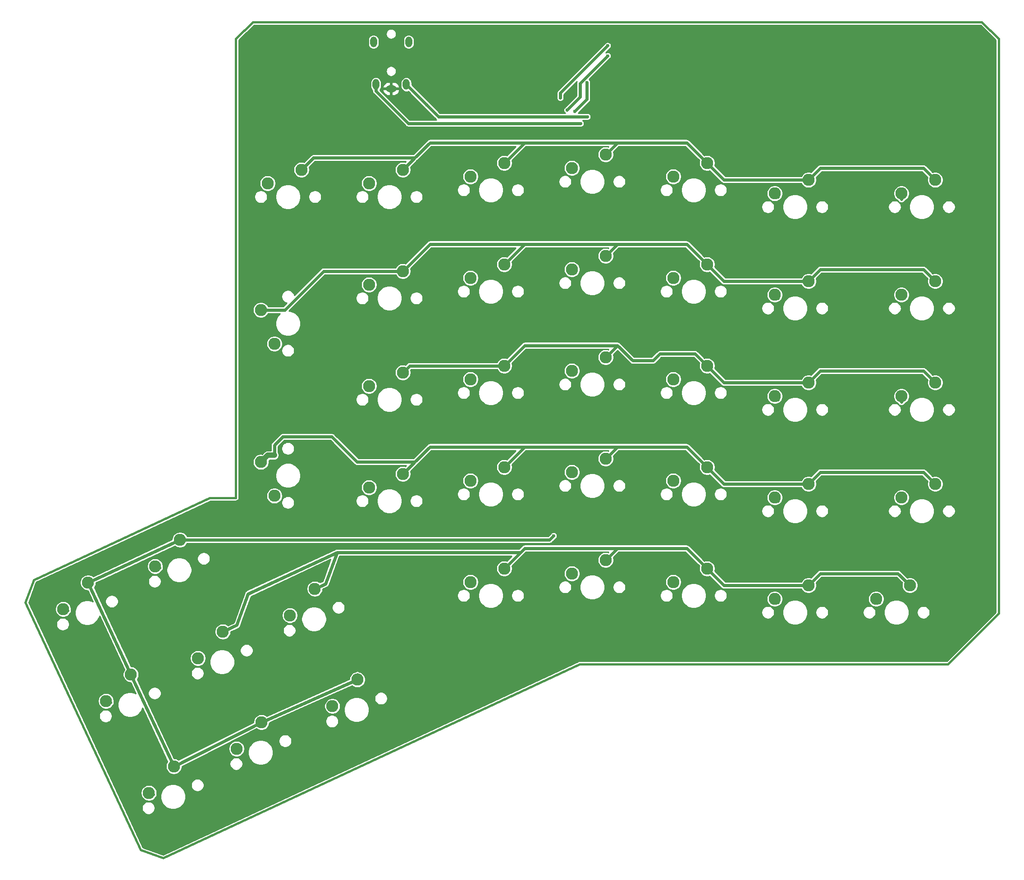
<source format=gbl>
%TF.GenerationSoftware,KiCad,Pcbnew,5.1.7*%
%TF.CreationDate,2020-11-01T11:12:35-08:00*%
%TF.ProjectId,ErgoDOX_right,4572676f-444f-4585-9f72-696768742e6b,2.0.1*%
%TF.SameCoordinates,Original*%
%TF.FileFunction,Copper,L2,Bot*%
%TF.FilePolarity,Positive*%
%FSLAX46Y46*%
G04 Gerber Fmt 4.6, Leading zero omitted, Abs format (unit mm)*
G04 Created by KiCad (PCBNEW 5.1.7) date 2020-11-01 11:12:35*
%MOMM*%
%LPD*%
G01*
G04 APERTURE LIST*
%TA.AperFunction,Profile*%
%ADD10C,0.381000*%
%TD*%
%TA.AperFunction,ComponentPad*%
%ADD11C,2.286000*%
%TD*%
%TA.AperFunction,ComponentPad*%
%ADD12O,2.000000X1.300000*%
%TD*%
%TA.AperFunction,ComponentPad*%
%ADD13O,1.300000X2.000000*%
%TD*%
%TA.AperFunction,ViaPad*%
%ADD14C,0.609600*%
%TD*%
%TA.AperFunction,Conductor*%
%ADD15C,0.609600*%
%TD*%
%TA.AperFunction,Conductor*%
%ADD16C,1.016000*%
%TD*%
%TA.AperFunction,Conductor*%
%ADD17C,0.600000*%
%TD*%
%TA.AperFunction,Conductor*%
%ADD18C,0.254000*%
%TD*%
%TA.AperFunction,Conductor*%
%ADD19C,0.150000*%
%TD*%
G04 APERTURE END LIST*
D10*
X90121000Y-32258000D02*
X93521000Y-32258000D01*
X90121000Y-32258000D02*
X77876400Y-32258000D01*
X95046800Y-32258000D02*
X93521000Y-32258000D01*
X202742800Y-32258000D02*
X143408400Y-32258000D01*
X143408400Y-32258000D02*
X131902200Y-32258000D01*
X131902200Y-32258000D02*
X95046800Y-32258000D01*
X77876400Y-32258000D02*
X65811400Y-32258000D01*
X65811400Y-32258000D02*
X62611000Y-35433000D01*
X127152400Y-152908000D02*
X196392800Y-152908000D01*
X196392800Y-152908000D02*
X205917800Y-143383000D01*
X205917800Y-143383000D02*
X205917800Y-35433000D01*
X205917800Y-35433000D02*
X202742800Y-32258000D01*
X62611000Y-35433000D02*
X62611000Y-121666000D01*
X62611000Y-121666000D02*
X57708800Y-121666000D01*
X57708800Y-121666000D02*
X24617680Y-137096500D01*
X24617680Y-137096500D02*
X23080980Y-141315440D01*
X23080980Y-141315440D02*
X44764960Y-187817760D01*
X44764960Y-187817760D02*
X48983900Y-189351920D01*
X48983900Y-189351920D02*
X127152400Y-152908000D01*
D11*
%TO.P,SW5:13,1*%
%TO.N,/ROW5*%
X193992500Y-61925200D03*
%TO.P,SW5:13,2*%
%TO.N,Net-(D5:13-Pad2)*%
X187642500Y-64465200D03*
%TD*%
%TO.P,SX1:7,1*%
%TO.N,/ROW1*%
X60170241Y-146806326D03*
%TO.P,SX1:7,2*%
%TO.N,Net-(D1:7-Pad2)*%
X55488637Y-151791974D03*
%TD*%
%TO.P,SW3:13,1*%
%TO.N,/ROW3*%
X193992500Y-100022660D03*
%TO.P,SW3:13,2*%
%TO.N,Net-(D3:13-Pad2)*%
X187642500Y-102562660D03*
%TD*%
%TO.P,SW2:9,1*%
%TO.N,/ROW2*%
X113030000Y-115897660D03*
%TO.P,SW2:9,2*%
%TO.N,Net-(D2:9-Pad2)*%
X106680000Y-118437660D03*
%TD*%
%TO.P,SW2:10,1*%
%TO.N,/ROW2*%
X132080000Y-114300000D03*
%TO.P,SW2:10,2*%
%TO.N,Net-(D2:10-Pad2)*%
X125730000Y-116840000D03*
%TD*%
%TO.P,SW3:9,1*%
%TO.N,/ROW3*%
X113030000Y-96847660D03*
%TO.P,SW3:9,2*%
%TO.N,Net-(D3:9-Pad2)*%
X106680000Y-99387660D03*
%TD*%
%TO.P,SW2:11,1*%
%TO.N,/ROW2*%
X151130000Y-115897660D03*
%TO.P,SW2:11,2*%
%TO.N,Net-(D2:11-Pad2)*%
X144780000Y-118437660D03*
%TD*%
%TO.P,SW3:10,1*%
%TO.N,/ROW3*%
X132080000Y-95250000D03*
%TO.P,SW3:10,2*%
%TO.N,Net-(D3:10-Pad2)*%
X125730000Y-97790000D03*
%TD*%
%TO.P,SW3:11,1*%
%TO.N,/ROW3*%
X151130000Y-96847660D03*
%TO.P,SW3:11,2*%
%TO.N,Net-(D3:11-Pad2)*%
X144780000Y-99387660D03*
%TD*%
%TO.P,SW1:11,1*%
%TO.N,/ROW1*%
X151130000Y-134947660D03*
%TO.P,SW1:11,2*%
%TO.N,Net-(D1:11-Pad2)*%
X144780000Y-137487660D03*
%TD*%
%TO.P,SW1:10,1*%
%TO.N,/ROW1*%
X132080000Y-133350000D03*
%TO.P,SW1:10,2*%
%TO.N,Net-(D1:10-Pad2)*%
X125730000Y-135890000D03*
%TD*%
%TO.P,SW1:9,1*%
%TO.N,/ROW1*%
X113030000Y-134947660D03*
%TO.P,SW1:9,2*%
%TO.N,Net-(D1:9-Pad2)*%
X106680000Y-137487660D03*
%TD*%
%TO.P,SX1:8,1*%
%TO.N,/ROW1*%
X77434621Y-138754526D03*
%TO.P,SX1:8,2*%
%TO.N,Net-(D1:8-Pad2)*%
X72753017Y-143740174D03*
%TD*%
%TO.P,SW5:12,1*%
%TO.N,/ROW5*%
X170180000Y-61925200D03*
%TO.P,SW5:12,2*%
%TO.N,Net-(D5:12-Pad2)*%
X163830000Y-64465200D03*
%TD*%
%TO.P,SW5:11,1*%
%TO.N,/ROW5*%
X151130000Y-58747660D03*
%TO.P,SW5:11,2*%
%TO.N,Net-(D5:11-Pad2)*%
X144780000Y-61287660D03*
%TD*%
%TO.P,SW5:10,1*%
%TO.N,/ROW5*%
X132080000Y-57150000D03*
%TO.P,SW5:10,2*%
%TO.N,Net-(D5:10-Pad2)*%
X125730000Y-59690000D03*
%TD*%
%TO.P,SW5:9,1*%
%TO.N,/ROW5*%
X113030000Y-58747660D03*
%TO.P,SW5:9,2*%
%TO.N,Net-(D5:9-Pad2)*%
X106680000Y-61287660D03*
%TD*%
%TO.P,SW5:8,1*%
%TO.N,/ROW5*%
X93980000Y-60020200D03*
%TO.P,SW5:8,2*%
%TO.N,Net-(D5:8-Pad2)*%
X87630000Y-62560200D03*
%TD*%
%TO.P,SW5:7,1*%
%TO.N,/ROW5*%
X74930000Y-60020200D03*
%TO.P,SW5:7,2*%
%TO.N,Net-(D5:7-Pad2)*%
X68580000Y-62560200D03*
%TD*%
%TO.P,SW4:13,1*%
%TO.N,/ROW4*%
X193992500Y-80972660D03*
%TO.P,SW4:13,2*%
%TO.N,Net-(D4:13-Pad2)*%
X187642500Y-83512660D03*
%TD*%
%TO.P,SW4:12,1*%
%TO.N,/ROW4*%
X170180000Y-80972660D03*
%TO.P,SW4:12,2*%
%TO.N,Net-(D4:12-Pad2)*%
X163830000Y-83512660D03*
%TD*%
%TO.P,SW4:11,1*%
%TO.N,/ROW4*%
X151130000Y-77797660D03*
%TO.P,SW4:11,2*%
%TO.N,Net-(D4:11-Pad2)*%
X144780000Y-80337660D03*
%TD*%
%TO.P,SW4:10,1*%
%TO.N,/ROW4*%
X132080000Y-76200000D03*
%TO.P,SW4:10,2*%
%TO.N,Net-(D4:10-Pad2)*%
X125730000Y-78740000D03*
%TD*%
%TO.P,SW4:9,1*%
%TO.N,/ROW4*%
X113030000Y-77797660D03*
%TO.P,SW4:9,2*%
%TO.N,Net-(D4:9-Pad2)*%
X106680000Y-80337660D03*
%TD*%
%TO.P,SW4:8,1*%
%TO.N,/ROW4*%
X93980000Y-79067660D03*
%TO.P,SW4:8,2*%
%TO.N,Net-(D4:8-Pad2)*%
X87630000Y-81607660D03*
%TD*%
%TO.P,SW4:7,1*%
%TO.N,/ROW4*%
X67310000Y-86370160D03*
%TO.P,SW4:7,2*%
%TO.N,Net-(D4:7-Pad2)*%
X69850000Y-92720160D03*
%TD*%
%TO.P,SW3:12,1*%
%TO.N,/ROW3*%
X170180000Y-100022660D03*
%TO.P,SW3:12,2*%
%TO.N,Net-(D3:12-Pad2)*%
X163830000Y-102562660D03*
%TD*%
%TO.P,SW3:8,1*%
%TO.N,/ROW3*%
X93980000Y-98117660D03*
%TO.P,SW3:8,2*%
%TO.N,Net-(D3:8-Pad2)*%
X87630000Y-100657660D03*
%TD*%
%TO.P,SW2:13,1*%
%TO.N,/ROW2*%
X193992500Y-119072660D03*
%TO.P,SW2:13,2*%
%TO.N,Net-(D2:13-Pad2)*%
X187642500Y-121612660D03*
%TD*%
%TO.P,SW2:12,1*%
%TO.N,/ROW2*%
X170180000Y-119072660D03*
%TO.P,SW2:12,2*%
%TO.N,Net-(D2:12-Pad2)*%
X163830000Y-121612660D03*
%TD*%
%TO.P,SW2:8,1*%
%TO.N,/ROW2*%
X93980000Y-117167660D03*
%TO.P,SW2:8,2*%
%TO.N,Net-(D2:8-Pad2)*%
X87630000Y-119707660D03*
%TD*%
%TO.P,SW2:7,1*%
%TO.N,/ROW2*%
X67310000Y-114945160D03*
%TO.P,SW2:7,2*%
%TO.N,Net-(D2:7-Pad2)*%
X69850000Y-121295160D03*
%TD*%
%TO.P,SW1:13,1*%
%TO.N,/ROW1*%
X189230000Y-138122660D03*
%TO.P,SW1:13,2*%
%TO.N,Net-(D1:13-Pad2)*%
X182880000Y-140662660D03*
%TD*%
%TO.P,SW1:12,1*%
%TO.N,/ROW1*%
X170180000Y-138122660D03*
%TO.P,SW1:12,2*%
%TO.N,Net-(D1:12-Pad2)*%
X163830000Y-140662660D03*
%TD*%
%TO.P,SW0:12,1*%
%TO.N,/ROW0*%
X50955121Y-172122506D03*
%TO.P,SW0:12,2*%
%TO.N,Net-(D0:12-Pad2)*%
X46273517Y-177108154D03*
%TD*%
%TO.P,SW0:11,1*%
%TO.N,/ROW0*%
X67431121Y-163820506D03*
%TO.P,SW0:11,2*%
%TO.N,Net-(D0:11-Pad2)*%
X62749517Y-168806154D03*
%TD*%
%TO.P,SW0:10,1*%
%TO.N,/ROW0*%
X85431121Y-155820506D03*
%TO.P,SW0:10,2*%
%TO.N,Net-(D0:10-Pad2)*%
X80749517Y-160806154D03*
%TD*%
%TO.P,SW0:9,1*%
%TO.N,/ROW0*%
X42903321Y-154855586D03*
%TO.P,SW0:9,2*%
%TO.N,Net-(D0:9-Pad2)*%
X38221717Y-159841234D03*
%TD*%
%TO.P,SW0:8,1*%
%TO.N,/ROW0*%
X52118441Y-129541946D03*
%TO.P,SW0:8,2*%
%TO.N,Net-(D0:8-Pad2)*%
X47436837Y-134527594D03*
%TD*%
%TO.P,SW0:7,1*%
%TO.N,/ROW0*%
X34854061Y-137591206D03*
%TO.P,SW0:7,2*%
%TO.N,Net-(D0:7-Pad2)*%
X30172457Y-142576854D03*
%TD*%
D12*
%TO.P,J1,S*%
%TO.N,GND*%
X91776000Y-44798000D03*
D13*
%TO.P,J1,R2*%
%TO.N,/SDA*%
X94626000Y-43998000D03*
%TO.P,J1,R1*%
%TO.N,/SCL*%
X88926000Y-43998000D03*
%TO.P,J1,T*%
%TO.N,VCC*%
X88476000Y-35998000D03*
X95076000Y-35998000D03*
%TD*%
D14*
%TO.N,/LED_A*%
X124841000Y-48768000D03*
X132461000Y-38608000D03*
%TO.N,/LED_B*%
X132461000Y-36703000D03*
X123571000Y-46498000D03*
%TO.N,/ROW0*%
X122301000Y-128778000D03*
%TO.N,GND*%
X76276000Y-42498000D03*
X71276000Y-77498000D03*
X76276000Y-102498000D03*
X76276000Y-127498000D03*
X66276000Y-147498000D03*
X96276000Y-142498000D03*
X76276000Y-167498000D03*
X51276000Y-157498000D03*
X46276000Y-147498000D03*
X121276000Y-147498000D03*
X146276000Y-147498000D03*
X156276000Y-127498000D03*
X191276000Y-132498000D03*
X191276000Y-112498000D03*
X181276000Y-87498000D03*
X181276000Y-67498000D03*
X156276000Y-72498000D03*
X156276000Y-92498000D03*
X111276000Y-92498000D03*
X111276000Y-72498000D03*
X151276000Y-52498000D03*
X171276000Y-57498000D03*
X191276000Y-42498000D03*
X176276000Y-42498000D03*
X151276000Y-37498000D03*
X111276000Y-52498000D03*
X140276000Y-57498000D03*
X140276000Y-70498000D03*
X140276000Y-76498000D03*
X139276000Y-93498000D03*
X140276000Y-97498000D03*
X140276000Y-110498000D03*
X140276000Y-113498000D03*
X139276000Y-129498000D03*
X139276000Y-133498000D03*
X139276000Y-53498000D03*
X118776000Y-44998000D03*
X108776000Y-42498000D03*
X86276000Y-47498000D03*
X133776000Y-49998000D03*
%TO.N,VCC*%
X126296000Y-49023000D03*
X128554823Y-43591823D03*
%TO.N,/SDA*%
X128651000Y-50038000D03*
X98451000Y-47823000D03*
%TO.N,/SCL*%
X127381000Y-51308000D03*
%TD*%
D15*
%TO.N,/ROW0*%
X34854061Y-137591206D02*
X52118441Y-129541946D01*
X34854061Y-137591206D02*
X42903321Y-154855586D01*
X42903321Y-154855586D02*
X50955121Y-172122506D01*
X50955121Y-172122506D02*
X67431121Y-163820506D01*
X67431121Y-163820506D02*
X85431121Y-155820506D01*
X85431121Y-155820506D02*
X85431121Y-154898045D01*
%TO.N,/ROW1*%
X172402500Y-135890000D02*
X186997340Y-135890000D01*
X186997340Y-135890000D02*
X189230000Y-138122660D01*
X81600040Y-131909820D02*
X116067840Y-131909820D01*
X60170060Y-146806920D02*
X62758320Y-145597880D01*
X170180000Y-138122660D02*
X170180000Y-138112500D01*
X170180000Y-138112500D02*
X172402500Y-135890000D01*
X77434440Y-138755120D02*
X79448660Y-137815320D01*
X64909700Y-139692380D02*
X81600040Y-131909820D01*
X79448660Y-137815320D02*
X81600040Y-131909820D01*
X62758320Y-145597880D02*
X64909700Y-139692380D01*
X132080000Y-133350000D02*
X134302500Y-131127500D01*
X116850160Y-131127500D02*
X116067840Y-131909820D01*
X134302500Y-131127500D02*
X116850160Y-131127500D01*
X147309840Y-131127500D02*
X151130000Y-134947660D01*
X134302500Y-131127500D02*
X147309840Y-131127500D01*
X116067840Y-131909820D02*
X113030000Y-134947660D01*
X154305000Y-138122660D02*
X151130000Y-134947660D01*
X170180000Y-138122660D02*
X154305000Y-138122660D01*
%TO.N,/ROW2*%
X172402500Y-116840000D02*
X191759840Y-116840000D01*
X191759840Y-116840000D02*
X193992500Y-119072660D01*
X170180000Y-119072660D02*
X170180000Y-119062500D01*
X170180000Y-119062500D02*
X172402500Y-116840000D01*
X132080000Y-114300000D02*
X134302500Y-112077500D01*
X134302500Y-112077500D02*
X147309840Y-112077500D01*
X147309840Y-112077500D02*
X151130000Y-115897660D01*
X113030000Y-115897660D02*
X116850160Y-112077500D01*
X96212660Y-114935000D02*
X99070160Y-112077500D01*
X93980000Y-117167660D02*
X96212660Y-114935000D01*
X99070160Y-112077500D02*
X116850160Y-112077500D01*
X116850160Y-112077500D02*
X134302500Y-112077500D01*
D16*
X67310000Y-114945160D02*
X68580000Y-113675160D01*
X68580000Y-113675160D02*
X69850000Y-113675160D01*
D15*
X69850000Y-111760000D02*
X71437500Y-110172500D01*
X80645000Y-110172500D02*
X85407500Y-114935000D01*
X69850000Y-113675160D02*
X69850000Y-111760000D01*
X71437500Y-110172500D02*
X80645000Y-110172500D01*
X85407500Y-114935000D02*
X96212660Y-114935000D01*
X154305000Y-119072660D02*
X151130000Y-115897660D01*
X170180000Y-119072660D02*
X154305000Y-119072660D01*
%TO.N,/ROW3*%
X170180000Y-100022660D02*
X170180000Y-100012500D01*
X170180000Y-100012500D02*
X172402500Y-97790000D01*
X172402500Y-97790000D02*
X191759840Y-97790000D01*
X191759840Y-97790000D02*
X193992500Y-100022660D01*
X151130000Y-96847660D02*
X151130000Y-96837500D01*
X140970000Y-95885000D02*
X142240000Y-94615000D01*
X116850160Y-93027500D02*
X134302500Y-93027500D01*
X142240000Y-94615000D02*
X148907500Y-94615000D01*
X137160000Y-95885000D02*
X140970000Y-95885000D01*
X151130000Y-96837500D02*
X148907500Y-94615000D01*
X132080000Y-95250000D02*
X134302500Y-93027500D01*
X134302500Y-93027500D02*
X137160000Y-95885000D01*
X113030000Y-96847660D02*
X116850160Y-93027500D01*
X95250000Y-96847660D02*
X113030000Y-96847660D01*
X93980000Y-98117660D02*
X95250000Y-96847660D01*
X154305000Y-100022660D02*
X151130000Y-96847660D01*
X170180000Y-100022660D02*
X154305000Y-100022660D01*
%TO.N,/ROW4*%
X147309840Y-73977500D02*
X151130000Y-77797660D01*
X132080000Y-76200000D02*
X134302500Y-73977500D01*
X134302500Y-73977500D02*
X147309840Y-73977500D01*
X113030000Y-77797660D02*
X116850160Y-73977500D01*
X99070160Y-73977500D02*
X116850160Y-73977500D01*
X93980000Y-79067660D02*
X99070160Y-73977500D01*
X116850160Y-73977500D02*
X134302500Y-73977500D01*
X170180000Y-80962500D02*
X172402500Y-78740000D01*
X172402500Y-78740000D02*
X191759840Y-78740000D01*
X170180000Y-80972660D02*
X170180000Y-80962500D01*
X191759840Y-78740000D02*
X193992500Y-80972660D01*
X79088490Y-79067660D02*
X93980000Y-79067660D01*
X71785990Y-86370160D02*
X79088490Y-79067660D01*
X67310000Y-86370160D02*
X71785990Y-86370160D01*
X154305000Y-80972660D02*
X151130000Y-77797660D01*
X170180000Y-80972660D02*
X154305000Y-80972660D01*
%TO.N,/ROW5*%
X77165200Y-57785000D02*
X96202500Y-57785000D01*
X172415200Y-59690000D02*
X191757300Y-59690000D01*
X116840000Y-54927500D02*
X134302500Y-54927500D01*
X147309840Y-54927500D02*
X151130000Y-58747660D01*
X170180000Y-61925200D02*
X172415200Y-59690000D01*
X132080000Y-57150000D02*
X134302500Y-54927500D01*
X191757300Y-59690000D02*
X193992500Y-61925200D01*
X96202500Y-57785000D02*
X99060000Y-54927500D01*
X113030000Y-58737500D02*
X116840000Y-54927500D01*
X74930000Y-60020200D02*
X77165200Y-57785000D01*
X93980000Y-60020200D02*
X93980000Y-60007500D01*
X93980000Y-60007500D02*
X96202500Y-57785000D01*
X113030000Y-58747660D02*
X113030000Y-58737500D01*
X134302500Y-54927500D02*
X147309840Y-54927500D01*
X99060000Y-54927500D02*
X116840000Y-54927500D01*
X154307540Y-61925200D02*
X151130000Y-58747660D01*
X170180000Y-61925200D02*
X154307540Y-61925200D01*
%TO.N,/LED_A*%
X127276000Y-43793000D02*
X132461000Y-38608000D01*
X127276000Y-46333000D02*
X127276000Y-43793000D01*
X124841000Y-48768000D02*
X127276000Y-46333000D01*
%TO.N,/LED_B*%
X123571000Y-45593000D02*
X132461000Y-36703000D01*
X123571000Y-46498000D02*
X123571000Y-45593000D01*
%TO.N,/ROW0*%
X121537054Y-129541946D02*
X122301000Y-128778000D01*
X52118441Y-129541946D02*
X121537054Y-129541946D01*
%TO.N,VCC*%
X126296000Y-49023000D02*
X128554823Y-46764177D01*
X128554823Y-46764177D02*
X128554823Y-43591823D01*
%TO.N,Net-(D0:7-Pad2)*%
X30172660Y-142577820D02*
X31015940Y-142885160D01*
%TO.N,Net-(D0:8-Pad2)*%
X47437040Y-134526020D02*
X48280320Y-134833360D01*
%TO.N,Net-(D0:9-Pad2)*%
X38221920Y-159842200D02*
X39067740Y-160149540D01*
%TO.N,Net-(D0:12-Pad2)*%
X46273720Y-177109120D02*
X47117000Y-177416460D01*
%TO.N,Net-(D1:9-Pad2)*%
X106680000Y-137487660D02*
X107315000Y-138122660D01*
%TO.N,Net-(D1:10-Pad2)*%
X125730000Y-135890000D02*
X126365000Y-136525000D01*
%TO.N,Net-(D1:11-Pad2)*%
X144780000Y-137487660D02*
X145415000Y-138122660D01*
%TO.N,Net-(D1:12-Pad2)*%
X163830000Y-140662660D02*
X164465000Y-141297660D01*
%TO.N,Net-(D1:13-Pad2)*%
X182880000Y-140662660D02*
X183515000Y-141297660D01*
%TO.N,Net-(D2:7-Pad2)*%
X69850000Y-121295160D02*
X70495160Y-120650000D01*
%TO.N,Net-(D2:8-Pad2)*%
X87630000Y-119707660D02*
X88265000Y-120342660D01*
%TO.N,Net-(D2:9-Pad2)*%
X106680000Y-118437660D02*
X107315000Y-119072660D01*
%TO.N,Net-(D2:10-Pad2)*%
X125730000Y-116840000D02*
X126365000Y-117475000D01*
%TO.N,Net-(D2:11-Pad2)*%
X144780000Y-118437660D02*
X145415000Y-119072660D01*
%TO.N,Net-(D2:12-Pad2)*%
X163830000Y-121612660D02*
X164465000Y-122247660D01*
%TO.N,Net-(D2:13-Pad2)*%
X187314840Y-121285000D02*
X187642500Y-121612660D01*
%TO.N,Net-(D3:9-Pad2)*%
X106680000Y-99387660D02*
X107315000Y-100022660D01*
%TO.N,Net-(D3:10-Pad2)*%
X125730000Y-97790000D02*
X126365000Y-98425000D01*
%TO.N,Net-(D3:11-Pad2)*%
X144780000Y-99387660D02*
X145415000Y-100022660D01*
%TO.N,Net-(D3:12-Pad2)*%
X163830000Y-102562660D02*
X164465000Y-103197660D01*
D17*
%TO.N,Net-(D3:13-Pad2)*%
X187642500Y-102562660D02*
X187642500Y-103675180D01*
D15*
X187314840Y-102235000D02*
X187642500Y-102562660D01*
%TO.N,Net-(D4:7-Pad2)*%
X69850000Y-92720160D02*
X70495160Y-92075000D01*
%TO.N,Net-(D4:9-Pad2)*%
X106680000Y-80337660D02*
X107315000Y-80972660D01*
%TO.N,Net-(D4:10-Pad2)*%
X125730000Y-78740000D02*
X126365000Y-79375000D01*
%TO.N,Net-(D4:11-Pad2)*%
X144780000Y-80337660D02*
X145415000Y-80972660D01*
%TO.N,Net-(D4:12-Pad2)*%
X163830000Y-83512660D02*
X164465000Y-84147660D01*
%TO.N,Net-(D4:13-Pad2)*%
X187314840Y-83185000D02*
X187642500Y-83512660D01*
%TO.N,Net-(D5:7-Pad2)*%
X68580000Y-62560200D02*
X69215000Y-63195200D01*
%TO.N,Net-(D5:8-Pad2)*%
X87630000Y-62560200D02*
X88265000Y-63195200D01*
%TO.N,Net-(D5:9-Pad2)*%
X106680000Y-61287660D02*
X107315000Y-61922660D01*
%TO.N,Net-(D5:10-Pad2)*%
X125730000Y-59690000D02*
X126365000Y-60325000D01*
%TO.N,Net-(D5:11-Pad2)*%
X144780000Y-61287660D02*
X145415000Y-61922660D01*
%TO.N,Net-(D5:12-Pad2)*%
X163830000Y-64465200D02*
X164465000Y-65100200D01*
D17*
%TO.N,Net-(D5:13-Pad2)*%
X187642500Y-64465200D02*
X187642500Y-65577720D01*
D15*
X187312300Y-64135000D02*
X187642500Y-64465200D01*
%TO.N,/SDA*%
X100666000Y-50038000D02*
X98451000Y-47823000D01*
X128651000Y-50038000D02*
X100666000Y-50038000D01*
X98451000Y-47823000D02*
X94626000Y-43998000D01*
%TO.N,/SCL*%
X127381000Y-51308000D02*
X94996000Y-51308000D01*
X88926000Y-45238000D02*
X88926000Y-43998000D01*
X94996000Y-51308000D02*
X88926000Y-45238000D01*
%TD*%
D18*
%TO.N,GND*%
X205346301Y-35669724D02*
X205346300Y-143146277D01*
X196156078Y-152336500D01*
X127168001Y-152336500D01*
X127127391Y-152334280D01*
X127084002Y-152340471D01*
X127040366Y-152344769D01*
X127028358Y-152348412D01*
X127015944Y-152350183D01*
X126974604Y-152364718D01*
X126932638Y-152377448D01*
X126896754Y-152396628D01*
X48956852Y-188733972D01*
X45182832Y-187361601D01*
X41668790Y-179825569D01*
X44964056Y-179825569D01*
X44964056Y-180068233D01*
X45011397Y-180306233D01*
X45104260Y-180530425D01*
X45239077Y-180732192D01*
X45410665Y-180903780D01*
X45612432Y-181038597D01*
X45836624Y-181131460D01*
X46074624Y-181178801D01*
X46317288Y-181178801D01*
X46555288Y-181131460D01*
X46779480Y-181038597D01*
X46981247Y-180903780D01*
X47152835Y-180732192D01*
X47287652Y-180530425D01*
X47380515Y-180306233D01*
X47427856Y-180068233D01*
X47427856Y-179825569D01*
X47380515Y-179587569D01*
X47287652Y-179363377D01*
X47152835Y-179161610D01*
X46981247Y-178990022D01*
X46779480Y-178855205D01*
X46555288Y-178762342D01*
X46317288Y-178715001D01*
X46074624Y-178715001D01*
X45836624Y-178762342D01*
X45612432Y-178855205D01*
X45410665Y-178990022D01*
X45239077Y-179161610D01*
X45104260Y-179363377D01*
X45011397Y-179587569D01*
X44964056Y-179825569D01*
X41668790Y-179825569D01*
X40331670Y-176958053D01*
X44749517Y-176958053D01*
X44749517Y-177258255D01*
X44808083Y-177552688D01*
X44922966Y-177830039D01*
X45089749Y-178079647D01*
X45302024Y-178291922D01*
X45551632Y-178458705D01*
X45828983Y-178573588D01*
X46123416Y-178632154D01*
X46423618Y-178632154D01*
X46718051Y-178573588D01*
X46995402Y-178458705D01*
X47245010Y-178291922D01*
X47457285Y-178079647D01*
X47536004Y-177961836D01*
X47624871Y-177882240D01*
X47705981Y-177774209D01*
X47764458Y-177652431D01*
X47786625Y-177566093D01*
X48425100Y-177566093D01*
X48425100Y-178033907D01*
X48516366Y-178492733D01*
X48695391Y-178924937D01*
X48955295Y-179313910D01*
X49286090Y-179644705D01*
X49675063Y-179904609D01*
X50107267Y-180083634D01*
X50566093Y-180174900D01*
X51033907Y-180174900D01*
X51492733Y-180083634D01*
X51924937Y-179904609D01*
X52313910Y-179644705D01*
X52644705Y-179313910D01*
X52904609Y-178924937D01*
X53083634Y-178492733D01*
X53174900Y-178033907D01*
X53174900Y-177566093D01*
X53083634Y-177107267D01*
X52904609Y-176675063D01*
X52644705Y-176286090D01*
X52313910Y-175955295D01*
X51924937Y-175695391D01*
X51529915Y-175531767D01*
X54172144Y-175531767D01*
X54172144Y-175774431D01*
X54219485Y-176012431D01*
X54312348Y-176236623D01*
X54447165Y-176438390D01*
X54618753Y-176609978D01*
X54820520Y-176744795D01*
X55044712Y-176837658D01*
X55282712Y-176884999D01*
X55525376Y-176884999D01*
X55763376Y-176837658D01*
X55987568Y-176744795D01*
X56189335Y-176609978D01*
X56360923Y-176438390D01*
X56495740Y-176236623D01*
X56588603Y-176012431D01*
X56635944Y-175774431D01*
X56635944Y-175531767D01*
X56588603Y-175293767D01*
X56495740Y-175069575D01*
X56360923Y-174867808D01*
X56189335Y-174696220D01*
X55987568Y-174561403D01*
X55763376Y-174468540D01*
X55525376Y-174421199D01*
X55282712Y-174421199D01*
X55044712Y-174468540D01*
X54820520Y-174561403D01*
X54618753Y-174696220D01*
X54447165Y-174867808D01*
X54312348Y-175069575D01*
X54219485Y-175293767D01*
X54172144Y-175531767D01*
X51529915Y-175531767D01*
X51492733Y-175516366D01*
X51033907Y-175425100D01*
X50566093Y-175425100D01*
X50107267Y-175516366D01*
X49675063Y-175695391D01*
X49286090Y-175955295D01*
X48955295Y-176286090D01*
X48695391Y-176675063D01*
X48516366Y-177107267D01*
X48425100Y-177566093D01*
X47786625Y-177566093D01*
X47798053Y-177521584D01*
X47805475Y-177386697D01*
X47791500Y-177288506D01*
X47797517Y-177258255D01*
X47797517Y-176958053D01*
X47738951Y-176663620D01*
X47624068Y-176386269D01*
X47457285Y-176136661D01*
X47245010Y-175924386D01*
X46995402Y-175757603D01*
X46718051Y-175642720D01*
X46423618Y-175584154D01*
X46123416Y-175584154D01*
X45828983Y-175642720D01*
X45551632Y-175757603D01*
X45302024Y-175924386D01*
X45089749Y-176136661D01*
X44922966Y-176386269D01*
X44808083Y-176663620D01*
X44749517Y-176958053D01*
X40331670Y-176958053D01*
X33617244Y-162558649D01*
X36912256Y-162558649D01*
X36912256Y-162801313D01*
X36959597Y-163039313D01*
X37052460Y-163263505D01*
X37187277Y-163465272D01*
X37358865Y-163636860D01*
X37560632Y-163771677D01*
X37784824Y-163864540D01*
X38022824Y-163911881D01*
X38265488Y-163911881D01*
X38503488Y-163864540D01*
X38727680Y-163771677D01*
X38929447Y-163636860D01*
X39101035Y-163465272D01*
X39235852Y-163263505D01*
X39328715Y-163039313D01*
X39376056Y-162801313D01*
X39376056Y-162558649D01*
X39328715Y-162320649D01*
X39235852Y-162096457D01*
X39101035Y-161894690D01*
X38929447Y-161723102D01*
X38727680Y-161588285D01*
X38503488Y-161495422D01*
X38265488Y-161448081D01*
X38022824Y-161448081D01*
X37784824Y-161495422D01*
X37560632Y-161588285D01*
X37358865Y-161723102D01*
X37187277Y-161894690D01*
X37052460Y-162096457D01*
X36959597Y-162320649D01*
X36912256Y-162558649D01*
X33617244Y-162558649D01*
X32280124Y-159691133D01*
X36697717Y-159691133D01*
X36697717Y-159991335D01*
X36756283Y-160285768D01*
X36871166Y-160563119D01*
X37037949Y-160812727D01*
X37250224Y-161025002D01*
X37499832Y-161191785D01*
X37777183Y-161306668D01*
X38071616Y-161365234D01*
X38371818Y-161365234D01*
X38666251Y-161306668D01*
X38943602Y-161191785D01*
X39193210Y-161025002D01*
X39405485Y-160812727D01*
X39480289Y-160700776D01*
X39576060Y-160614828D01*
X39657066Y-160506719D01*
X39715424Y-160384884D01*
X39748893Y-160254006D01*
X39756185Y-160119111D01*
X39741158Y-160014255D01*
X39745717Y-159991335D01*
X39745717Y-159691133D01*
X39687151Y-159396700D01*
X39572268Y-159119349D01*
X39405485Y-158869741D01*
X39193210Y-158657466D01*
X38943602Y-158490683D01*
X38666251Y-158375800D01*
X38371818Y-158317234D01*
X38071616Y-158317234D01*
X37777183Y-158375800D01*
X37499832Y-158490683D01*
X37250224Y-158657466D01*
X37037949Y-158869741D01*
X36871166Y-159119349D01*
X36756283Y-159396700D01*
X36697717Y-159691133D01*
X32280124Y-159691133D01*
X25566882Y-145294269D01*
X28862996Y-145294269D01*
X28862996Y-145536933D01*
X28910337Y-145774933D01*
X29003200Y-145999125D01*
X29138017Y-146200892D01*
X29309605Y-146372480D01*
X29511372Y-146507297D01*
X29735564Y-146600160D01*
X29973564Y-146647501D01*
X30216228Y-146647501D01*
X30454228Y-146600160D01*
X30678420Y-146507297D01*
X30880187Y-146372480D01*
X31051775Y-146200892D01*
X31186592Y-145999125D01*
X31279455Y-145774933D01*
X31326796Y-145536933D01*
X31326796Y-145294269D01*
X31279455Y-145056269D01*
X31186592Y-144832077D01*
X31051775Y-144630310D01*
X30880187Y-144458722D01*
X30678420Y-144323905D01*
X30454228Y-144231042D01*
X30216228Y-144183701D01*
X29973564Y-144183701D01*
X29735564Y-144231042D01*
X29511372Y-144323905D01*
X29309605Y-144458722D01*
X29138017Y-144630310D01*
X29003200Y-144832077D01*
X28910337Y-145056269D01*
X28862996Y-145294269D01*
X25566882Y-145294269D01*
X24229762Y-142426753D01*
X28648457Y-142426753D01*
X28648457Y-142726955D01*
X28707023Y-143021388D01*
X28821906Y-143298739D01*
X28988689Y-143548347D01*
X29200964Y-143760622D01*
X29450572Y-143927405D01*
X29727923Y-144042288D01*
X30022356Y-144100854D01*
X30322558Y-144100854D01*
X30616991Y-144042288D01*
X30894342Y-143927405D01*
X31143950Y-143760622D01*
X31356225Y-143548347D01*
X31434944Y-143430536D01*
X31523811Y-143350940D01*
X31604921Y-143242909D01*
X31663398Y-143121131D01*
X31685565Y-143034793D01*
X32324040Y-143034793D01*
X32324040Y-143502607D01*
X32415306Y-143961433D01*
X32594331Y-144393637D01*
X32854235Y-144782610D01*
X33185030Y-145113405D01*
X33574003Y-145373309D01*
X34006207Y-145552334D01*
X34465033Y-145643600D01*
X34932847Y-145643600D01*
X35391673Y-145552334D01*
X35823877Y-145373309D01*
X36212850Y-145113405D01*
X36543645Y-144782610D01*
X36803549Y-144393637D01*
X36982574Y-143961433D01*
X37007944Y-143833889D01*
X41704326Y-153906882D01*
X41552770Y-154133701D01*
X41437887Y-154411052D01*
X41379321Y-154705485D01*
X41379321Y-155005687D01*
X41437887Y-155300120D01*
X41552770Y-155577471D01*
X41719553Y-155827079D01*
X41931828Y-156039354D01*
X42181436Y-156206137D01*
X42458787Y-156321020D01*
X42753220Y-156379586D01*
X42857285Y-156379586D01*
X43798241Y-158397448D01*
X43440933Y-158249446D01*
X42982107Y-158158180D01*
X42514293Y-158158180D01*
X42055467Y-158249446D01*
X41623263Y-158428471D01*
X41234290Y-158688375D01*
X40903495Y-159019170D01*
X40643591Y-159408143D01*
X40464566Y-159840347D01*
X40373300Y-160299173D01*
X40373300Y-160766987D01*
X40464566Y-161225813D01*
X40643591Y-161658017D01*
X40903495Y-162046990D01*
X41234290Y-162377785D01*
X41623263Y-162637689D01*
X42055467Y-162816714D01*
X42514293Y-162907980D01*
X42982107Y-162907980D01*
X43440933Y-162816714D01*
X43873137Y-162637689D01*
X44262110Y-162377785D01*
X44592905Y-162046990D01*
X44852809Y-161658017D01*
X45031834Y-161225813D01*
X45057344Y-161097567D01*
X49756069Y-171173887D01*
X49604570Y-171400621D01*
X49489687Y-171677972D01*
X49431121Y-171972405D01*
X49431121Y-172272607D01*
X49489687Y-172567040D01*
X49604570Y-172844391D01*
X49771353Y-173093999D01*
X49983628Y-173306274D01*
X50233236Y-173473057D01*
X50510587Y-173587940D01*
X50805020Y-173646506D01*
X51105222Y-173646506D01*
X51399655Y-173587940D01*
X51677006Y-173473057D01*
X51926614Y-173306274D01*
X52138889Y-173093999D01*
X52305672Y-172844391D01*
X52420555Y-172567040D01*
X52479121Y-172272607D01*
X52479121Y-172122529D01*
X53667806Y-171523569D01*
X61440056Y-171523569D01*
X61440056Y-171766233D01*
X61487397Y-172004233D01*
X61580260Y-172228425D01*
X61715077Y-172430192D01*
X61886665Y-172601780D01*
X62088432Y-172736597D01*
X62312624Y-172829460D01*
X62550624Y-172876801D01*
X62793288Y-172876801D01*
X63031288Y-172829460D01*
X63255480Y-172736597D01*
X63457247Y-172601780D01*
X63628835Y-172430192D01*
X63763652Y-172228425D01*
X63856515Y-172004233D01*
X63903856Y-171766233D01*
X63903856Y-171523569D01*
X63856515Y-171285569D01*
X63763652Y-171061377D01*
X63628835Y-170859610D01*
X63457247Y-170688022D01*
X63255480Y-170553205D01*
X63031288Y-170460342D01*
X62793288Y-170413001D01*
X62550624Y-170413001D01*
X62312624Y-170460342D01*
X62088432Y-170553205D01*
X61886665Y-170688022D01*
X61715077Y-170859610D01*
X61580260Y-171061377D01*
X61487397Y-171285569D01*
X61440056Y-171523569D01*
X53667806Y-171523569D01*
X59358627Y-168656053D01*
X61225517Y-168656053D01*
X61225517Y-168956255D01*
X61284083Y-169250688D01*
X61398966Y-169528039D01*
X61565749Y-169777647D01*
X61778024Y-169989922D01*
X62027632Y-170156705D01*
X62304983Y-170271588D01*
X62599416Y-170330154D01*
X62899618Y-170330154D01*
X63194051Y-170271588D01*
X63471402Y-170156705D01*
X63721010Y-169989922D01*
X63933285Y-169777647D01*
X64100068Y-169528039D01*
X64209398Y-169264093D01*
X64901100Y-169264093D01*
X64901100Y-169731907D01*
X64992366Y-170190733D01*
X65171391Y-170622937D01*
X65431295Y-171011910D01*
X65762090Y-171342705D01*
X66151063Y-171602609D01*
X66583267Y-171781634D01*
X67042093Y-171872900D01*
X67509907Y-171872900D01*
X67968733Y-171781634D01*
X68400937Y-171602609D01*
X68789910Y-171342705D01*
X69120705Y-171011910D01*
X69380609Y-170622937D01*
X69559634Y-170190733D01*
X69650900Y-169731907D01*
X69650900Y-169264093D01*
X69559634Y-168805267D01*
X69380609Y-168373063D01*
X69120705Y-167984090D01*
X68789910Y-167653295D01*
X68400937Y-167393391D01*
X68005915Y-167229767D01*
X70648144Y-167229767D01*
X70648144Y-167472431D01*
X70695485Y-167710431D01*
X70788348Y-167934623D01*
X70923165Y-168136390D01*
X71094753Y-168307978D01*
X71296520Y-168442795D01*
X71520712Y-168535658D01*
X71758712Y-168582999D01*
X72001376Y-168582999D01*
X72239376Y-168535658D01*
X72463568Y-168442795D01*
X72665335Y-168307978D01*
X72836923Y-168136390D01*
X72971740Y-167934623D01*
X73064603Y-167710431D01*
X73111944Y-167472431D01*
X73111944Y-167229767D01*
X73064603Y-166991767D01*
X72971740Y-166767575D01*
X72836923Y-166565808D01*
X72665335Y-166394220D01*
X72463568Y-166259403D01*
X72239376Y-166166540D01*
X72001376Y-166119199D01*
X71758712Y-166119199D01*
X71520712Y-166166540D01*
X71296520Y-166259403D01*
X71094753Y-166394220D01*
X70923165Y-166565808D01*
X70788348Y-166767575D01*
X70695485Y-166991767D01*
X70648144Y-167229767D01*
X68005915Y-167229767D01*
X67968733Y-167214366D01*
X67509907Y-167123100D01*
X67042093Y-167123100D01*
X66583267Y-167214366D01*
X66151063Y-167393391D01*
X65762090Y-167653295D01*
X65431295Y-167984090D01*
X65171391Y-168373063D01*
X64992366Y-168805267D01*
X64901100Y-169264093D01*
X64209398Y-169264093D01*
X64214951Y-169250688D01*
X64273517Y-168956255D01*
X64273517Y-168656053D01*
X64214951Y-168361620D01*
X64100068Y-168084269D01*
X63933285Y-167834661D01*
X63721010Y-167622386D01*
X63471402Y-167455603D01*
X63194051Y-167340720D01*
X62899618Y-167282154D01*
X62599416Y-167282154D01*
X62304983Y-167340720D01*
X62027632Y-167455603D01*
X61778024Y-167622386D01*
X61565749Y-167834661D01*
X61398966Y-168084269D01*
X61284083Y-168361620D01*
X61225517Y-168656053D01*
X59358627Y-168656053D01*
X66522504Y-165046287D01*
X66709236Y-165171057D01*
X66986587Y-165285940D01*
X67281020Y-165344506D01*
X67581222Y-165344506D01*
X67875655Y-165285940D01*
X68153006Y-165171057D01*
X68402614Y-165004274D01*
X68614889Y-164791999D01*
X68781672Y-164542391D01*
X68896555Y-164265040D01*
X68955121Y-163970607D01*
X68955121Y-163893655D01*
X69787814Y-163523569D01*
X79440056Y-163523569D01*
X79440056Y-163766233D01*
X79487397Y-164004233D01*
X79580260Y-164228425D01*
X79715077Y-164430192D01*
X79886665Y-164601780D01*
X80088432Y-164736597D01*
X80312624Y-164829460D01*
X80550624Y-164876801D01*
X80793288Y-164876801D01*
X81031288Y-164829460D01*
X81255480Y-164736597D01*
X81457247Y-164601780D01*
X81628835Y-164430192D01*
X81763652Y-164228425D01*
X81856515Y-164004233D01*
X81903856Y-163766233D01*
X81903856Y-163523569D01*
X81856515Y-163285569D01*
X81763652Y-163061377D01*
X81628835Y-162859610D01*
X81457247Y-162688022D01*
X81255480Y-162553205D01*
X81031288Y-162460342D01*
X80793288Y-162413001D01*
X80550624Y-162413001D01*
X80312624Y-162460342D01*
X80088432Y-162553205D01*
X79886665Y-162688022D01*
X79715077Y-162859610D01*
X79580260Y-163061377D01*
X79487397Y-163285569D01*
X79440056Y-163523569D01*
X69787814Y-163523569D01*
X76239727Y-160656053D01*
X79225517Y-160656053D01*
X79225517Y-160956255D01*
X79284083Y-161250688D01*
X79398966Y-161528039D01*
X79565749Y-161777647D01*
X79778024Y-161989922D01*
X80027632Y-162156705D01*
X80304983Y-162271588D01*
X80599416Y-162330154D01*
X80899618Y-162330154D01*
X81194051Y-162271588D01*
X81471402Y-162156705D01*
X81721010Y-161989922D01*
X81933285Y-161777647D01*
X82100068Y-161528039D01*
X82209398Y-161264093D01*
X82901100Y-161264093D01*
X82901100Y-161731907D01*
X82992366Y-162190733D01*
X83171391Y-162622937D01*
X83431295Y-163011910D01*
X83762090Y-163342705D01*
X84151063Y-163602609D01*
X84583267Y-163781634D01*
X85042093Y-163872900D01*
X85509907Y-163872900D01*
X85968733Y-163781634D01*
X86400937Y-163602609D01*
X86789910Y-163342705D01*
X87120705Y-163011910D01*
X87380609Y-162622937D01*
X87559634Y-162190733D01*
X87650900Y-161731907D01*
X87650900Y-161264093D01*
X87559634Y-160805267D01*
X87380609Y-160373063D01*
X87120705Y-159984090D01*
X86789910Y-159653295D01*
X86400937Y-159393391D01*
X86005915Y-159229767D01*
X88648144Y-159229767D01*
X88648144Y-159472431D01*
X88695485Y-159710431D01*
X88788348Y-159934623D01*
X88923165Y-160136390D01*
X89094753Y-160307978D01*
X89296520Y-160442795D01*
X89520712Y-160535658D01*
X89758712Y-160582999D01*
X90001376Y-160582999D01*
X90239376Y-160535658D01*
X90463568Y-160442795D01*
X90665335Y-160307978D01*
X90836923Y-160136390D01*
X90971740Y-159934623D01*
X91064603Y-159710431D01*
X91111944Y-159472431D01*
X91111944Y-159229767D01*
X91064603Y-158991767D01*
X90971740Y-158767575D01*
X90836923Y-158565808D01*
X90665335Y-158394220D01*
X90463568Y-158259403D01*
X90239376Y-158166540D01*
X90001376Y-158119199D01*
X89758712Y-158119199D01*
X89520712Y-158166540D01*
X89296520Y-158259403D01*
X89094753Y-158394220D01*
X88923165Y-158565808D01*
X88788348Y-158767575D01*
X88695485Y-158991767D01*
X88648144Y-159229767D01*
X86005915Y-159229767D01*
X85968733Y-159214366D01*
X85509907Y-159123100D01*
X85042093Y-159123100D01*
X84583267Y-159214366D01*
X84151063Y-159393391D01*
X83762090Y-159653295D01*
X83431295Y-159984090D01*
X83171391Y-160373063D01*
X82992366Y-160805267D01*
X82901100Y-161264093D01*
X82209398Y-161264093D01*
X82214951Y-161250688D01*
X82273517Y-160956255D01*
X82273517Y-160656053D01*
X82214951Y-160361620D01*
X82100068Y-160084269D01*
X81933285Y-159834661D01*
X81721010Y-159622386D01*
X81471402Y-159455603D01*
X81194051Y-159340720D01*
X80899618Y-159282154D01*
X80599416Y-159282154D01*
X80304983Y-159340720D01*
X80027632Y-159455603D01*
X79778024Y-159622386D01*
X79565749Y-159834661D01*
X79398966Y-160084269D01*
X79284083Y-160361620D01*
X79225517Y-160656053D01*
X76239727Y-160656053D01*
X84458583Y-157003229D01*
X84459628Y-157004274D01*
X84709236Y-157171057D01*
X84986587Y-157285940D01*
X85281020Y-157344506D01*
X85581222Y-157344506D01*
X85875655Y-157285940D01*
X86153006Y-157171057D01*
X86402614Y-157004274D01*
X86614889Y-156791999D01*
X86781672Y-156542391D01*
X86896555Y-156265040D01*
X86955121Y-155970607D01*
X86955121Y-155670405D01*
X86896555Y-155375972D01*
X86781672Y-155098621D01*
X86614889Y-154849013D01*
X86402614Y-154636738D01*
X86153006Y-154469955D01*
X85875655Y-154355072D01*
X85842504Y-154348478D01*
X85813974Y-154325064D01*
X85694835Y-154261383D01*
X85565561Y-154222168D01*
X85431121Y-154208927D01*
X85296682Y-154222168D01*
X85167408Y-154261383D01*
X85048269Y-154325064D01*
X85019739Y-154348478D01*
X84986587Y-154355072D01*
X84709236Y-154469955D01*
X84459628Y-154636738D01*
X84247353Y-154849013D01*
X84080570Y-155098621D01*
X83965687Y-155375972D01*
X83907121Y-155670405D01*
X83907121Y-155747356D01*
X68403660Y-162637784D01*
X68402614Y-162636738D01*
X68153006Y-162469955D01*
X67875655Y-162355072D01*
X67581222Y-162296506D01*
X67281020Y-162296506D01*
X66986587Y-162355072D01*
X66709236Y-162469955D01*
X66459628Y-162636738D01*
X66247353Y-162849013D01*
X66080570Y-163098621D01*
X65965687Y-163375972D01*
X65907121Y-163670405D01*
X65907121Y-163820483D01*
X51863738Y-170896725D01*
X51677006Y-170771955D01*
X51399655Y-170657072D01*
X51105222Y-170598506D01*
X51001157Y-170598506D01*
X45249804Y-158264847D01*
X46120344Y-158264847D01*
X46120344Y-158507511D01*
X46167685Y-158745511D01*
X46260548Y-158969703D01*
X46395365Y-159171470D01*
X46566953Y-159343058D01*
X46768720Y-159477875D01*
X46992912Y-159570738D01*
X47230912Y-159618079D01*
X47473576Y-159618079D01*
X47711576Y-159570738D01*
X47935768Y-159477875D01*
X48137535Y-159343058D01*
X48309123Y-159171470D01*
X48443940Y-158969703D01*
X48536803Y-158745511D01*
X48584144Y-158507511D01*
X48584144Y-158264847D01*
X48536803Y-158026847D01*
X48443940Y-157802655D01*
X48309123Y-157600888D01*
X48137535Y-157429300D01*
X47935768Y-157294483D01*
X47711576Y-157201620D01*
X47473576Y-157154279D01*
X47230912Y-157154279D01*
X46992912Y-157201620D01*
X46768720Y-157294483D01*
X46566953Y-157429300D01*
X46395365Y-157600888D01*
X46260548Y-157802655D01*
X46167685Y-158026847D01*
X46120344Y-158264847D01*
X45249804Y-158264847D01*
X44102373Y-155804205D01*
X44253872Y-155577471D01*
X44368755Y-155300120D01*
X44427321Y-155005687D01*
X44427321Y-154705485D01*
X44388316Y-154509389D01*
X54179176Y-154509389D01*
X54179176Y-154752053D01*
X54226517Y-154990053D01*
X54319380Y-155214245D01*
X54454197Y-155416012D01*
X54625785Y-155587600D01*
X54827552Y-155722417D01*
X55051744Y-155815280D01*
X55289744Y-155862621D01*
X55532408Y-155862621D01*
X55770408Y-155815280D01*
X55994600Y-155722417D01*
X56196367Y-155587600D01*
X56367955Y-155416012D01*
X56502772Y-155214245D01*
X56595635Y-154990053D01*
X56642976Y-154752053D01*
X56642976Y-154509389D01*
X56595635Y-154271389D01*
X56502772Y-154047197D01*
X56367955Y-153845430D01*
X56196367Y-153673842D01*
X55994600Y-153539025D01*
X55770408Y-153446162D01*
X55532408Y-153398821D01*
X55289744Y-153398821D01*
X55051744Y-153446162D01*
X54827552Y-153539025D01*
X54625785Y-153673842D01*
X54454197Y-153845430D01*
X54319380Y-154047197D01*
X54226517Y-154271389D01*
X54179176Y-154509389D01*
X44388316Y-154509389D01*
X44368755Y-154411052D01*
X44253872Y-154133701D01*
X44087089Y-153884093D01*
X43874814Y-153671818D01*
X43625206Y-153505035D01*
X43347855Y-153390152D01*
X43053422Y-153331586D01*
X42949454Y-153331586D01*
X42161651Y-151641873D01*
X53964637Y-151641873D01*
X53964637Y-151942075D01*
X54023203Y-152236508D01*
X54138086Y-152513859D01*
X54304869Y-152763467D01*
X54517144Y-152975742D01*
X54766752Y-153142525D01*
X55044103Y-153257408D01*
X55338536Y-153315974D01*
X55638738Y-153315974D01*
X55933171Y-153257408D01*
X56210522Y-153142525D01*
X56460130Y-152975742D01*
X56672405Y-152763467D01*
X56839188Y-152513859D01*
X56948518Y-152249913D01*
X57640220Y-152249913D01*
X57640220Y-152717727D01*
X57731486Y-153176553D01*
X57910511Y-153608757D01*
X58170415Y-153997730D01*
X58501210Y-154328525D01*
X58890183Y-154588429D01*
X59322387Y-154767454D01*
X59781213Y-154858720D01*
X60249027Y-154858720D01*
X60707853Y-154767454D01*
X61140057Y-154588429D01*
X61529030Y-154328525D01*
X61859825Y-153997730D01*
X62119729Y-153608757D01*
X62298754Y-153176553D01*
X62390020Y-152717727D01*
X62390020Y-152249913D01*
X62298754Y-151791087D01*
X62119729Y-151358883D01*
X61859825Y-150969910D01*
X61529030Y-150639115D01*
X61140057Y-150379211D01*
X60745035Y-150215587D01*
X63387264Y-150215587D01*
X63387264Y-150458251D01*
X63434605Y-150696251D01*
X63527468Y-150920443D01*
X63662285Y-151122210D01*
X63833873Y-151293798D01*
X64035640Y-151428615D01*
X64259832Y-151521478D01*
X64497832Y-151568819D01*
X64740496Y-151568819D01*
X64978496Y-151521478D01*
X65202688Y-151428615D01*
X65404455Y-151293798D01*
X65576043Y-151122210D01*
X65710860Y-150920443D01*
X65803723Y-150696251D01*
X65851064Y-150458251D01*
X65851064Y-150215587D01*
X65803723Y-149977587D01*
X65710860Y-149753395D01*
X65576043Y-149551628D01*
X65404455Y-149380040D01*
X65202688Y-149245223D01*
X64978496Y-149152360D01*
X64740496Y-149105019D01*
X64497832Y-149105019D01*
X64259832Y-149152360D01*
X64035640Y-149245223D01*
X63833873Y-149380040D01*
X63662285Y-149551628D01*
X63527468Y-149753395D01*
X63434605Y-149977587D01*
X63387264Y-150215587D01*
X60745035Y-150215587D01*
X60707853Y-150200186D01*
X60249027Y-150108920D01*
X59781213Y-150108920D01*
X59322387Y-150200186D01*
X58890183Y-150379211D01*
X58501210Y-150639115D01*
X58170415Y-150969910D01*
X57910511Y-151358883D01*
X57731486Y-151791087D01*
X57640220Y-152249913D01*
X56948518Y-152249913D01*
X56954071Y-152236508D01*
X57012637Y-151942075D01*
X57012637Y-151641873D01*
X56954071Y-151347440D01*
X56839188Y-151070089D01*
X56672405Y-150820481D01*
X56460130Y-150608206D01*
X56210522Y-150441423D01*
X55933171Y-150326540D01*
X55638738Y-150267974D01*
X55338536Y-150267974D01*
X55044103Y-150326540D01*
X54766752Y-150441423D01*
X54517144Y-150608206D01*
X54304869Y-150820481D01*
X54138086Y-151070089D01*
X54023203Y-151347440D01*
X53964637Y-151641873D01*
X42161651Y-151641873D01*
X39837167Y-146656225D01*
X58646241Y-146656225D01*
X58646241Y-146956427D01*
X58704807Y-147250860D01*
X58819690Y-147528211D01*
X58986473Y-147777819D01*
X59198748Y-147990094D01*
X59448356Y-148156877D01*
X59725707Y-148271760D01*
X60020140Y-148330326D01*
X60320342Y-148330326D01*
X60614775Y-148271760D01*
X60892126Y-148156877D01*
X61141734Y-147990094D01*
X61354009Y-147777819D01*
X61520792Y-147528211D01*
X61635675Y-147250860D01*
X61694241Y-146956427D01*
X61694241Y-146851871D01*
X62538304Y-146457589D01*
X71443556Y-146457589D01*
X71443556Y-146700253D01*
X71490897Y-146938253D01*
X71583760Y-147162445D01*
X71718577Y-147364212D01*
X71890165Y-147535800D01*
X72091932Y-147670617D01*
X72316124Y-147763480D01*
X72554124Y-147810821D01*
X72796788Y-147810821D01*
X73034788Y-147763480D01*
X73258980Y-147670617D01*
X73460747Y-147535800D01*
X73632335Y-147364212D01*
X73767152Y-147162445D01*
X73860015Y-146938253D01*
X73907356Y-146700253D01*
X73907356Y-146457589D01*
X73860015Y-146219589D01*
X73767152Y-145995397D01*
X73632335Y-145793630D01*
X73460747Y-145622042D01*
X73258980Y-145487225D01*
X73034788Y-145394362D01*
X72796788Y-145347021D01*
X72554124Y-145347021D01*
X72316124Y-145394362D01*
X72091932Y-145487225D01*
X71890165Y-145622042D01*
X71718577Y-145793630D01*
X71583760Y-145995397D01*
X71490897Y-146219589D01*
X71443556Y-146457589D01*
X62538304Y-146457589D01*
X63017753Y-146233627D01*
X63049371Y-146222518D01*
X63078784Y-146205117D01*
X63079091Y-146204974D01*
X63108436Y-146187576D01*
X63165640Y-146153734D01*
X63165885Y-146153514D01*
X63166174Y-146153343D01*
X63216673Y-146108011D01*
X63266255Y-146063589D01*
X63266453Y-146063326D01*
X63266703Y-146063101D01*
X63307607Y-146008497D01*
X63347350Y-145955547D01*
X63347491Y-145955253D01*
X63347694Y-145954982D01*
X63376725Y-145894351D01*
X63391161Y-145864279D01*
X63391276Y-145863964D01*
X63406036Y-145833138D01*
X63414335Y-145800668D01*
X64219657Y-143590073D01*
X71229017Y-143590073D01*
X71229017Y-143890275D01*
X71287583Y-144184708D01*
X71402466Y-144462059D01*
X71569249Y-144711667D01*
X71781524Y-144923942D01*
X72031132Y-145090725D01*
X72308483Y-145205608D01*
X72602916Y-145264174D01*
X72903118Y-145264174D01*
X73197551Y-145205608D01*
X73474902Y-145090725D01*
X73724510Y-144923942D01*
X73936785Y-144711667D01*
X74103568Y-144462059D01*
X74212898Y-144198113D01*
X74904600Y-144198113D01*
X74904600Y-144665927D01*
X74995866Y-145124753D01*
X75174891Y-145556957D01*
X75434795Y-145945930D01*
X75765590Y-146276725D01*
X76154563Y-146536629D01*
X76586767Y-146715654D01*
X77045593Y-146806920D01*
X77513407Y-146806920D01*
X77972233Y-146715654D01*
X78404437Y-146536629D01*
X78793410Y-146276725D01*
X79124205Y-145945930D01*
X79384109Y-145556957D01*
X79563134Y-145124753D01*
X79654400Y-144665927D01*
X79654400Y-144198113D01*
X79563134Y-143739287D01*
X79384109Y-143307083D01*
X79124205Y-142918110D01*
X78793410Y-142587315D01*
X78404437Y-142327411D01*
X78009415Y-142163787D01*
X80651644Y-142163787D01*
X80651644Y-142406451D01*
X80698985Y-142644451D01*
X80791848Y-142868643D01*
X80926665Y-143070410D01*
X81098253Y-143241998D01*
X81300020Y-143376815D01*
X81524212Y-143469678D01*
X81762212Y-143517019D01*
X82004876Y-143517019D01*
X82242876Y-143469678D01*
X82467068Y-143376815D01*
X82668835Y-143241998D01*
X82829505Y-143081328D01*
X161328100Y-143081328D01*
X161328100Y-143323992D01*
X161375441Y-143561992D01*
X161468304Y-143786184D01*
X161603121Y-143987951D01*
X161774709Y-144159539D01*
X161976476Y-144294356D01*
X162200668Y-144387219D01*
X162438668Y-144434560D01*
X162681332Y-144434560D01*
X162919332Y-144387219D01*
X163143524Y-144294356D01*
X163345291Y-144159539D01*
X163516879Y-143987951D01*
X163651696Y-143786184D01*
X163744559Y-143561992D01*
X163791900Y-143323992D01*
X163791900Y-143081328D01*
X163769508Y-142968753D01*
X165265100Y-142968753D01*
X165265100Y-143436567D01*
X165356366Y-143895393D01*
X165535391Y-144327597D01*
X165795295Y-144716570D01*
X166126090Y-145047365D01*
X166515063Y-145307269D01*
X166947267Y-145486294D01*
X167406093Y-145577560D01*
X167873907Y-145577560D01*
X168332733Y-145486294D01*
X168764937Y-145307269D01*
X169153910Y-145047365D01*
X169484705Y-144716570D01*
X169744609Y-144327597D01*
X169923634Y-143895393D01*
X170014900Y-143436567D01*
X170014900Y-143081328D01*
X171488100Y-143081328D01*
X171488100Y-143323992D01*
X171535441Y-143561992D01*
X171628304Y-143786184D01*
X171763121Y-143987951D01*
X171934709Y-144159539D01*
X172136476Y-144294356D01*
X172360668Y-144387219D01*
X172598668Y-144434560D01*
X172841332Y-144434560D01*
X173079332Y-144387219D01*
X173303524Y-144294356D01*
X173505291Y-144159539D01*
X173676879Y-143987951D01*
X173811696Y-143786184D01*
X173904559Y-143561992D01*
X173951900Y-143323992D01*
X173951900Y-143081328D01*
X180378100Y-143081328D01*
X180378100Y-143323992D01*
X180425441Y-143561992D01*
X180518304Y-143786184D01*
X180653121Y-143987951D01*
X180824709Y-144159539D01*
X181026476Y-144294356D01*
X181250668Y-144387219D01*
X181488668Y-144434560D01*
X181731332Y-144434560D01*
X181969332Y-144387219D01*
X182193524Y-144294356D01*
X182395291Y-144159539D01*
X182566879Y-143987951D01*
X182701696Y-143786184D01*
X182794559Y-143561992D01*
X182841900Y-143323992D01*
X182841900Y-143081328D01*
X182819508Y-142968753D01*
X184315100Y-142968753D01*
X184315100Y-143436567D01*
X184406366Y-143895393D01*
X184585391Y-144327597D01*
X184845295Y-144716570D01*
X185176090Y-145047365D01*
X185565063Y-145307269D01*
X185997267Y-145486294D01*
X186456093Y-145577560D01*
X186923907Y-145577560D01*
X187382733Y-145486294D01*
X187814937Y-145307269D01*
X188203910Y-145047365D01*
X188534705Y-144716570D01*
X188794609Y-144327597D01*
X188973634Y-143895393D01*
X189064900Y-143436567D01*
X189064900Y-143081328D01*
X190538100Y-143081328D01*
X190538100Y-143323992D01*
X190585441Y-143561992D01*
X190678304Y-143786184D01*
X190813121Y-143987951D01*
X190984709Y-144159539D01*
X191186476Y-144294356D01*
X191410668Y-144387219D01*
X191648668Y-144434560D01*
X191891332Y-144434560D01*
X192129332Y-144387219D01*
X192353524Y-144294356D01*
X192555291Y-144159539D01*
X192726879Y-143987951D01*
X192861696Y-143786184D01*
X192954559Y-143561992D01*
X193001900Y-143323992D01*
X193001900Y-143081328D01*
X192954559Y-142843328D01*
X192861696Y-142619136D01*
X192726879Y-142417369D01*
X192555291Y-142245781D01*
X192353524Y-142110964D01*
X192129332Y-142018101D01*
X191891332Y-141970760D01*
X191648668Y-141970760D01*
X191410668Y-142018101D01*
X191186476Y-142110964D01*
X190984709Y-142245781D01*
X190813121Y-142417369D01*
X190678304Y-142619136D01*
X190585441Y-142843328D01*
X190538100Y-143081328D01*
X189064900Y-143081328D01*
X189064900Y-142968753D01*
X188973634Y-142509927D01*
X188794609Y-142077723D01*
X188534705Y-141688750D01*
X188203910Y-141357955D01*
X187814937Y-141098051D01*
X187382733Y-140919026D01*
X186923907Y-140827760D01*
X186456093Y-140827760D01*
X185997267Y-140919026D01*
X185565063Y-141098051D01*
X185176090Y-141357955D01*
X184845295Y-141688750D01*
X184585391Y-142077723D01*
X184406366Y-142509927D01*
X184315100Y-142968753D01*
X182819508Y-142968753D01*
X182794559Y-142843328D01*
X182701696Y-142619136D01*
X182566879Y-142417369D01*
X182395291Y-142245781D01*
X182193524Y-142110964D01*
X181969332Y-142018101D01*
X181731332Y-141970760D01*
X181488668Y-141970760D01*
X181250668Y-142018101D01*
X181026476Y-142110964D01*
X180824709Y-142245781D01*
X180653121Y-142417369D01*
X180518304Y-142619136D01*
X180425441Y-142843328D01*
X180378100Y-143081328D01*
X173951900Y-143081328D01*
X173904559Y-142843328D01*
X173811696Y-142619136D01*
X173676879Y-142417369D01*
X173505291Y-142245781D01*
X173303524Y-142110964D01*
X173079332Y-142018101D01*
X172841332Y-141970760D01*
X172598668Y-141970760D01*
X172360668Y-142018101D01*
X172136476Y-142110964D01*
X171934709Y-142245781D01*
X171763121Y-142417369D01*
X171628304Y-142619136D01*
X171535441Y-142843328D01*
X171488100Y-143081328D01*
X170014900Y-143081328D01*
X170014900Y-142968753D01*
X169923634Y-142509927D01*
X169744609Y-142077723D01*
X169484705Y-141688750D01*
X169153910Y-141357955D01*
X168764937Y-141098051D01*
X168332733Y-140919026D01*
X167873907Y-140827760D01*
X167406093Y-140827760D01*
X166947267Y-140919026D01*
X166515063Y-141098051D01*
X166126090Y-141357955D01*
X165795295Y-141688750D01*
X165535391Y-142077723D01*
X165356366Y-142509927D01*
X165265100Y-142968753D01*
X163769508Y-142968753D01*
X163744559Y-142843328D01*
X163651696Y-142619136D01*
X163516879Y-142417369D01*
X163345291Y-142245781D01*
X163143524Y-142110964D01*
X162919332Y-142018101D01*
X162681332Y-141970760D01*
X162438668Y-141970760D01*
X162200668Y-142018101D01*
X161976476Y-142110964D01*
X161774709Y-142245781D01*
X161603121Y-142417369D01*
X161468304Y-142619136D01*
X161375441Y-142843328D01*
X161328100Y-143081328D01*
X82829505Y-143081328D01*
X82840423Y-143070410D01*
X82975240Y-142868643D01*
X83068103Y-142644451D01*
X83115444Y-142406451D01*
X83115444Y-142163787D01*
X83068103Y-141925787D01*
X82975240Y-141701595D01*
X82840423Y-141499828D01*
X82668835Y-141328240D01*
X82467068Y-141193423D01*
X82242876Y-141100560D01*
X82004876Y-141053219D01*
X81762212Y-141053219D01*
X81524212Y-141100560D01*
X81300020Y-141193423D01*
X81098253Y-141328240D01*
X80926665Y-141499828D01*
X80791848Y-141701595D01*
X80698985Y-141925787D01*
X80651644Y-142163787D01*
X78009415Y-142163787D01*
X77972233Y-142148386D01*
X77513407Y-142057120D01*
X77045593Y-142057120D01*
X76586767Y-142148386D01*
X76154563Y-142327411D01*
X75765590Y-142587315D01*
X75434795Y-142918110D01*
X75174891Y-143307083D01*
X74995866Y-143739287D01*
X74904600Y-144198113D01*
X74212898Y-144198113D01*
X74218451Y-144184708D01*
X74277017Y-143890275D01*
X74277017Y-143590073D01*
X74218451Y-143295640D01*
X74103568Y-143018289D01*
X73936785Y-142768681D01*
X73724510Y-142556406D01*
X73474902Y-142389623D01*
X73197551Y-142274740D01*
X72903118Y-142216174D01*
X72602916Y-142216174D01*
X72308483Y-142274740D01*
X72031132Y-142389623D01*
X71781524Y-142556406D01*
X71569249Y-142768681D01*
X71402466Y-143018289D01*
X71287583Y-143295640D01*
X71229017Y-143590073D01*
X64219657Y-143590073D01*
X65456877Y-140193927D01*
X80388717Y-133231341D01*
X78901451Y-137313863D01*
X78383396Y-137555578D01*
X78156506Y-137403975D01*
X77879155Y-137289092D01*
X77584722Y-137230526D01*
X77284520Y-137230526D01*
X76990087Y-137289092D01*
X76712736Y-137403975D01*
X76463128Y-137570758D01*
X76250853Y-137783033D01*
X76084070Y-138032641D01*
X75969187Y-138309992D01*
X75910621Y-138604425D01*
X75910621Y-138904627D01*
X75969187Y-139199060D01*
X76084070Y-139476411D01*
X76250853Y-139726019D01*
X76463128Y-139938294D01*
X76712736Y-140105077D01*
X76990087Y-140219960D01*
X77284520Y-140278526D01*
X77584722Y-140278526D01*
X77879155Y-140219960D01*
X78156506Y-140105077D01*
X78406114Y-139938294D01*
X78438080Y-139906328D01*
X104178100Y-139906328D01*
X104178100Y-140148992D01*
X104225441Y-140386992D01*
X104318304Y-140611184D01*
X104453121Y-140812951D01*
X104624709Y-140984539D01*
X104826476Y-141119356D01*
X105050668Y-141212219D01*
X105288668Y-141259560D01*
X105531332Y-141259560D01*
X105769332Y-141212219D01*
X105993524Y-141119356D01*
X106195291Y-140984539D01*
X106366879Y-140812951D01*
X106501696Y-140611184D01*
X106594559Y-140386992D01*
X106641900Y-140148992D01*
X106641900Y-139906328D01*
X106619508Y-139793753D01*
X108115100Y-139793753D01*
X108115100Y-140261567D01*
X108206366Y-140720393D01*
X108385391Y-141152597D01*
X108645295Y-141541570D01*
X108976090Y-141872365D01*
X109365063Y-142132269D01*
X109797267Y-142311294D01*
X110256093Y-142402560D01*
X110723907Y-142402560D01*
X111182733Y-142311294D01*
X111614937Y-142132269D01*
X112003910Y-141872365D01*
X112334705Y-141541570D01*
X112594609Y-141152597D01*
X112773634Y-140720393D01*
X112864900Y-140261567D01*
X112864900Y-139906328D01*
X114338100Y-139906328D01*
X114338100Y-140148992D01*
X114385441Y-140386992D01*
X114478304Y-140611184D01*
X114613121Y-140812951D01*
X114784709Y-140984539D01*
X114986476Y-141119356D01*
X115210668Y-141212219D01*
X115448668Y-141259560D01*
X115691332Y-141259560D01*
X115929332Y-141212219D01*
X116153524Y-141119356D01*
X116355291Y-140984539D01*
X116526879Y-140812951D01*
X116661696Y-140611184D01*
X116754559Y-140386992D01*
X116801900Y-140148992D01*
X116801900Y-139906328D01*
X116754559Y-139668328D01*
X116661696Y-139444136D01*
X116526879Y-139242369D01*
X116355291Y-139070781D01*
X116153524Y-138935964D01*
X115929332Y-138843101D01*
X115691332Y-138795760D01*
X115448668Y-138795760D01*
X115210668Y-138843101D01*
X114986476Y-138935964D01*
X114784709Y-139070781D01*
X114613121Y-139242369D01*
X114478304Y-139444136D01*
X114385441Y-139668328D01*
X114338100Y-139906328D01*
X112864900Y-139906328D01*
X112864900Y-139793753D01*
X112773634Y-139334927D01*
X112594609Y-138902723D01*
X112334705Y-138513750D01*
X112129623Y-138308668D01*
X123228100Y-138308668D01*
X123228100Y-138551332D01*
X123275441Y-138789332D01*
X123368304Y-139013524D01*
X123503121Y-139215291D01*
X123674709Y-139386879D01*
X123876476Y-139521696D01*
X124100668Y-139614559D01*
X124338668Y-139661900D01*
X124581332Y-139661900D01*
X124819332Y-139614559D01*
X125043524Y-139521696D01*
X125245291Y-139386879D01*
X125416879Y-139215291D01*
X125551696Y-139013524D01*
X125644559Y-138789332D01*
X125691900Y-138551332D01*
X125691900Y-138308668D01*
X125669508Y-138196093D01*
X127165100Y-138196093D01*
X127165100Y-138663907D01*
X127256366Y-139122733D01*
X127435391Y-139554937D01*
X127695295Y-139943910D01*
X128026090Y-140274705D01*
X128415063Y-140534609D01*
X128847267Y-140713634D01*
X129306093Y-140804900D01*
X129773907Y-140804900D01*
X130232733Y-140713634D01*
X130664937Y-140534609D01*
X131053910Y-140274705D01*
X131384705Y-139943910D01*
X131409816Y-139906328D01*
X142278100Y-139906328D01*
X142278100Y-140148992D01*
X142325441Y-140386992D01*
X142418304Y-140611184D01*
X142553121Y-140812951D01*
X142724709Y-140984539D01*
X142926476Y-141119356D01*
X143150668Y-141212219D01*
X143388668Y-141259560D01*
X143631332Y-141259560D01*
X143869332Y-141212219D01*
X144093524Y-141119356D01*
X144295291Y-140984539D01*
X144466879Y-140812951D01*
X144601696Y-140611184D01*
X144694559Y-140386992D01*
X144741900Y-140148992D01*
X144741900Y-139906328D01*
X144719508Y-139793753D01*
X146215100Y-139793753D01*
X146215100Y-140261567D01*
X146306366Y-140720393D01*
X146485391Y-141152597D01*
X146745295Y-141541570D01*
X147076090Y-141872365D01*
X147465063Y-142132269D01*
X147897267Y-142311294D01*
X148356093Y-142402560D01*
X148823907Y-142402560D01*
X149282733Y-142311294D01*
X149714937Y-142132269D01*
X150103910Y-141872365D01*
X150434705Y-141541570D01*
X150694609Y-141152597D01*
X150873634Y-140720393D01*
X150964900Y-140261567D01*
X150964900Y-139906328D01*
X152438100Y-139906328D01*
X152438100Y-140148992D01*
X152485441Y-140386992D01*
X152578304Y-140611184D01*
X152713121Y-140812951D01*
X152884709Y-140984539D01*
X153086476Y-141119356D01*
X153310668Y-141212219D01*
X153548668Y-141259560D01*
X153791332Y-141259560D01*
X154029332Y-141212219D01*
X154253524Y-141119356D01*
X154455291Y-140984539D01*
X154626879Y-140812951D01*
X154761696Y-140611184D01*
X154802547Y-140512559D01*
X162306000Y-140512559D01*
X162306000Y-140812761D01*
X162364566Y-141107194D01*
X162479449Y-141384545D01*
X162646232Y-141634153D01*
X162858507Y-141846428D01*
X163108115Y-142013211D01*
X163385466Y-142128094D01*
X163679899Y-142186660D01*
X163980101Y-142186660D01*
X164274534Y-142128094D01*
X164551885Y-142013211D01*
X164621092Y-141966968D01*
X164728714Y-141934322D01*
X164847854Y-141870640D01*
X164952280Y-141784940D01*
X165037980Y-141680514D01*
X165101662Y-141561374D01*
X165134308Y-141453752D01*
X165180551Y-141384545D01*
X165295434Y-141107194D01*
X165354000Y-140812761D01*
X165354000Y-140512559D01*
X181356000Y-140512559D01*
X181356000Y-140812761D01*
X181414566Y-141107194D01*
X181529449Y-141384545D01*
X181696232Y-141634153D01*
X181908507Y-141846428D01*
X182158115Y-142013211D01*
X182435466Y-142128094D01*
X182729899Y-142186660D01*
X183030101Y-142186660D01*
X183324534Y-142128094D01*
X183601885Y-142013211D01*
X183671092Y-141966968D01*
X183778714Y-141934322D01*
X183897854Y-141870640D01*
X184002280Y-141784940D01*
X184087980Y-141680514D01*
X184151662Y-141561374D01*
X184184308Y-141453752D01*
X184230551Y-141384545D01*
X184345434Y-141107194D01*
X184404000Y-140812761D01*
X184404000Y-140512559D01*
X184345434Y-140218126D01*
X184230551Y-139940775D01*
X184063768Y-139691167D01*
X183851493Y-139478892D01*
X183601885Y-139312109D01*
X183324534Y-139197226D01*
X183030101Y-139138660D01*
X182729899Y-139138660D01*
X182435466Y-139197226D01*
X182158115Y-139312109D01*
X181908507Y-139478892D01*
X181696232Y-139691167D01*
X181529449Y-139940775D01*
X181414566Y-140218126D01*
X181356000Y-140512559D01*
X165354000Y-140512559D01*
X165295434Y-140218126D01*
X165180551Y-139940775D01*
X165013768Y-139691167D01*
X164801493Y-139478892D01*
X164551885Y-139312109D01*
X164274534Y-139197226D01*
X163980101Y-139138660D01*
X163679899Y-139138660D01*
X163385466Y-139197226D01*
X163108115Y-139312109D01*
X162858507Y-139478892D01*
X162646232Y-139691167D01*
X162479449Y-139940775D01*
X162364566Y-140218126D01*
X162306000Y-140512559D01*
X154802547Y-140512559D01*
X154854559Y-140386992D01*
X154901900Y-140148992D01*
X154901900Y-139906328D01*
X154854559Y-139668328D01*
X154761696Y-139444136D01*
X154626879Y-139242369D01*
X154455291Y-139070781D01*
X154253524Y-138935964D01*
X154029332Y-138843101D01*
X153791332Y-138795760D01*
X153548668Y-138795760D01*
X153310668Y-138843101D01*
X153086476Y-138935964D01*
X152884709Y-139070781D01*
X152713121Y-139242369D01*
X152578304Y-139444136D01*
X152485441Y-139668328D01*
X152438100Y-139906328D01*
X150964900Y-139906328D01*
X150964900Y-139793753D01*
X150873634Y-139334927D01*
X150694609Y-138902723D01*
X150434705Y-138513750D01*
X150103910Y-138182955D01*
X149714937Y-137923051D01*
X149282733Y-137744026D01*
X148823907Y-137652760D01*
X148356093Y-137652760D01*
X147897267Y-137744026D01*
X147465063Y-137923051D01*
X147076090Y-138182955D01*
X146745295Y-138513750D01*
X146485391Y-138902723D01*
X146306366Y-139334927D01*
X146215100Y-139793753D01*
X144719508Y-139793753D01*
X144694559Y-139668328D01*
X144601696Y-139444136D01*
X144466879Y-139242369D01*
X144295291Y-139070781D01*
X144093524Y-138935964D01*
X143869332Y-138843101D01*
X143631332Y-138795760D01*
X143388668Y-138795760D01*
X143150668Y-138843101D01*
X142926476Y-138935964D01*
X142724709Y-139070781D01*
X142553121Y-139242369D01*
X142418304Y-139444136D01*
X142325441Y-139668328D01*
X142278100Y-139906328D01*
X131409816Y-139906328D01*
X131644609Y-139554937D01*
X131823634Y-139122733D01*
X131914900Y-138663907D01*
X131914900Y-138308668D01*
X133388100Y-138308668D01*
X133388100Y-138551332D01*
X133435441Y-138789332D01*
X133528304Y-139013524D01*
X133663121Y-139215291D01*
X133834709Y-139386879D01*
X134036476Y-139521696D01*
X134260668Y-139614559D01*
X134498668Y-139661900D01*
X134741332Y-139661900D01*
X134979332Y-139614559D01*
X135203524Y-139521696D01*
X135405291Y-139386879D01*
X135576879Y-139215291D01*
X135711696Y-139013524D01*
X135804559Y-138789332D01*
X135851900Y-138551332D01*
X135851900Y-138308668D01*
X135804559Y-138070668D01*
X135711696Y-137846476D01*
X135576879Y-137644709D01*
X135405291Y-137473121D01*
X135203524Y-137338304D01*
X135201726Y-137337559D01*
X143256000Y-137337559D01*
X143256000Y-137637761D01*
X143314566Y-137932194D01*
X143429449Y-138209545D01*
X143596232Y-138459153D01*
X143808507Y-138671428D01*
X144058115Y-138838211D01*
X144335466Y-138953094D01*
X144629899Y-139011660D01*
X144930101Y-139011660D01*
X145224534Y-138953094D01*
X145501885Y-138838211D01*
X145571092Y-138791968D01*
X145678714Y-138759322D01*
X145797854Y-138695640D01*
X145902280Y-138609940D01*
X145987980Y-138505514D01*
X146051662Y-138386374D01*
X146084308Y-138278752D01*
X146130551Y-138209545D01*
X146245434Y-137932194D01*
X146304000Y-137637761D01*
X146304000Y-137337559D01*
X146245434Y-137043126D01*
X146130551Y-136765775D01*
X145963768Y-136516167D01*
X145751493Y-136303892D01*
X145501885Y-136137109D01*
X145224534Y-136022226D01*
X144930101Y-135963660D01*
X144629899Y-135963660D01*
X144335466Y-136022226D01*
X144058115Y-136137109D01*
X143808507Y-136303892D01*
X143596232Y-136516167D01*
X143429449Y-136765775D01*
X143314566Y-137043126D01*
X143256000Y-137337559D01*
X135201726Y-137337559D01*
X134979332Y-137245441D01*
X134741332Y-137198100D01*
X134498668Y-137198100D01*
X134260668Y-137245441D01*
X134036476Y-137338304D01*
X133834709Y-137473121D01*
X133663121Y-137644709D01*
X133528304Y-137846476D01*
X133435441Y-138070668D01*
X133388100Y-138308668D01*
X131914900Y-138308668D01*
X131914900Y-138196093D01*
X131823634Y-137737267D01*
X131644609Y-137305063D01*
X131384705Y-136916090D01*
X131053910Y-136585295D01*
X130664937Y-136325391D01*
X130232733Y-136146366D01*
X129773907Y-136055100D01*
X129306093Y-136055100D01*
X128847267Y-136146366D01*
X128415063Y-136325391D01*
X128026090Y-136585295D01*
X127695295Y-136916090D01*
X127435391Y-137305063D01*
X127256366Y-137737267D01*
X127165100Y-138196093D01*
X125669508Y-138196093D01*
X125644559Y-138070668D01*
X125551696Y-137846476D01*
X125416879Y-137644709D01*
X125245291Y-137473121D01*
X125043524Y-137338304D01*
X124819332Y-137245441D01*
X124581332Y-137198100D01*
X124338668Y-137198100D01*
X124100668Y-137245441D01*
X123876476Y-137338304D01*
X123674709Y-137473121D01*
X123503121Y-137644709D01*
X123368304Y-137846476D01*
X123275441Y-138070668D01*
X123228100Y-138308668D01*
X112129623Y-138308668D01*
X112003910Y-138182955D01*
X111614937Y-137923051D01*
X111182733Y-137744026D01*
X110723907Y-137652760D01*
X110256093Y-137652760D01*
X109797267Y-137744026D01*
X109365063Y-137923051D01*
X108976090Y-138182955D01*
X108645295Y-138513750D01*
X108385391Y-138902723D01*
X108206366Y-139334927D01*
X108115100Y-139793753D01*
X106619508Y-139793753D01*
X106594559Y-139668328D01*
X106501696Y-139444136D01*
X106366879Y-139242369D01*
X106195291Y-139070781D01*
X105993524Y-138935964D01*
X105769332Y-138843101D01*
X105531332Y-138795760D01*
X105288668Y-138795760D01*
X105050668Y-138843101D01*
X104826476Y-138935964D01*
X104624709Y-139070781D01*
X104453121Y-139242369D01*
X104318304Y-139444136D01*
X104225441Y-139668328D01*
X104178100Y-139906328D01*
X78438080Y-139906328D01*
X78618389Y-139726019D01*
X78785172Y-139476411D01*
X78900055Y-139199060D01*
X78958621Y-138904627D01*
X78958621Y-138800739D01*
X79707943Y-138451119D01*
X79739711Y-138439958D01*
X79768998Y-138422632D01*
X79769161Y-138422556D01*
X79798509Y-138405174D01*
X79855980Y-138371174D01*
X79856112Y-138371056D01*
X79856267Y-138370964D01*
X79907121Y-138325354D01*
X79956595Y-138281029D01*
X79956700Y-138280889D01*
X79956836Y-138280767D01*
X79998251Y-138225531D01*
X80037690Y-138172987D01*
X80037765Y-138172831D01*
X80037875Y-138172684D01*
X80067190Y-138111532D01*
X80081501Y-138081719D01*
X80081562Y-138081551D01*
X80096272Y-138050866D01*
X80104624Y-138018245D01*
X80352598Y-137337559D01*
X105156000Y-137337559D01*
X105156000Y-137637761D01*
X105214566Y-137932194D01*
X105329449Y-138209545D01*
X105496232Y-138459153D01*
X105708507Y-138671428D01*
X105958115Y-138838211D01*
X106235466Y-138953094D01*
X106529899Y-139011660D01*
X106830101Y-139011660D01*
X107124534Y-138953094D01*
X107401885Y-138838211D01*
X107471092Y-138791968D01*
X107578714Y-138759322D01*
X107697854Y-138695640D01*
X107802280Y-138609940D01*
X107887980Y-138505514D01*
X107951662Y-138386374D01*
X107984308Y-138278752D01*
X108030551Y-138209545D01*
X108145434Y-137932194D01*
X108204000Y-137637761D01*
X108204000Y-137337559D01*
X108145434Y-137043126D01*
X108030551Y-136765775D01*
X107863768Y-136516167D01*
X107651493Y-136303892D01*
X107401885Y-136137109D01*
X107124534Y-136022226D01*
X106830101Y-135963660D01*
X106529899Y-135963660D01*
X106235466Y-136022226D01*
X105958115Y-136137109D01*
X105708507Y-136303892D01*
X105496232Y-136516167D01*
X105329449Y-136765775D01*
X105214566Y-137043126D01*
X105156000Y-137337559D01*
X80352598Y-137337559D01*
X82080093Y-132595620D01*
X114412173Y-132595620D01*
X113510620Y-133497173D01*
X113474534Y-133482226D01*
X113180101Y-133423660D01*
X112879899Y-133423660D01*
X112585466Y-133482226D01*
X112308115Y-133597109D01*
X112058507Y-133763892D01*
X111846232Y-133976167D01*
X111679449Y-134225775D01*
X111564566Y-134503126D01*
X111506000Y-134797559D01*
X111506000Y-135097761D01*
X111564566Y-135392194D01*
X111679449Y-135669545D01*
X111846232Y-135919153D01*
X112058507Y-136131428D01*
X112308115Y-136298211D01*
X112585466Y-136413094D01*
X112879899Y-136471660D01*
X113180101Y-136471660D01*
X113474534Y-136413094D01*
X113751885Y-136298211D01*
X114001493Y-136131428D01*
X114213768Y-135919153D01*
X114333541Y-135739899D01*
X124206000Y-135739899D01*
X124206000Y-136040101D01*
X124264566Y-136334534D01*
X124379449Y-136611885D01*
X124546232Y-136861493D01*
X124758507Y-137073768D01*
X125008115Y-137240551D01*
X125285466Y-137355434D01*
X125579899Y-137414000D01*
X125880101Y-137414000D01*
X126174534Y-137355434D01*
X126451885Y-137240551D01*
X126521092Y-137194308D01*
X126628714Y-137161662D01*
X126747854Y-137097980D01*
X126852280Y-137012280D01*
X126937980Y-136907854D01*
X127001662Y-136788714D01*
X127034308Y-136681092D01*
X127080551Y-136611885D01*
X127195434Y-136334534D01*
X127254000Y-136040101D01*
X127254000Y-135739899D01*
X127195434Y-135445466D01*
X127080551Y-135168115D01*
X126913768Y-134918507D01*
X126701493Y-134706232D01*
X126451885Y-134539449D01*
X126174534Y-134424566D01*
X125880101Y-134366000D01*
X125579899Y-134366000D01*
X125285466Y-134424566D01*
X125008115Y-134539449D01*
X124758507Y-134706232D01*
X124546232Y-134918507D01*
X124379449Y-135168115D01*
X124264566Y-135445466D01*
X124206000Y-135739899D01*
X114333541Y-135739899D01*
X114380551Y-135669545D01*
X114495434Y-135392194D01*
X114554000Y-135097761D01*
X114554000Y-134797559D01*
X114495434Y-134503126D01*
X114480487Y-134467040D01*
X116528949Y-132418578D01*
X116555120Y-132397100D01*
X116576598Y-132370929D01*
X117134227Y-131813300D01*
X132646833Y-131813300D01*
X132560620Y-131899513D01*
X132524534Y-131884566D01*
X132230101Y-131826000D01*
X131929899Y-131826000D01*
X131635466Y-131884566D01*
X131358115Y-131999449D01*
X131108507Y-132166232D01*
X130896232Y-132378507D01*
X130729449Y-132628115D01*
X130614566Y-132905466D01*
X130556000Y-133199899D01*
X130556000Y-133500101D01*
X130614566Y-133794534D01*
X130729449Y-134071885D01*
X130896232Y-134321493D01*
X131108507Y-134533768D01*
X131358115Y-134700551D01*
X131635466Y-134815434D01*
X131929899Y-134874000D01*
X132230101Y-134874000D01*
X132524534Y-134815434D01*
X132801885Y-134700551D01*
X133051493Y-134533768D01*
X133263768Y-134321493D01*
X133430551Y-134071885D01*
X133545434Y-133794534D01*
X133604000Y-133500101D01*
X133604000Y-133199899D01*
X133545434Y-132905466D01*
X133530487Y-132869380D01*
X134586567Y-131813300D01*
X147025773Y-131813300D01*
X149679513Y-134467041D01*
X149664566Y-134503126D01*
X149606000Y-134797559D01*
X149606000Y-135097761D01*
X149664566Y-135392194D01*
X149779449Y-135669545D01*
X149946232Y-135919153D01*
X150158507Y-136131428D01*
X150408115Y-136298211D01*
X150685466Y-136413094D01*
X150979899Y-136471660D01*
X151280101Y-136471660D01*
X151574534Y-136413094D01*
X151610620Y-136398147D01*
X153796247Y-138583775D01*
X153817720Y-138609940D01*
X153922147Y-138695641D01*
X154041286Y-138759322D01*
X154170560Y-138798537D01*
X154271311Y-138808460D01*
X154271320Y-138808460D01*
X154304999Y-138811777D01*
X154338678Y-138808460D01*
X168814502Y-138808460D01*
X168829449Y-138844545D01*
X168996232Y-139094153D01*
X169208507Y-139306428D01*
X169458115Y-139473211D01*
X169735466Y-139588094D01*
X170029899Y-139646660D01*
X170330101Y-139646660D01*
X170624534Y-139588094D01*
X170901885Y-139473211D01*
X171151493Y-139306428D01*
X171363768Y-139094153D01*
X171530551Y-138844545D01*
X171645434Y-138567194D01*
X171704000Y-138272761D01*
X171704000Y-137972559D01*
X171645434Y-137678126D01*
X171627511Y-137634856D01*
X172686567Y-136575800D01*
X186713273Y-136575800D01*
X187779513Y-137642041D01*
X187764566Y-137678126D01*
X187706000Y-137972559D01*
X187706000Y-138272761D01*
X187764566Y-138567194D01*
X187879449Y-138844545D01*
X188046232Y-139094153D01*
X188258507Y-139306428D01*
X188508115Y-139473211D01*
X188785466Y-139588094D01*
X189079899Y-139646660D01*
X189380101Y-139646660D01*
X189674534Y-139588094D01*
X189951885Y-139473211D01*
X190201493Y-139306428D01*
X190413768Y-139094153D01*
X190580551Y-138844545D01*
X190695434Y-138567194D01*
X190754000Y-138272761D01*
X190754000Y-137972559D01*
X190695434Y-137678126D01*
X190580551Y-137400775D01*
X190413768Y-137151167D01*
X190201493Y-136938892D01*
X189951885Y-136772109D01*
X189674534Y-136657226D01*
X189380101Y-136598660D01*
X189079899Y-136598660D01*
X188785466Y-136657226D01*
X188749381Y-136672173D01*
X187506098Y-135428891D01*
X187484620Y-135402720D01*
X187380193Y-135317019D01*
X187261054Y-135253338D01*
X187131780Y-135214123D01*
X187031029Y-135204200D01*
X187031019Y-135204200D01*
X186997340Y-135200883D01*
X186963661Y-135204200D01*
X172436186Y-135204200D01*
X172402500Y-135200882D01*
X172368814Y-135204200D01*
X172368811Y-135204200D01*
X172268060Y-135214123D01*
X172138786Y-135253338D01*
X172019647Y-135317019D01*
X171915220Y-135402720D01*
X171893742Y-135428891D01*
X170653436Y-136669197D01*
X170624534Y-136657226D01*
X170330101Y-136598660D01*
X170029899Y-136598660D01*
X169735466Y-136657226D01*
X169458115Y-136772109D01*
X169208507Y-136938892D01*
X168996232Y-137151167D01*
X168829449Y-137400775D01*
X168814502Y-137436860D01*
X154589068Y-137436860D01*
X152580487Y-135428280D01*
X152595434Y-135392194D01*
X152654000Y-135097761D01*
X152654000Y-134797559D01*
X152595434Y-134503126D01*
X152480551Y-134225775D01*
X152313768Y-133976167D01*
X152101493Y-133763892D01*
X151851885Y-133597109D01*
X151574534Y-133482226D01*
X151280101Y-133423660D01*
X150979899Y-133423660D01*
X150685466Y-133482226D01*
X150649381Y-133497173D01*
X147818598Y-130666391D01*
X147797120Y-130640220D01*
X147692693Y-130554519D01*
X147573554Y-130490838D01*
X147444280Y-130451623D01*
X147343529Y-130441700D01*
X147343519Y-130441700D01*
X147309840Y-130438383D01*
X147276161Y-130441700D01*
X134336186Y-130441700D01*
X134302500Y-130438382D01*
X134268814Y-130441700D01*
X116883849Y-130441700D01*
X116850160Y-130438382D01*
X116715719Y-130451623D01*
X116586446Y-130490838D01*
X116467307Y-130554519D01*
X116362880Y-130640220D01*
X116341402Y-130666391D01*
X115783773Y-131224020D01*
X81618825Y-131224020D01*
X81570182Y-131221350D01*
X81570088Y-131221363D01*
X81569990Y-131221358D01*
X81517944Y-131228788D01*
X81465600Y-131233943D01*
X81451261Y-131238293D01*
X81436442Y-131240404D01*
X81436355Y-131240435D01*
X81436254Y-131240449D01*
X81386656Y-131257891D01*
X81336326Y-131273158D01*
X81323113Y-131280220D01*
X81308988Y-131285183D01*
X81279772Y-131302467D01*
X64650493Y-139056555D01*
X64618648Y-139067743D01*
X64589432Y-139085027D01*
X64589344Y-139085068D01*
X64559740Y-139102593D01*
X64502379Y-139136527D01*
X64502309Y-139136590D01*
X64502226Y-139136639D01*
X64453148Y-139180635D01*
X64401764Y-139226671D01*
X64401704Y-139226751D01*
X64401636Y-139226812D01*
X64363004Y-139278310D01*
X64320668Y-139334713D01*
X64320625Y-139334803D01*
X64320570Y-139334876D01*
X64293724Y-139390844D01*
X64276858Y-139425981D01*
X64276819Y-139426087D01*
X64262145Y-139456680D01*
X64253768Y-139489362D01*
X62211050Y-145096590D01*
X61118424Y-145606983D01*
X60892126Y-145455775D01*
X60614775Y-145340892D01*
X60320342Y-145282326D01*
X60020140Y-145282326D01*
X59725707Y-145340892D01*
X59448356Y-145455775D01*
X59198748Y-145622558D01*
X58986473Y-145834833D01*
X58819690Y-146084441D01*
X58704807Y-146361792D01*
X58646241Y-146656225D01*
X39837167Y-146656225D01*
X37200254Y-141000467D01*
X38071084Y-141000467D01*
X38071084Y-141243131D01*
X38118425Y-141481131D01*
X38211288Y-141705323D01*
X38346105Y-141907090D01*
X38517693Y-142078678D01*
X38719460Y-142213495D01*
X38943652Y-142306358D01*
X39181652Y-142353699D01*
X39424316Y-142353699D01*
X39662316Y-142306358D01*
X39886508Y-142213495D01*
X40088275Y-142078678D01*
X40259863Y-141907090D01*
X40394680Y-141705323D01*
X40487543Y-141481131D01*
X40534884Y-141243131D01*
X40534884Y-141000467D01*
X40487543Y-140762467D01*
X40394680Y-140538275D01*
X40259863Y-140336508D01*
X40088275Y-140164920D01*
X39886508Y-140030103D01*
X39662316Y-139937240D01*
X39424316Y-139889899D01*
X39181652Y-139889899D01*
X38943652Y-139937240D01*
X38719460Y-140030103D01*
X38517693Y-140164920D01*
X38346105Y-140336508D01*
X38211288Y-140538275D01*
X38118425Y-140762467D01*
X38071084Y-141000467D01*
X37200254Y-141000467D01*
X36053056Y-138539911D01*
X36204612Y-138313091D01*
X36319495Y-138035740D01*
X36378061Y-137741307D01*
X36378061Y-137637338D01*
X37219544Y-137245009D01*
X46127376Y-137245009D01*
X46127376Y-137487673D01*
X46174717Y-137725673D01*
X46267580Y-137949865D01*
X46402397Y-138151632D01*
X46573985Y-138323220D01*
X46775752Y-138458037D01*
X46999944Y-138550900D01*
X47237944Y-138598241D01*
X47480608Y-138598241D01*
X47718608Y-138550900D01*
X47942800Y-138458037D01*
X48144567Y-138323220D01*
X48316155Y-138151632D01*
X48450972Y-137949865D01*
X48543835Y-137725673D01*
X48591176Y-137487673D01*
X48591176Y-137245009D01*
X48543835Y-137007009D01*
X48450972Y-136782817D01*
X48316155Y-136581050D01*
X48144567Y-136409462D01*
X47942800Y-136274645D01*
X47718608Y-136181782D01*
X47480608Y-136134441D01*
X47237944Y-136134441D01*
X46999944Y-136181782D01*
X46775752Y-136274645D01*
X46573985Y-136409462D01*
X46402397Y-136581050D01*
X46267580Y-136782817D01*
X46174717Y-137007009D01*
X46127376Y-137245009D01*
X37219544Y-137245009D01*
X43369910Y-134377493D01*
X45912837Y-134377493D01*
X45912837Y-134677695D01*
X45971403Y-134972128D01*
X46086286Y-135249479D01*
X46253069Y-135499087D01*
X46465344Y-135711362D01*
X46714952Y-135878145D01*
X46992303Y-135993028D01*
X47286736Y-136051594D01*
X47586938Y-136051594D01*
X47881371Y-135993028D01*
X48158722Y-135878145D01*
X48408330Y-135711362D01*
X48620605Y-135499087D01*
X48703551Y-135374950D01*
X48788191Y-135299140D01*
X48869301Y-135191109D01*
X48927778Y-135069331D01*
X48949293Y-134985533D01*
X49588420Y-134985533D01*
X49588420Y-135453347D01*
X49679686Y-135912173D01*
X49858711Y-136344377D01*
X50118615Y-136733350D01*
X50449410Y-137064145D01*
X50838383Y-137324049D01*
X51270587Y-137503074D01*
X51729413Y-137594340D01*
X52197227Y-137594340D01*
X52656053Y-137503074D01*
X53088257Y-137324049D01*
X53477230Y-137064145D01*
X53808025Y-136733350D01*
X54067929Y-136344377D01*
X54246954Y-135912173D01*
X54338220Y-135453347D01*
X54338220Y-134985533D01*
X54246954Y-134526707D01*
X54067929Y-134094503D01*
X53808025Y-133705530D01*
X53477230Y-133374735D01*
X53088257Y-133114831D01*
X52693235Y-132951207D01*
X55335464Y-132951207D01*
X55335464Y-133193871D01*
X55382805Y-133431871D01*
X55475668Y-133656063D01*
X55610485Y-133857830D01*
X55782073Y-134029418D01*
X55983840Y-134164235D01*
X56208032Y-134257098D01*
X56446032Y-134304439D01*
X56688696Y-134304439D01*
X56926696Y-134257098D01*
X57150888Y-134164235D01*
X57352655Y-134029418D01*
X57524243Y-133857830D01*
X57659060Y-133656063D01*
X57751923Y-133431871D01*
X57799264Y-133193871D01*
X57799264Y-132951207D01*
X57751923Y-132713207D01*
X57659060Y-132489015D01*
X57524243Y-132287248D01*
X57352655Y-132115660D01*
X57150888Y-131980843D01*
X56926696Y-131887980D01*
X56688696Y-131840639D01*
X56446032Y-131840639D01*
X56208032Y-131887980D01*
X55983840Y-131980843D01*
X55782073Y-132115660D01*
X55610485Y-132287248D01*
X55475668Y-132489015D01*
X55382805Y-132713207D01*
X55335464Y-132951207D01*
X52693235Y-132951207D01*
X52656053Y-132935806D01*
X52197227Y-132844540D01*
X51729413Y-132844540D01*
X51270587Y-132935806D01*
X50838383Y-133114831D01*
X50449410Y-133374735D01*
X50118615Y-133705530D01*
X49858711Y-134094503D01*
X49679686Y-134526707D01*
X49588420Y-134985533D01*
X48949293Y-134985533D01*
X48961373Y-134938484D01*
X48968795Y-134803597D01*
X48955031Y-134706886D01*
X48960837Y-134677695D01*
X48960837Y-134377493D01*
X48902271Y-134083060D01*
X48787388Y-133805709D01*
X48620605Y-133556101D01*
X48408330Y-133343826D01*
X48158722Y-133177043D01*
X47881371Y-133062160D01*
X47586938Y-133003594D01*
X47286736Y-133003594D01*
X46992303Y-133062160D01*
X46714952Y-133177043D01*
X46465344Y-133343826D01*
X46253069Y-133556101D01*
X46086286Y-133805709D01*
X45971403Y-134083060D01*
X45912837Y-134377493D01*
X43369910Y-134377493D01*
X51169737Y-130740941D01*
X51396556Y-130892497D01*
X51673907Y-131007380D01*
X51968340Y-131065946D01*
X52268542Y-131065946D01*
X52562975Y-131007380D01*
X52840326Y-130892497D01*
X53089934Y-130725714D01*
X53302209Y-130513439D01*
X53468992Y-130263831D01*
X53483939Y-130227746D01*
X121503375Y-130227746D01*
X121537054Y-130231063D01*
X121570733Y-130227746D01*
X121570743Y-130227746D01*
X121671494Y-130217823D01*
X121800768Y-130178608D01*
X121919907Y-130114927D01*
X122024334Y-130029226D01*
X122045812Y-130003055D01*
X122833695Y-129215172D01*
X122852504Y-129187022D01*
X122873980Y-129160854D01*
X122889938Y-129130999D01*
X122908748Y-129102848D01*
X122921704Y-129071568D01*
X122937662Y-129041714D01*
X122947489Y-129009320D01*
X122960445Y-128978040D01*
X122967051Y-128944831D01*
X122976876Y-128912441D01*
X122980194Y-128878756D01*
X122986800Y-128845545D01*
X122986800Y-128811686D01*
X122990118Y-128778000D01*
X122986800Y-128744314D01*
X122986800Y-128710455D01*
X122980194Y-128677243D01*
X122976876Y-128643560D01*
X122967051Y-128611171D01*
X122960445Y-128577960D01*
X122947488Y-128546680D01*
X122937662Y-128514286D01*
X122921705Y-128484433D01*
X122908748Y-128453152D01*
X122889936Y-128424998D01*
X122873980Y-128395147D01*
X122852506Y-128368981D01*
X122833695Y-128340828D01*
X122809756Y-128316889D01*
X122788280Y-128290720D01*
X122762111Y-128269244D01*
X122738172Y-128245305D01*
X122710019Y-128226494D01*
X122683853Y-128205020D01*
X122654002Y-128189064D01*
X122625848Y-128170252D01*
X122594567Y-128157295D01*
X122564714Y-128141338D01*
X122532320Y-128131512D01*
X122501040Y-128118555D01*
X122467829Y-128111949D01*
X122435440Y-128102124D01*
X122401757Y-128098806D01*
X122368545Y-128092200D01*
X122334686Y-128092200D01*
X122301000Y-128088882D01*
X122267314Y-128092200D01*
X122233455Y-128092200D01*
X122200244Y-128098806D01*
X122166559Y-128102124D01*
X122134169Y-128111949D01*
X122100960Y-128118555D01*
X122069680Y-128131511D01*
X122037286Y-128141338D01*
X122007432Y-128157296D01*
X121976152Y-128170252D01*
X121948001Y-128189062D01*
X121918146Y-128205020D01*
X121891978Y-128226496D01*
X121863828Y-128245305D01*
X121252987Y-128856146D01*
X53483939Y-128856146D01*
X53468992Y-128820061D01*
X53302209Y-128570453D01*
X53089934Y-128358178D01*
X52840326Y-128191395D01*
X52562975Y-128076512D01*
X52268542Y-128017946D01*
X51968340Y-128017946D01*
X51673907Y-128076512D01*
X51396556Y-128191395D01*
X51146948Y-128358178D01*
X50934673Y-128570453D01*
X50767890Y-128820061D01*
X50653007Y-129097412D01*
X50594441Y-129391845D01*
X50594441Y-129495813D01*
X35802766Y-136392211D01*
X35575946Y-136240655D01*
X35298595Y-136125772D01*
X35004162Y-136067206D01*
X34703960Y-136067206D01*
X34409527Y-136125772D01*
X34132176Y-136240655D01*
X33882568Y-136407438D01*
X33670293Y-136619713D01*
X33503510Y-136869321D01*
X33388627Y-137146672D01*
X33330061Y-137441105D01*
X33330061Y-137741307D01*
X33388627Y-138035740D01*
X33503510Y-138313091D01*
X33670293Y-138562699D01*
X33882568Y-138774974D01*
X34132176Y-138941757D01*
X34409527Y-139056640D01*
X34703960Y-139115206D01*
X34807929Y-139115206D01*
X35748666Y-141132937D01*
X35391673Y-140985066D01*
X34932847Y-140893800D01*
X34465033Y-140893800D01*
X34006207Y-140985066D01*
X33574003Y-141164091D01*
X33185030Y-141423995D01*
X32854235Y-141754790D01*
X32594331Y-142143763D01*
X32415306Y-142575967D01*
X32324040Y-143034793D01*
X31685565Y-143034793D01*
X31696993Y-142990284D01*
X31704415Y-142855397D01*
X31690440Y-142757206D01*
X31696457Y-142726955D01*
X31696457Y-142426753D01*
X31637891Y-142132320D01*
X31523008Y-141854969D01*
X31356225Y-141605361D01*
X31143950Y-141393086D01*
X30894342Y-141226303D01*
X30616991Y-141111420D01*
X30322558Y-141052854D01*
X30022356Y-141052854D01*
X29727923Y-141111420D01*
X29450572Y-141226303D01*
X29200964Y-141393086D01*
X28988689Y-141605361D01*
X28821906Y-141854969D01*
X28707023Y-142132320D01*
X28648457Y-142426753D01*
X24229762Y-142426753D01*
X23699010Y-141288531D01*
X25073678Y-137514445D01*
X57835499Y-122237500D01*
X62582926Y-122237500D01*
X62611000Y-122240265D01*
X62639074Y-122237500D01*
X62723034Y-122229231D01*
X62830762Y-122196552D01*
X62930045Y-122143484D01*
X63017067Y-122072067D01*
X63088484Y-121985045D01*
X63141552Y-121885762D01*
X63174231Y-121778034D01*
X63185265Y-121666000D01*
X63182500Y-121637926D01*
X63182500Y-121145059D01*
X68326000Y-121145059D01*
X68326000Y-121445261D01*
X68384566Y-121739694D01*
X68499449Y-122017045D01*
X68666232Y-122266653D01*
X68878507Y-122478928D01*
X69128115Y-122645711D01*
X69405466Y-122760594D01*
X69699899Y-122819160D01*
X70000101Y-122819160D01*
X70294534Y-122760594D01*
X70571885Y-122645711D01*
X70821493Y-122478928D01*
X70856593Y-122443828D01*
X71158100Y-122443828D01*
X71158100Y-122686492D01*
X71205441Y-122924492D01*
X71298304Y-123148684D01*
X71433121Y-123350451D01*
X71604709Y-123522039D01*
X71806476Y-123656856D01*
X72030668Y-123749719D01*
X72268668Y-123797060D01*
X72511332Y-123797060D01*
X72749332Y-123749719D01*
X72973524Y-123656856D01*
X73175291Y-123522039D01*
X73346879Y-123350451D01*
X73481696Y-123148684D01*
X73574559Y-122924492D01*
X73621900Y-122686492D01*
X73621900Y-122443828D01*
X73574559Y-122205828D01*
X73541630Y-122126328D01*
X85128100Y-122126328D01*
X85128100Y-122368992D01*
X85175441Y-122606992D01*
X85268304Y-122831184D01*
X85403121Y-123032951D01*
X85574709Y-123204539D01*
X85776476Y-123339356D01*
X86000668Y-123432219D01*
X86238668Y-123479560D01*
X86481332Y-123479560D01*
X86719332Y-123432219D01*
X86943524Y-123339356D01*
X87145291Y-123204539D01*
X87316879Y-123032951D01*
X87451696Y-122831184D01*
X87544559Y-122606992D01*
X87591900Y-122368992D01*
X87591900Y-122126328D01*
X87569508Y-122013753D01*
X89065100Y-122013753D01*
X89065100Y-122481567D01*
X89156366Y-122940393D01*
X89335391Y-123372597D01*
X89595295Y-123761570D01*
X89926090Y-124092365D01*
X90315063Y-124352269D01*
X90747267Y-124531294D01*
X91206093Y-124622560D01*
X91673907Y-124622560D01*
X92132733Y-124531294D01*
X92564937Y-124352269D01*
X92953910Y-124092365D01*
X93014947Y-124031328D01*
X161328100Y-124031328D01*
X161328100Y-124273992D01*
X161375441Y-124511992D01*
X161468304Y-124736184D01*
X161603121Y-124937951D01*
X161774709Y-125109539D01*
X161976476Y-125244356D01*
X162200668Y-125337219D01*
X162438668Y-125384560D01*
X162681332Y-125384560D01*
X162919332Y-125337219D01*
X163143524Y-125244356D01*
X163345291Y-125109539D01*
X163516879Y-124937951D01*
X163651696Y-124736184D01*
X163744559Y-124511992D01*
X163791900Y-124273992D01*
X163791900Y-124031328D01*
X163769508Y-123918753D01*
X165265100Y-123918753D01*
X165265100Y-124386567D01*
X165356366Y-124845393D01*
X165535391Y-125277597D01*
X165795295Y-125666570D01*
X166126090Y-125997365D01*
X166515063Y-126257269D01*
X166947267Y-126436294D01*
X167406093Y-126527560D01*
X167873907Y-126527560D01*
X168332733Y-126436294D01*
X168764937Y-126257269D01*
X169153910Y-125997365D01*
X169484705Y-125666570D01*
X169744609Y-125277597D01*
X169923634Y-124845393D01*
X170014900Y-124386567D01*
X170014900Y-124031328D01*
X171488100Y-124031328D01*
X171488100Y-124273992D01*
X171535441Y-124511992D01*
X171628304Y-124736184D01*
X171763121Y-124937951D01*
X171934709Y-125109539D01*
X172136476Y-125244356D01*
X172360668Y-125337219D01*
X172598668Y-125384560D01*
X172841332Y-125384560D01*
X173079332Y-125337219D01*
X173303524Y-125244356D01*
X173505291Y-125109539D01*
X173676879Y-124937951D01*
X173811696Y-124736184D01*
X173904559Y-124511992D01*
X173951900Y-124273992D01*
X173951900Y-124031328D01*
X185140600Y-124031328D01*
X185140600Y-124273992D01*
X185187941Y-124511992D01*
X185280804Y-124736184D01*
X185415621Y-124937951D01*
X185587209Y-125109539D01*
X185788976Y-125244356D01*
X186013168Y-125337219D01*
X186251168Y-125384560D01*
X186493832Y-125384560D01*
X186731832Y-125337219D01*
X186956024Y-125244356D01*
X187157791Y-125109539D01*
X187329379Y-124937951D01*
X187464196Y-124736184D01*
X187557059Y-124511992D01*
X187604400Y-124273992D01*
X187604400Y-124031328D01*
X187582008Y-123918753D01*
X189077600Y-123918753D01*
X189077600Y-124386567D01*
X189168866Y-124845393D01*
X189347891Y-125277597D01*
X189607795Y-125666570D01*
X189938590Y-125997365D01*
X190327563Y-126257269D01*
X190759767Y-126436294D01*
X191218593Y-126527560D01*
X191686407Y-126527560D01*
X192145233Y-126436294D01*
X192577437Y-126257269D01*
X192966410Y-125997365D01*
X193297205Y-125666570D01*
X193557109Y-125277597D01*
X193736134Y-124845393D01*
X193827400Y-124386567D01*
X193827400Y-124031328D01*
X195300600Y-124031328D01*
X195300600Y-124273992D01*
X195347941Y-124511992D01*
X195440804Y-124736184D01*
X195575621Y-124937951D01*
X195747209Y-125109539D01*
X195948976Y-125244356D01*
X196173168Y-125337219D01*
X196411168Y-125384560D01*
X196653832Y-125384560D01*
X196891832Y-125337219D01*
X197116024Y-125244356D01*
X197317791Y-125109539D01*
X197489379Y-124937951D01*
X197624196Y-124736184D01*
X197717059Y-124511992D01*
X197764400Y-124273992D01*
X197764400Y-124031328D01*
X197717059Y-123793328D01*
X197624196Y-123569136D01*
X197489379Y-123367369D01*
X197317791Y-123195781D01*
X197116024Y-123060964D01*
X196891832Y-122968101D01*
X196653832Y-122920760D01*
X196411168Y-122920760D01*
X196173168Y-122968101D01*
X195948976Y-123060964D01*
X195747209Y-123195781D01*
X195575621Y-123367369D01*
X195440804Y-123569136D01*
X195347941Y-123793328D01*
X195300600Y-124031328D01*
X193827400Y-124031328D01*
X193827400Y-123918753D01*
X193736134Y-123459927D01*
X193557109Y-123027723D01*
X193297205Y-122638750D01*
X192966410Y-122307955D01*
X192577437Y-122048051D01*
X192145233Y-121869026D01*
X191686407Y-121777760D01*
X191218593Y-121777760D01*
X190759767Y-121869026D01*
X190327563Y-122048051D01*
X189938590Y-122307955D01*
X189607795Y-122638750D01*
X189347891Y-123027723D01*
X189168866Y-123459927D01*
X189077600Y-123918753D01*
X187582008Y-123918753D01*
X187557059Y-123793328D01*
X187464196Y-123569136D01*
X187329379Y-123367369D01*
X187157791Y-123195781D01*
X186956024Y-123060964D01*
X186731832Y-122968101D01*
X186493832Y-122920760D01*
X186251168Y-122920760D01*
X186013168Y-122968101D01*
X185788976Y-123060964D01*
X185587209Y-123195781D01*
X185415621Y-123367369D01*
X185280804Y-123569136D01*
X185187941Y-123793328D01*
X185140600Y-124031328D01*
X173951900Y-124031328D01*
X173904559Y-123793328D01*
X173811696Y-123569136D01*
X173676879Y-123367369D01*
X173505291Y-123195781D01*
X173303524Y-123060964D01*
X173079332Y-122968101D01*
X172841332Y-122920760D01*
X172598668Y-122920760D01*
X172360668Y-122968101D01*
X172136476Y-123060964D01*
X171934709Y-123195781D01*
X171763121Y-123367369D01*
X171628304Y-123569136D01*
X171535441Y-123793328D01*
X171488100Y-124031328D01*
X170014900Y-124031328D01*
X170014900Y-123918753D01*
X169923634Y-123459927D01*
X169744609Y-123027723D01*
X169484705Y-122638750D01*
X169153910Y-122307955D01*
X168764937Y-122048051D01*
X168332733Y-121869026D01*
X167873907Y-121777760D01*
X167406093Y-121777760D01*
X166947267Y-121869026D01*
X166515063Y-122048051D01*
X166126090Y-122307955D01*
X165795295Y-122638750D01*
X165535391Y-123027723D01*
X165356366Y-123459927D01*
X165265100Y-123918753D01*
X163769508Y-123918753D01*
X163744559Y-123793328D01*
X163651696Y-123569136D01*
X163516879Y-123367369D01*
X163345291Y-123195781D01*
X163143524Y-123060964D01*
X162919332Y-122968101D01*
X162681332Y-122920760D01*
X162438668Y-122920760D01*
X162200668Y-122968101D01*
X161976476Y-123060964D01*
X161774709Y-123195781D01*
X161603121Y-123367369D01*
X161468304Y-123569136D01*
X161375441Y-123793328D01*
X161328100Y-124031328D01*
X93014947Y-124031328D01*
X93284705Y-123761570D01*
X93544609Y-123372597D01*
X93723634Y-122940393D01*
X93814900Y-122481567D01*
X93814900Y-122126328D01*
X95288100Y-122126328D01*
X95288100Y-122368992D01*
X95335441Y-122606992D01*
X95428304Y-122831184D01*
X95563121Y-123032951D01*
X95734709Y-123204539D01*
X95936476Y-123339356D01*
X96160668Y-123432219D01*
X96398668Y-123479560D01*
X96641332Y-123479560D01*
X96879332Y-123432219D01*
X97103524Y-123339356D01*
X97305291Y-123204539D01*
X97476879Y-123032951D01*
X97611696Y-122831184D01*
X97704559Y-122606992D01*
X97751900Y-122368992D01*
X97751900Y-122126328D01*
X97704559Y-121888328D01*
X97611696Y-121664136D01*
X97476879Y-121462369D01*
X97305291Y-121290781D01*
X97103524Y-121155964D01*
X96879332Y-121063101D01*
X96641332Y-121015760D01*
X96398668Y-121015760D01*
X96160668Y-121063101D01*
X95936476Y-121155964D01*
X95734709Y-121290781D01*
X95563121Y-121462369D01*
X95428304Y-121664136D01*
X95335441Y-121888328D01*
X95288100Y-122126328D01*
X93814900Y-122126328D01*
X93814900Y-122013753D01*
X93723634Y-121554927D01*
X93544609Y-121122723D01*
X93366610Y-120856328D01*
X104178100Y-120856328D01*
X104178100Y-121098992D01*
X104225441Y-121336992D01*
X104318304Y-121561184D01*
X104453121Y-121762951D01*
X104624709Y-121934539D01*
X104826476Y-122069356D01*
X105050668Y-122162219D01*
X105288668Y-122209560D01*
X105531332Y-122209560D01*
X105769332Y-122162219D01*
X105993524Y-122069356D01*
X106195291Y-121934539D01*
X106366879Y-121762951D01*
X106501696Y-121561184D01*
X106594559Y-121336992D01*
X106641900Y-121098992D01*
X106641900Y-120856328D01*
X106619508Y-120743753D01*
X108115100Y-120743753D01*
X108115100Y-121211567D01*
X108206366Y-121670393D01*
X108385391Y-122102597D01*
X108645295Y-122491570D01*
X108976090Y-122822365D01*
X109365063Y-123082269D01*
X109797267Y-123261294D01*
X110256093Y-123352560D01*
X110723907Y-123352560D01*
X111182733Y-123261294D01*
X111614937Y-123082269D01*
X112003910Y-122822365D01*
X112334705Y-122491570D01*
X112594609Y-122102597D01*
X112773634Y-121670393D01*
X112864900Y-121211567D01*
X112864900Y-120856328D01*
X114338100Y-120856328D01*
X114338100Y-121098992D01*
X114385441Y-121336992D01*
X114478304Y-121561184D01*
X114613121Y-121762951D01*
X114784709Y-121934539D01*
X114986476Y-122069356D01*
X115210668Y-122162219D01*
X115448668Y-122209560D01*
X115691332Y-122209560D01*
X115929332Y-122162219D01*
X116153524Y-122069356D01*
X116355291Y-121934539D01*
X116526879Y-121762951D01*
X116661696Y-121561184D01*
X116754559Y-121336992D01*
X116801900Y-121098992D01*
X116801900Y-120856328D01*
X116754559Y-120618328D01*
X116661696Y-120394136D01*
X116526879Y-120192369D01*
X116355291Y-120020781D01*
X116153524Y-119885964D01*
X115929332Y-119793101D01*
X115691332Y-119745760D01*
X115448668Y-119745760D01*
X115210668Y-119793101D01*
X114986476Y-119885964D01*
X114784709Y-120020781D01*
X114613121Y-120192369D01*
X114478304Y-120394136D01*
X114385441Y-120618328D01*
X114338100Y-120856328D01*
X112864900Y-120856328D01*
X112864900Y-120743753D01*
X112773634Y-120284927D01*
X112594609Y-119852723D01*
X112334705Y-119463750D01*
X112129623Y-119258668D01*
X123228100Y-119258668D01*
X123228100Y-119501332D01*
X123275441Y-119739332D01*
X123368304Y-119963524D01*
X123503121Y-120165291D01*
X123674709Y-120336879D01*
X123876476Y-120471696D01*
X124100668Y-120564559D01*
X124338668Y-120611900D01*
X124581332Y-120611900D01*
X124819332Y-120564559D01*
X125043524Y-120471696D01*
X125245291Y-120336879D01*
X125416879Y-120165291D01*
X125551696Y-119963524D01*
X125644559Y-119739332D01*
X125691900Y-119501332D01*
X125691900Y-119258668D01*
X125669508Y-119146093D01*
X127165100Y-119146093D01*
X127165100Y-119613907D01*
X127256366Y-120072733D01*
X127435391Y-120504937D01*
X127695295Y-120893910D01*
X128026090Y-121224705D01*
X128415063Y-121484609D01*
X128847267Y-121663634D01*
X129306093Y-121754900D01*
X129773907Y-121754900D01*
X130232733Y-121663634D01*
X130664937Y-121484609D01*
X131053910Y-121224705D01*
X131384705Y-120893910D01*
X131409816Y-120856328D01*
X142278100Y-120856328D01*
X142278100Y-121098992D01*
X142325441Y-121336992D01*
X142418304Y-121561184D01*
X142553121Y-121762951D01*
X142724709Y-121934539D01*
X142926476Y-122069356D01*
X143150668Y-122162219D01*
X143388668Y-122209560D01*
X143631332Y-122209560D01*
X143869332Y-122162219D01*
X144093524Y-122069356D01*
X144295291Y-121934539D01*
X144466879Y-121762951D01*
X144601696Y-121561184D01*
X144694559Y-121336992D01*
X144741900Y-121098992D01*
X144741900Y-120856328D01*
X144719508Y-120743753D01*
X146215100Y-120743753D01*
X146215100Y-121211567D01*
X146306366Y-121670393D01*
X146485391Y-122102597D01*
X146745295Y-122491570D01*
X147076090Y-122822365D01*
X147465063Y-123082269D01*
X147897267Y-123261294D01*
X148356093Y-123352560D01*
X148823907Y-123352560D01*
X149282733Y-123261294D01*
X149714937Y-123082269D01*
X150103910Y-122822365D01*
X150434705Y-122491570D01*
X150694609Y-122102597D01*
X150873634Y-121670393D01*
X150964900Y-121211567D01*
X150964900Y-120856328D01*
X152438100Y-120856328D01*
X152438100Y-121098992D01*
X152485441Y-121336992D01*
X152578304Y-121561184D01*
X152713121Y-121762951D01*
X152884709Y-121934539D01*
X153086476Y-122069356D01*
X153310668Y-122162219D01*
X153548668Y-122209560D01*
X153791332Y-122209560D01*
X154029332Y-122162219D01*
X154253524Y-122069356D01*
X154455291Y-121934539D01*
X154626879Y-121762951D01*
X154761696Y-121561184D01*
X154802547Y-121462559D01*
X162306000Y-121462559D01*
X162306000Y-121762761D01*
X162364566Y-122057194D01*
X162479449Y-122334545D01*
X162646232Y-122584153D01*
X162858507Y-122796428D01*
X163108115Y-122963211D01*
X163385466Y-123078094D01*
X163679899Y-123136660D01*
X163980101Y-123136660D01*
X164274534Y-123078094D01*
X164551885Y-122963211D01*
X164621092Y-122916968D01*
X164728714Y-122884322D01*
X164847854Y-122820640D01*
X164952280Y-122734940D01*
X165037980Y-122630514D01*
X165101662Y-122511374D01*
X165134308Y-122403752D01*
X165180551Y-122334545D01*
X165295434Y-122057194D01*
X165354000Y-121762761D01*
X165354000Y-121462559D01*
X186118500Y-121462559D01*
X186118500Y-121762761D01*
X186177066Y-122057194D01*
X186291949Y-122334545D01*
X186458732Y-122584153D01*
X186671007Y-122796428D01*
X186920615Y-122963211D01*
X187197966Y-123078094D01*
X187492399Y-123136660D01*
X187792601Y-123136660D01*
X188087034Y-123078094D01*
X188364385Y-122963211D01*
X188613993Y-122796428D01*
X188826268Y-122584153D01*
X188993051Y-122334545D01*
X189107934Y-122057194D01*
X189166500Y-121762761D01*
X189166500Y-121462559D01*
X189107934Y-121168126D01*
X188993051Y-120890775D01*
X188826268Y-120641167D01*
X188613993Y-120428892D01*
X188364385Y-120262109D01*
X188087034Y-120147226D01*
X187792601Y-120088660D01*
X187492399Y-120088660D01*
X187197966Y-120147226D01*
X186920615Y-120262109D01*
X186671007Y-120428892D01*
X186458732Y-120641167D01*
X186291949Y-120890775D01*
X186177066Y-121168126D01*
X186118500Y-121462559D01*
X165354000Y-121462559D01*
X165295434Y-121168126D01*
X165180551Y-120890775D01*
X165013768Y-120641167D01*
X164801493Y-120428892D01*
X164551885Y-120262109D01*
X164274534Y-120147226D01*
X163980101Y-120088660D01*
X163679899Y-120088660D01*
X163385466Y-120147226D01*
X163108115Y-120262109D01*
X162858507Y-120428892D01*
X162646232Y-120641167D01*
X162479449Y-120890775D01*
X162364566Y-121168126D01*
X162306000Y-121462559D01*
X154802547Y-121462559D01*
X154854559Y-121336992D01*
X154901900Y-121098992D01*
X154901900Y-120856328D01*
X154854559Y-120618328D01*
X154761696Y-120394136D01*
X154626879Y-120192369D01*
X154455291Y-120020781D01*
X154253524Y-119885964D01*
X154029332Y-119793101D01*
X153791332Y-119745760D01*
X153548668Y-119745760D01*
X153310668Y-119793101D01*
X153086476Y-119885964D01*
X152884709Y-120020781D01*
X152713121Y-120192369D01*
X152578304Y-120394136D01*
X152485441Y-120618328D01*
X152438100Y-120856328D01*
X150964900Y-120856328D01*
X150964900Y-120743753D01*
X150873634Y-120284927D01*
X150694609Y-119852723D01*
X150434705Y-119463750D01*
X150103910Y-119132955D01*
X149714937Y-118873051D01*
X149282733Y-118694026D01*
X148823907Y-118602760D01*
X148356093Y-118602760D01*
X147897267Y-118694026D01*
X147465063Y-118873051D01*
X147076090Y-119132955D01*
X146745295Y-119463750D01*
X146485391Y-119852723D01*
X146306366Y-120284927D01*
X146215100Y-120743753D01*
X144719508Y-120743753D01*
X144694559Y-120618328D01*
X144601696Y-120394136D01*
X144466879Y-120192369D01*
X144295291Y-120020781D01*
X144093524Y-119885964D01*
X143869332Y-119793101D01*
X143631332Y-119745760D01*
X143388668Y-119745760D01*
X143150668Y-119793101D01*
X142926476Y-119885964D01*
X142724709Y-120020781D01*
X142553121Y-120192369D01*
X142418304Y-120394136D01*
X142325441Y-120618328D01*
X142278100Y-120856328D01*
X131409816Y-120856328D01*
X131644609Y-120504937D01*
X131823634Y-120072733D01*
X131914900Y-119613907D01*
X131914900Y-119258668D01*
X133388100Y-119258668D01*
X133388100Y-119501332D01*
X133435441Y-119739332D01*
X133528304Y-119963524D01*
X133663121Y-120165291D01*
X133834709Y-120336879D01*
X134036476Y-120471696D01*
X134260668Y-120564559D01*
X134498668Y-120611900D01*
X134741332Y-120611900D01*
X134979332Y-120564559D01*
X135203524Y-120471696D01*
X135405291Y-120336879D01*
X135576879Y-120165291D01*
X135711696Y-119963524D01*
X135804559Y-119739332D01*
X135851900Y-119501332D01*
X135851900Y-119258668D01*
X135804559Y-119020668D01*
X135711696Y-118796476D01*
X135576879Y-118594709D01*
X135405291Y-118423121D01*
X135203524Y-118288304D01*
X135201726Y-118287559D01*
X143256000Y-118287559D01*
X143256000Y-118587761D01*
X143314566Y-118882194D01*
X143429449Y-119159545D01*
X143596232Y-119409153D01*
X143808507Y-119621428D01*
X144058115Y-119788211D01*
X144335466Y-119903094D01*
X144629899Y-119961660D01*
X144930101Y-119961660D01*
X145224534Y-119903094D01*
X145501885Y-119788211D01*
X145571092Y-119741968D01*
X145678714Y-119709322D01*
X145797854Y-119645640D01*
X145902280Y-119559940D01*
X145987980Y-119455514D01*
X146051662Y-119336374D01*
X146084308Y-119228752D01*
X146130551Y-119159545D01*
X146245434Y-118882194D01*
X146304000Y-118587761D01*
X146304000Y-118287559D01*
X146245434Y-117993126D01*
X146130551Y-117715775D01*
X145963768Y-117466167D01*
X145751493Y-117253892D01*
X145501885Y-117087109D01*
X145224534Y-116972226D01*
X144930101Y-116913660D01*
X144629899Y-116913660D01*
X144335466Y-116972226D01*
X144058115Y-117087109D01*
X143808507Y-117253892D01*
X143596232Y-117466167D01*
X143429449Y-117715775D01*
X143314566Y-117993126D01*
X143256000Y-118287559D01*
X135201726Y-118287559D01*
X134979332Y-118195441D01*
X134741332Y-118148100D01*
X134498668Y-118148100D01*
X134260668Y-118195441D01*
X134036476Y-118288304D01*
X133834709Y-118423121D01*
X133663121Y-118594709D01*
X133528304Y-118796476D01*
X133435441Y-119020668D01*
X133388100Y-119258668D01*
X131914900Y-119258668D01*
X131914900Y-119146093D01*
X131823634Y-118687267D01*
X131644609Y-118255063D01*
X131384705Y-117866090D01*
X131053910Y-117535295D01*
X130664937Y-117275391D01*
X130232733Y-117096366D01*
X129773907Y-117005100D01*
X129306093Y-117005100D01*
X128847267Y-117096366D01*
X128415063Y-117275391D01*
X128026090Y-117535295D01*
X127695295Y-117866090D01*
X127435391Y-118255063D01*
X127256366Y-118687267D01*
X127165100Y-119146093D01*
X125669508Y-119146093D01*
X125644559Y-119020668D01*
X125551696Y-118796476D01*
X125416879Y-118594709D01*
X125245291Y-118423121D01*
X125043524Y-118288304D01*
X124819332Y-118195441D01*
X124581332Y-118148100D01*
X124338668Y-118148100D01*
X124100668Y-118195441D01*
X123876476Y-118288304D01*
X123674709Y-118423121D01*
X123503121Y-118594709D01*
X123368304Y-118796476D01*
X123275441Y-119020668D01*
X123228100Y-119258668D01*
X112129623Y-119258668D01*
X112003910Y-119132955D01*
X111614937Y-118873051D01*
X111182733Y-118694026D01*
X110723907Y-118602760D01*
X110256093Y-118602760D01*
X109797267Y-118694026D01*
X109365063Y-118873051D01*
X108976090Y-119132955D01*
X108645295Y-119463750D01*
X108385391Y-119852723D01*
X108206366Y-120284927D01*
X108115100Y-120743753D01*
X106619508Y-120743753D01*
X106594559Y-120618328D01*
X106501696Y-120394136D01*
X106366879Y-120192369D01*
X106195291Y-120020781D01*
X105993524Y-119885964D01*
X105769332Y-119793101D01*
X105531332Y-119745760D01*
X105288668Y-119745760D01*
X105050668Y-119793101D01*
X104826476Y-119885964D01*
X104624709Y-120020781D01*
X104453121Y-120192369D01*
X104318304Y-120394136D01*
X104225441Y-120618328D01*
X104178100Y-120856328D01*
X93366610Y-120856328D01*
X93284705Y-120733750D01*
X92953910Y-120402955D01*
X92564937Y-120143051D01*
X92132733Y-119964026D01*
X91673907Y-119872760D01*
X91206093Y-119872760D01*
X90747267Y-119964026D01*
X90315063Y-120143051D01*
X89926090Y-120402955D01*
X89595295Y-120733750D01*
X89335391Y-121122723D01*
X89156366Y-121554927D01*
X89065100Y-122013753D01*
X87569508Y-122013753D01*
X87544559Y-121888328D01*
X87451696Y-121664136D01*
X87316879Y-121462369D01*
X87145291Y-121290781D01*
X86943524Y-121155964D01*
X86719332Y-121063101D01*
X86481332Y-121015760D01*
X86238668Y-121015760D01*
X86000668Y-121063101D01*
X85776476Y-121155964D01*
X85574709Y-121290781D01*
X85403121Y-121462369D01*
X85268304Y-121664136D01*
X85175441Y-121888328D01*
X85128100Y-122126328D01*
X73541630Y-122126328D01*
X73481696Y-121981636D01*
X73346879Y-121779869D01*
X73175291Y-121608281D01*
X72973524Y-121473464D01*
X72749332Y-121380601D01*
X72511332Y-121333260D01*
X72268668Y-121333260D01*
X72030668Y-121380601D01*
X71806476Y-121473464D01*
X71604709Y-121608281D01*
X71433121Y-121779869D01*
X71298304Y-121981636D01*
X71205441Y-122205828D01*
X71158100Y-122443828D01*
X70856593Y-122443828D01*
X71033768Y-122266653D01*
X71200551Y-122017045D01*
X71315434Y-121739694D01*
X71374000Y-121445261D01*
X71374000Y-121145059D01*
X71315434Y-120850626D01*
X71200551Y-120573275D01*
X71172600Y-120531444D01*
X71171036Y-120515560D01*
X71131821Y-120386286D01*
X71068140Y-120267147D01*
X70982439Y-120162721D01*
X70878013Y-120077020D01*
X70758874Y-120013339D01*
X70629600Y-119974124D01*
X70613716Y-119972560D01*
X70571885Y-119944609D01*
X70294534Y-119829726D01*
X70000101Y-119771160D01*
X69699899Y-119771160D01*
X69405466Y-119829726D01*
X69128115Y-119944609D01*
X68878507Y-120111392D01*
X68666232Y-120323667D01*
X68499449Y-120573275D01*
X68384566Y-120850626D01*
X68326000Y-121145059D01*
X63182500Y-121145059D01*
X63182500Y-117251253D01*
X70015100Y-117251253D01*
X70015100Y-117719067D01*
X70106366Y-118177893D01*
X70285391Y-118610097D01*
X70545295Y-118999070D01*
X70876090Y-119329865D01*
X71265063Y-119589769D01*
X71697267Y-119768794D01*
X72156093Y-119860060D01*
X72623907Y-119860060D01*
X73082733Y-119768794D01*
X73514937Y-119589769D01*
X73563142Y-119557559D01*
X86106000Y-119557559D01*
X86106000Y-119857761D01*
X86164566Y-120152194D01*
X86279449Y-120429545D01*
X86446232Y-120679153D01*
X86658507Y-120891428D01*
X86908115Y-121058211D01*
X87185466Y-121173094D01*
X87479899Y-121231660D01*
X87780101Y-121231660D01*
X88074534Y-121173094D01*
X88351885Y-121058211D01*
X88421092Y-121011968D01*
X88528714Y-120979322D01*
X88647854Y-120915640D01*
X88752280Y-120829940D01*
X88837980Y-120725514D01*
X88901662Y-120606374D01*
X88934308Y-120498752D01*
X88980551Y-120429545D01*
X89095434Y-120152194D01*
X89154000Y-119857761D01*
X89154000Y-119557559D01*
X89095434Y-119263126D01*
X88980551Y-118985775D01*
X88813768Y-118736167D01*
X88601493Y-118523892D01*
X88351885Y-118357109D01*
X88074534Y-118242226D01*
X87780101Y-118183660D01*
X87479899Y-118183660D01*
X87185466Y-118242226D01*
X86908115Y-118357109D01*
X86658507Y-118523892D01*
X86446232Y-118736167D01*
X86279449Y-118985775D01*
X86164566Y-119263126D01*
X86106000Y-119557559D01*
X73563142Y-119557559D01*
X73903910Y-119329865D01*
X74234705Y-118999070D01*
X74494609Y-118610097D01*
X74673634Y-118177893D01*
X74764900Y-117719067D01*
X74764900Y-117251253D01*
X74673634Y-116792427D01*
X74494609Y-116360223D01*
X74234705Y-115971250D01*
X73903910Y-115640455D01*
X73514937Y-115380551D01*
X73082733Y-115201526D01*
X72623907Y-115110260D01*
X72156093Y-115110260D01*
X71697267Y-115201526D01*
X71265063Y-115380551D01*
X70876090Y-115640455D01*
X70545295Y-115971250D01*
X70285391Y-116360223D01*
X70106366Y-116792427D01*
X70015100Y-117251253D01*
X63182500Y-117251253D01*
X63182500Y-114795059D01*
X65786000Y-114795059D01*
X65786000Y-115095261D01*
X65844566Y-115389694D01*
X65959449Y-115667045D01*
X66126232Y-115916653D01*
X66338507Y-116128928D01*
X66588115Y-116295711D01*
X66865466Y-116410594D01*
X67159899Y-116469160D01*
X67460101Y-116469160D01*
X67754534Y-116410594D01*
X68031885Y-116295711D01*
X68281493Y-116128928D01*
X68493768Y-115916653D01*
X68660551Y-115667045D01*
X68775434Y-115389694D01*
X68834000Y-115095261D01*
X68834000Y-114795059D01*
X68814644Y-114697751D01*
X68948236Y-114564160D01*
X69893667Y-114564160D01*
X70024274Y-114551296D01*
X70191851Y-114500463D01*
X70346291Y-114417913D01*
X70481659Y-114306819D01*
X70592753Y-114171451D01*
X70675303Y-114017011D01*
X70726136Y-113849434D01*
X70743301Y-113675160D01*
X70726136Y-113500886D01*
X70675303Y-113333309D01*
X70592753Y-113178869D01*
X70535800Y-113109472D01*
X70535800Y-112283828D01*
X71158100Y-112283828D01*
X71158100Y-112526492D01*
X71205441Y-112764492D01*
X71298304Y-112988684D01*
X71433121Y-113190451D01*
X71604709Y-113362039D01*
X71806476Y-113496856D01*
X72030668Y-113589719D01*
X72268668Y-113637060D01*
X72511332Y-113637060D01*
X72749332Y-113589719D01*
X72973524Y-113496856D01*
X73175291Y-113362039D01*
X73346879Y-113190451D01*
X73481696Y-112988684D01*
X73574559Y-112764492D01*
X73621900Y-112526492D01*
X73621900Y-112283828D01*
X73574559Y-112045828D01*
X73481696Y-111821636D01*
X73346879Y-111619869D01*
X73175291Y-111448281D01*
X72973524Y-111313464D01*
X72749332Y-111220601D01*
X72511332Y-111173260D01*
X72268668Y-111173260D01*
X72030668Y-111220601D01*
X71806476Y-111313464D01*
X71604709Y-111448281D01*
X71433121Y-111619869D01*
X71298304Y-111821636D01*
X71205441Y-112045828D01*
X71158100Y-112283828D01*
X70535800Y-112283828D01*
X70535800Y-112044067D01*
X71721568Y-110858300D01*
X80360933Y-110858300D01*
X84898745Y-115396113D01*
X84920220Y-115422280D01*
X85024647Y-115507981D01*
X85143786Y-115571662D01*
X85273060Y-115610877D01*
X85373811Y-115620800D01*
X85373820Y-115620800D01*
X85407499Y-115624117D01*
X85441178Y-115620800D01*
X94556993Y-115620800D01*
X94460619Y-115717173D01*
X94424534Y-115702226D01*
X94130101Y-115643660D01*
X93829899Y-115643660D01*
X93535466Y-115702226D01*
X93258115Y-115817109D01*
X93008507Y-115983892D01*
X92796232Y-116196167D01*
X92629449Y-116445775D01*
X92514566Y-116723126D01*
X92456000Y-117017559D01*
X92456000Y-117317761D01*
X92514566Y-117612194D01*
X92629449Y-117889545D01*
X92796232Y-118139153D01*
X93008507Y-118351428D01*
X93258115Y-118518211D01*
X93535466Y-118633094D01*
X93829899Y-118691660D01*
X94130101Y-118691660D01*
X94424534Y-118633094D01*
X94701885Y-118518211D01*
X94951493Y-118351428D01*
X95015362Y-118287559D01*
X105156000Y-118287559D01*
X105156000Y-118587761D01*
X105214566Y-118882194D01*
X105329449Y-119159545D01*
X105496232Y-119409153D01*
X105708507Y-119621428D01*
X105958115Y-119788211D01*
X106235466Y-119903094D01*
X106529899Y-119961660D01*
X106830101Y-119961660D01*
X107124534Y-119903094D01*
X107401885Y-119788211D01*
X107471092Y-119741968D01*
X107578714Y-119709322D01*
X107697854Y-119645640D01*
X107802280Y-119559940D01*
X107887980Y-119455514D01*
X107951662Y-119336374D01*
X107984308Y-119228752D01*
X108030551Y-119159545D01*
X108145434Y-118882194D01*
X108204000Y-118587761D01*
X108204000Y-118287559D01*
X108145434Y-117993126D01*
X108030551Y-117715775D01*
X107863768Y-117466167D01*
X107651493Y-117253892D01*
X107401885Y-117087109D01*
X107124534Y-116972226D01*
X106830101Y-116913660D01*
X106529899Y-116913660D01*
X106235466Y-116972226D01*
X105958115Y-117087109D01*
X105708507Y-117253892D01*
X105496232Y-117466167D01*
X105329449Y-117715775D01*
X105214566Y-117993126D01*
X105156000Y-118287559D01*
X95015362Y-118287559D01*
X95163768Y-118139153D01*
X95330551Y-117889545D01*
X95445434Y-117612194D01*
X95504000Y-117317761D01*
X95504000Y-117017559D01*
X95445434Y-116723126D01*
X95430487Y-116687041D01*
X96673775Y-115443753D01*
X96699940Y-115422280D01*
X96721418Y-115396109D01*
X99354228Y-112763300D01*
X115194492Y-112763300D01*
X113510620Y-114447173D01*
X113474534Y-114432226D01*
X113180101Y-114373660D01*
X112879899Y-114373660D01*
X112585466Y-114432226D01*
X112308115Y-114547109D01*
X112058507Y-114713892D01*
X111846232Y-114926167D01*
X111679449Y-115175775D01*
X111564566Y-115453126D01*
X111506000Y-115747559D01*
X111506000Y-116047761D01*
X111564566Y-116342194D01*
X111679449Y-116619545D01*
X111846232Y-116869153D01*
X112058507Y-117081428D01*
X112308115Y-117248211D01*
X112585466Y-117363094D01*
X112879899Y-117421660D01*
X113180101Y-117421660D01*
X113474534Y-117363094D01*
X113751885Y-117248211D01*
X114001493Y-117081428D01*
X114213768Y-116869153D01*
X114333541Y-116689899D01*
X124206000Y-116689899D01*
X124206000Y-116990101D01*
X124264566Y-117284534D01*
X124379449Y-117561885D01*
X124546232Y-117811493D01*
X124758507Y-118023768D01*
X125008115Y-118190551D01*
X125285466Y-118305434D01*
X125579899Y-118364000D01*
X125880101Y-118364000D01*
X126174534Y-118305434D01*
X126451885Y-118190551D01*
X126521092Y-118144308D01*
X126628714Y-118111662D01*
X126747854Y-118047980D01*
X126852280Y-117962280D01*
X126937980Y-117857854D01*
X127001662Y-117738714D01*
X127034308Y-117631092D01*
X127080551Y-117561885D01*
X127195434Y-117284534D01*
X127254000Y-116990101D01*
X127254000Y-116689899D01*
X127195434Y-116395466D01*
X127080551Y-116118115D01*
X126913768Y-115868507D01*
X126701493Y-115656232D01*
X126451885Y-115489449D01*
X126174534Y-115374566D01*
X125880101Y-115316000D01*
X125579899Y-115316000D01*
X125285466Y-115374566D01*
X125008115Y-115489449D01*
X124758507Y-115656232D01*
X124546232Y-115868507D01*
X124379449Y-116118115D01*
X124264566Y-116395466D01*
X124206000Y-116689899D01*
X114333541Y-116689899D01*
X114380551Y-116619545D01*
X114495434Y-116342194D01*
X114554000Y-116047761D01*
X114554000Y-115747559D01*
X114495434Y-115453126D01*
X114480487Y-115417040D01*
X117134228Y-112763300D01*
X132646833Y-112763300D01*
X132560620Y-112849513D01*
X132524534Y-112834566D01*
X132230101Y-112776000D01*
X131929899Y-112776000D01*
X131635466Y-112834566D01*
X131358115Y-112949449D01*
X131108507Y-113116232D01*
X130896232Y-113328507D01*
X130729449Y-113578115D01*
X130614566Y-113855466D01*
X130556000Y-114149899D01*
X130556000Y-114450101D01*
X130614566Y-114744534D01*
X130729449Y-115021885D01*
X130896232Y-115271493D01*
X131108507Y-115483768D01*
X131358115Y-115650551D01*
X131635466Y-115765434D01*
X131929899Y-115824000D01*
X132230101Y-115824000D01*
X132524534Y-115765434D01*
X132801885Y-115650551D01*
X133051493Y-115483768D01*
X133263768Y-115271493D01*
X133430551Y-115021885D01*
X133545434Y-114744534D01*
X133604000Y-114450101D01*
X133604000Y-114149899D01*
X133545434Y-113855466D01*
X133530487Y-113819380D01*
X134586567Y-112763300D01*
X147025773Y-112763300D01*
X149679513Y-115417041D01*
X149664566Y-115453126D01*
X149606000Y-115747559D01*
X149606000Y-116047761D01*
X149664566Y-116342194D01*
X149779449Y-116619545D01*
X149946232Y-116869153D01*
X150158507Y-117081428D01*
X150408115Y-117248211D01*
X150685466Y-117363094D01*
X150979899Y-117421660D01*
X151280101Y-117421660D01*
X151574534Y-117363094D01*
X151610620Y-117348147D01*
X153796247Y-119533775D01*
X153817720Y-119559940D01*
X153843885Y-119581413D01*
X153843887Y-119581415D01*
X153883479Y-119613907D01*
X153922147Y-119645641D01*
X154041286Y-119709322D01*
X154170560Y-119748537D01*
X154271311Y-119758460D01*
X154271320Y-119758460D01*
X154304999Y-119761777D01*
X154338678Y-119758460D01*
X168814502Y-119758460D01*
X168829449Y-119794545D01*
X168996232Y-120044153D01*
X169208507Y-120256428D01*
X169458115Y-120423211D01*
X169735466Y-120538094D01*
X170029899Y-120596660D01*
X170330101Y-120596660D01*
X170624534Y-120538094D01*
X170901885Y-120423211D01*
X171151493Y-120256428D01*
X171363768Y-120044153D01*
X171530551Y-119794545D01*
X171645434Y-119517194D01*
X171704000Y-119222761D01*
X171704000Y-118922559D01*
X171645434Y-118628126D01*
X171627511Y-118584856D01*
X172686567Y-117525800D01*
X191475773Y-117525800D01*
X192542013Y-118592041D01*
X192527066Y-118628126D01*
X192468500Y-118922559D01*
X192468500Y-119222761D01*
X192527066Y-119517194D01*
X192641949Y-119794545D01*
X192808732Y-120044153D01*
X193021007Y-120256428D01*
X193270615Y-120423211D01*
X193547966Y-120538094D01*
X193842399Y-120596660D01*
X194142601Y-120596660D01*
X194437034Y-120538094D01*
X194714385Y-120423211D01*
X194963993Y-120256428D01*
X195176268Y-120044153D01*
X195343051Y-119794545D01*
X195457934Y-119517194D01*
X195516500Y-119222761D01*
X195516500Y-118922559D01*
X195457934Y-118628126D01*
X195343051Y-118350775D01*
X195176268Y-118101167D01*
X194963993Y-117888892D01*
X194714385Y-117722109D01*
X194437034Y-117607226D01*
X194142601Y-117548660D01*
X193842399Y-117548660D01*
X193547966Y-117607226D01*
X193511881Y-117622173D01*
X192268598Y-116378891D01*
X192247120Y-116352720D01*
X192142693Y-116267019D01*
X192023554Y-116203338D01*
X191894280Y-116164123D01*
X191793529Y-116154200D01*
X191793519Y-116154200D01*
X191759840Y-116150883D01*
X191726161Y-116154200D01*
X172436186Y-116154200D01*
X172402500Y-116150882D01*
X172368814Y-116154200D01*
X172368811Y-116154200D01*
X172268060Y-116164123D01*
X172138786Y-116203338D01*
X172019647Y-116267019D01*
X171915220Y-116352720D01*
X171893742Y-116378891D01*
X170653436Y-117619197D01*
X170624534Y-117607226D01*
X170330101Y-117548660D01*
X170029899Y-117548660D01*
X169735466Y-117607226D01*
X169458115Y-117722109D01*
X169208507Y-117888892D01*
X168996232Y-118101167D01*
X168829449Y-118350775D01*
X168814502Y-118386860D01*
X154589068Y-118386860D01*
X152580487Y-116378280D01*
X152595434Y-116342194D01*
X152654000Y-116047761D01*
X152654000Y-115747559D01*
X152595434Y-115453126D01*
X152480551Y-115175775D01*
X152313768Y-114926167D01*
X152101493Y-114713892D01*
X151851885Y-114547109D01*
X151574534Y-114432226D01*
X151280101Y-114373660D01*
X150979899Y-114373660D01*
X150685466Y-114432226D01*
X150649381Y-114447173D01*
X147818598Y-111616391D01*
X147797120Y-111590220D01*
X147692693Y-111504519D01*
X147573554Y-111440838D01*
X147444280Y-111401623D01*
X147343529Y-111391700D01*
X147343519Y-111391700D01*
X147309840Y-111388383D01*
X147276161Y-111391700D01*
X134336186Y-111391700D01*
X134302500Y-111388382D01*
X134268814Y-111391700D01*
X116883838Y-111391700D01*
X116850159Y-111388383D01*
X116816480Y-111391700D01*
X99103838Y-111391700D01*
X99070159Y-111388383D01*
X99036480Y-111391700D01*
X99036471Y-111391700D01*
X98935720Y-111401623D01*
X98806446Y-111440838D01*
X98687307Y-111504519D01*
X98582880Y-111590220D01*
X98561407Y-111616385D01*
X95928593Y-114249200D01*
X85691568Y-114249200D01*
X81153758Y-109711391D01*
X81132280Y-109685220D01*
X81027853Y-109599519D01*
X80908714Y-109535838D01*
X80779440Y-109496623D01*
X80678689Y-109486700D01*
X80678679Y-109486700D01*
X80645000Y-109483383D01*
X80611321Y-109486700D01*
X71471178Y-109486700D01*
X71437499Y-109483383D01*
X71403820Y-109486700D01*
X71403811Y-109486700D01*
X71303060Y-109496623D01*
X71173786Y-109535838D01*
X71054647Y-109599519D01*
X70950220Y-109685220D01*
X70928747Y-109711385D01*
X69388886Y-111251247D01*
X69362721Y-111272720D01*
X69341248Y-111298885D01*
X69341245Y-111298888D01*
X69277020Y-111377147D01*
X69213339Y-111496286D01*
X69174124Y-111625560D01*
X69160883Y-111760000D01*
X69164201Y-111793688D01*
X69164200Y-112786160D01*
X68623659Y-112786160D01*
X68579999Y-112781860D01*
X68536339Y-112786160D01*
X68536333Y-112786160D01*
X68438924Y-112795754D01*
X68405724Y-112799024D01*
X68304058Y-112829864D01*
X68238149Y-112849857D01*
X68083709Y-112932407D01*
X67948341Y-113043501D01*
X67920506Y-113077419D01*
X67557409Y-113440516D01*
X67460101Y-113421160D01*
X67159899Y-113421160D01*
X66865466Y-113479726D01*
X66588115Y-113594609D01*
X66338507Y-113761392D01*
X66126232Y-113973667D01*
X65959449Y-114223275D01*
X65844566Y-114500626D01*
X65786000Y-114795059D01*
X63182500Y-114795059D01*
X63182500Y-103076328D01*
X85128100Y-103076328D01*
X85128100Y-103318992D01*
X85175441Y-103556992D01*
X85268304Y-103781184D01*
X85403121Y-103982951D01*
X85574709Y-104154539D01*
X85776476Y-104289356D01*
X86000668Y-104382219D01*
X86238668Y-104429560D01*
X86481332Y-104429560D01*
X86719332Y-104382219D01*
X86943524Y-104289356D01*
X87145291Y-104154539D01*
X87316879Y-103982951D01*
X87451696Y-103781184D01*
X87544559Y-103556992D01*
X87591900Y-103318992D01*
X87591900Y-103076328D01*
X87569508Y-102963753D01*
X89065100Y-102963753D01*
X89065100Y-103431567D01*
X89156366Y-103890393D01*
X89335391Y-104322597D01*
X89595295Y-104711570D01*
X89926090Y-105042365D01*
X90315063Y-105302269D01*
X90747267Y-105481294D01*
X91206093Y-105572560D01*
X91673907Y-105572560D01*
X92132733Y-105481294D01*
X92564937Y-105302269D01*
X92953910Y-105042365D01*
X93014947Y-104981328D01*
X161328100Y-104981328D01*
X161328100Y-105223992D01*
X161375441Y-105461992D01*
X161468304Y-105686184D01*
X161603121Y-105887951D01*
X161774709Y-106059539D01*
X161976476Y-106194356D01*
X162200668Y-106287219D01*
X162438668Y-106334560D01*
X162681332Y-106334560D01*
X162919332Y-106287219D01*
X163143524Y-106194356D01*
X163345291Y-106059539D01*
X163516879Y-105887951D01*
X163651696Y-105686184D01*
X163744559Y-105461992D01*
X163791900Y-105223992D01*
X163791900Y-104981328D01*
X163769508Y-104868753D01*
X165265100Y-104868753D01*
X165265100Y-105336567D01*
X165356366Y-105795393D01*
X165535391Y-106227597D01*
X165795295Y-106616570D01*
X166126090Y-106947365D01*
X166515063Y-107207269D01*
X166947267Y-107386294D01*
X167406093Y-107477560D01*
X167873907Y-107477560D01*
X168332733Y-107386294D01*
X168764937Y-107207269D01*
X169153910Y-106947365D01*
X169484705Y-106616570D01*
X169744609Y-106227597D01*
X169923634Y-105795393D01*
X170014900Y-105336567D01*
X170014900Y-104981328D01*
X171488100Y-104981328D01*
X171488100Y-105223992D01*
X171535441Y-105461992D01*
X171628304Y-105686184D01*
X171763121Y-105887951D01*
X171934709Y-106059539D01*
X172136476Y-106194356D01*
X172360668Y-106287219D01*
X172598668Y-106334560D01*
X172841332Y-106334560D01*
X173079332Y-106287219D01*
X173303524Y-106194356D01*
X173505291Y-106059539D01*
X173676879Y-105887951D01*
X173811696Y-105686184D01*
X173904559Y-105461992D01*
X173951900Y-105223992D01*
X173951900Y-104981328D01*
X185140600Y-104981328D01*
X185140600Y-105223992D01*
X185187941Y-105461992D01*
X185280804Y-105686184D01*
X185415621Y-105887951D01*
X185587209Y-106059539D01*
X185788976Y-106194356D01*
X186013168Y-106287219D01*
X186251168Y-106334560D01*
X186493832Y-106334560D01*
X186731832Y-106287219D01*
X186956024Y-106194356D01*
X187157791Y-106059539D01*
X187329379Y-105887951D01*
X187464196Y-105686184D01*
X187557059Y-105461992D01*
X187604400Y-105223992D01*
X187604400Y-104981328D01*
X187582008Y-104868753D01*
X189077600Y-104868753D01*
X189077600Y-105336567D01*
X189168866Y-105795393D01*
X189347891Y-106227597D01*
X189607795Y-106616570D01*
X189938590Y-106947365D01*
X190327563Y-107207269D01*
X190759767Y-107386294D01*
X191218593Y-107477560D01*
X191686407Y-107477560D01*
X192145233Y-107386294D01*
X192577437Y-107207269D01*
X192966410Y-106947365D01*
X193297205Y-106616570D01*
X193557109Y-106227597D01*
X193736134Y-105795393D01*
X193827400Y-105336567D01*
X193827400Y-104981328D01*
X195300600Y-104981328D01*
X195300600Y-105223992D01*
X195347941Y-105461992D01*
X195440804Y-105686184D01*
X195575621Y-105887951D01*
X195747209Y-106059539D01*
X195948976Y-106194356D01*
X196173168Y-106287219D01*
X196411168Y-106334560D01*
X196653832Y-106334560D01*
X196891832Y-106287219D01*
X197116024Y-106194356D01*
X197317791Y-106059539D01*
X197489379Y-105887951D01*
X197624196Y-105686184D01*
X197717059Y-105461992D01*
X197764400Y-105223992D01*
X197764400Y-104981328D01*
X197717059Y-104743328D01*
X197624196Y-104519136D01*
X197489379Y-104317369D01*
X197317791Y-104145781D01*
X197116024Y-104010964D01*
X196891832Y-103918101D01*
X196653832Y-103870760D01*
X196411168Y-103870760D01*
X196173168Y-103918101D01*
X195948976Y-104010964D01*
X195747209Y-104145781D01*
X195575621Y-104317369D01*
X195440804Y-104519136D01*
X195347941Y-104743328D01*
X195300600Y-104981328D01*
X193827400Y-104981328D01*
X193827400Y-104868753D01*
X193736134Y-104409927D01*
X193557109Y-103977723D01*
X193297205Y-103588750D01*
X192966410Y-103257955D01*
X192577437Y-102998051D01*
X192145233Y-102819026D01*
X191686407Y-102727760D01*
X191218593Y-102727760D01*
X190759767Y-102819026D01*
X190327563Y-102998051D01*
X189938590Y-103257955D01*
X189607795Y-103588750D01*
X189347891Y-103977723D01*
X189168866Y-104409927D01*
X189077600Y-104868753D01*
X187582008Y-104868753D01*
X187557059Y-104743328D01*
X187464196Y-104519136D01*
X187329379Y-104317369D01*
X187227938Y-104215928D01*
X187262327Y-104244150D01*
X187380633Y-104307386D01*
X187509002Y-104346326D01*
X187642500Y-104359475D01*
X187775999Y-104346326D01*
X187904368Y-104307386D01*
X188022674Y-104244150D01*
X188126370Y-104159050D01*
X188211470Y-104055354D01*
X188265569Y-103954142D01*
X188364385Y-103913211D01*
X188613993Y-103746428D01*
X188826268Y-103534153D01*
X188993051Y-103284545D01*
X189107934Y-103007194D01*
X189166500Y-102712761D01*
X189166500Y-102412559D01*
X189107934Y-102118126D01*
X188993051Y-101840775D01*
X188826268Y-101591167D01*
X188613993Y-101378892D01*
X188364385Y-101212109D01*
X188087034Y-101097226D01*
X187792601Y-101038660D01*
X187492399Y-101038660D01*
X187197966Y-101097226D01*
X186920615Y-101212109D01*
X186671007Y-101378892D01*
X186458732Y-101591167D01*
X186291949Y-101840775D01*
X186177066Y-102118126D01*
X186118500Y-102412559D01*
X186118500Y-102712761D01*
X186177066Y-103007194D01*
X186291949Y-103284545D01*
X186458732Y-103534153D01*
X186671007Y-103746428D01*
X186920615Y-103913211D01*
X187019432Y-103954143D01*
X187073531Y-104055354D01*
X187135540Y-104130913D01*
X186956024Y-104010964D01*
X186731832Y-103918101D01*
X186493832Y-103870760D01*
X186251168Y-103870760D01*
X186013168Y-103918101D01*
X185788976Y-104010964D01*
X185587209Y-104145781D01*
X185415621Y-104317369D01*
X185280804Y-104519136D01*
X185187941Y-104743328D01*
X185140600Y-104981328D01*
X173951900Y-104981328D01*
X173904559Y-104743328D01*
X173811696Y-104519136D01*
X173676879Y-104317369D01*
X173505291Y-104145781D01*
X173303524Y-104010964D01*
X173079332Y-103918101D01*
X172841332Y-103870760D01*
X172598668Y-103870760D01*
X172360668Y-103918101D01*
X172136476Y-104010964D01*
X171934709Y-104145781D01*
X171763121Y-104317369D01*
X171628304Y-104519136D01*
X171535441Y-104743328D01*
X171488100Y-104981328D01*
X170014900Y-104981328D01*
X170014900Y-104868753D01*
X169923634Y-104409927D01*
X169744609Y-103977723D01*
X169484705Y-103588750D01*
X169153910Y-103257955D01*
X168764937Y-102998051D01*
X168332733Y-102819026D01*
X167873907Y-102727760D01*
X167406093Y-102727760D01*
X166947267Y-102819026D01*
X166515063Y-102998051D01*
X166126090Y-103257955D01*
X165795295Y-103588750D01*
X165535391Y-103977723D01*
X165356366Y-104409927D01*
X165265100Y-104868753D01*
X163769508Y-104868753D01*
X163744559Y-104743328D01*
X163651696Y-104519136D01*
X163516879Y-104317369D01*
X163345291Y-104145781D01*
X163143524Y-104010964D01*
X162919332Y-103918101D01*
X162681332Y-103870760D01*
X162438668Y-103870760D01*
X162200668Y-103918101D01*
X161976476Y-104010964D01*
X161774709Y-104145781D01*
X161603121Y-104317369D01*
X161468304Y-104519136D01*
X161375441Y-104743328D01*
X161328100Y-104981328D01*
X93014947Y-104981328D01*
X93284705Y-104711570D01*
X93544609Y-104322597D01*
X93723634Y-103890393D01*
X93814900Y-103431567D01*
X93814900Y-103076328D01*
X95288100Y-103076328D01*
X95288100Y-103318992D01*
X95335441Y-103556992D01*
X95428304Y-103781184D01*
X95563121Y-103982951D01*
X95734709Y-104154539D01*
X95936476Y-104289356D01*
X96160668Y-104382219D01*
X96398668Y-104429560D01*
X96641332Y-104429560D01*
X96879332Y-104382219D01*
X97103524Y-104289356D01*
X97305291Y-104154539D01*
X97476879Y-103982951D01*
X97611696Y-103781184D01*
X97704559Y-103556992D01*
X97751900Y-103318992D01*
X97751900Y-103076328D01*
X97704559Y-102838328D01*
X97611696Y-102614136D01*
X97476879Y-102412369D01*
X97305291Y-102240781D01*
X97103524Y-102105964D01*
X96879332Y-102013101D01*
X96641332Y-101965760D01*
X96398668Y-101965760D01*
X96160668Y-102013101D01*
X95936476Y-102105964D01*
X95734709Y-102240781D01*
X95563121Y-102412369D01*
X95428304Y-102614136D01*
X95335441Y-102838328D01*
X95288100Y-103076328D01*
X93814900Y-103076328D01*
X93814900Y-102963753D01*
X93723634Y-102504927D01*
X93544609Y-102072723D01*
X93366610Y-101806328D01*
X104178100Y-101806328D01*
X104178100Y-102048992D01*
X104225441Y-102286992D01*
X104318304Y-102511184D01*
X104453121Y-102712951D01*
X104624709Y-102884539D01*
X104826476Y-103019356D01*
X105050668Y-103112219D01*
X105288668Y-103159560D01*
X105531332Y-103159560D01*
X105769332Y-103112219D01*
X105993524Y-103019356D01*
X106195291Y-102884539D01*
X106366879Y-102712951D01*
X106501696Y-102511184D01*
X106594559Y-102286992D01*
X106641900Y-102048992D01*
X106641900Y-101806328D01*
X106619508Y-101693753D01*
X108115100Y-101693753D01*
X108115100Y-102161567D01*
X108206366Y-102620393D01*
X108385391Y-103052597D01*
X108645295Y-103441570D01*
X108976090Y-103772365D01*
X109365063Y-104032269D01*
X109797267Y-104211294D01*
X110256093Y-104302560D01*
X110723907Y-104302560D01*
X111182733Y-104211294D01*
X111614937Y-104032269D01*
X112003910Y-103772365D01*
X112334705Y-103441570D01*
X112594609Y-103052597D01*
X112773634Y-102620393D01*
X112864900Y-102161567D01*
X112864900Y-101806328D01*
X114338100Y-101806328D01*
X114338100Y-102048992D01*
X114385441Y-102286992D01*
X114478304Y-102511184D01*
X114613121Y-102712951D01*
X114784709Y-102884539D01*
X114986476Y-103019356D01*
X115210668Y-103112219D01*
X115448668Y-103159560D01*
X115691332Y-103159560D01*
X115929332Y-103112219D01*
X116153524Y-103019356D01*
X116355291Y-102884539D01*
X116526879Y-102712951D01*
X116661696Y-102511184D01*
X116754559Y-102286992D01*
X116801900Y-102048992D01*
X116801900Y-101806328D01*
X116754559Y-101568328D01*
X116661696Y-101344136D01*
X116526879Y-101142369D01*
X116355291Y-100970781D01*
X116153524Y-100835964D01*
X115929332Y-100743101D01*
X115691332Y-100695760D01*
X115448668Y-100695760D01*
X115210668Y-100743101D01*
X114986476Y-100835964D01*
X114784709Y-100970781D01*
X114613121Y-101142369D01*
X114478304Y-101344136D01*
X114385441Y-101568328D01*
X114338100Y-101806328D01*
X112864900Y-101806328D01*
X112864900Y-101693753D01*
X112773634Y-101234927D01*
X112594609Y-100802723D01*
X112334705Y-100413750D01*
X112129623Y-100208668D01*
X123228100Y-100208668D01*
X123228100Y-100451332D01*
X123275441Y-100689332D01*
X123368304Y-100913524D01*
X123503121Y-101115291D01*
X123674709Y-101286879D01*
X123876476Y-101421696D01*
X124100668Y-101514559D01*
X124338668Y-101561900D01*
X124581332Y-101561900D01*
X124819332Y-101514559D01*
X125043524Y-101421696D01*
X125245291Y-101286879D01*
X125416879Y-101115291D01*
X125551696Y-100913524D01*
X125644559Y-100689332D01*
X125691900Y-100451332D01*
X125691900Y-100208668D01*
X125669508Y-100096093D01*
X127165100Y-100096093D01*
X127165100Y-100563907D01*
X127256366Y-101022733D01*
X127435391Y-101454937D01*
X127695295Y-101843910D01*
X128026090Y-102174705D01*
X128415063Y-102434609D01*
X128847267Y-102613634D01*
X129306093Y-102704900D01*
X129773907Y-102704900D01*
X130232733Y-102613634D01*
X130664937Y-102434609D01*
X131053910Y-102174705D01*
X131384705Y-101843910D01*
X131409816Y-101806328D01*
X142278100Y-101806328D01*
X142278100Y-102048992D01*
X142325441Y-102286992D01*
X142418304Y-102511184D01*
X142553121Y-102712951D01*
X142724709Y-102884539D01*
X142926476Y-103019356D01*
X143150668Y-103112219D01*
X143388668Y-103159560D01*
X143631332Y-103159560D01*
X143869332Y-103112219D01*
X144093524Y-103019356D01*
X144295291Y-102884539D01*
X144466879Y-102712951D01*
X144601696Y-102511184D01*
X144694559Y-102286992D01*
X144741900Y-102048992D01*
X144741900Y-101806328D01*
X144719508Y-101693753D01*
X146215100Y-101693753D01*
X146215100Y-102161567D01*
X146306366Y-102620393D01*
X146485391Y-103052597D01*
X146745295Y-103441570D01*
X147076090Y-103772365D01*
X147465063Y-104032269D01*
X147897267Y-104211294D01*
X148356093Y-104302560D01*
X148823907Y-104302560D01*
X149282733Y-104211294D01*
X149714937Y-104032269D01*
X150103910Y-103772365D01*
X150434705Y-103441570D01*
X150694609Y-103052597D01*
X150873634Y-102620393D01*
X150964900Y-102161567D01*
X150964900Y-101806328D01*
X152438100Y-101806328D01*
X152438100Y-102048992D01*
X152485441Y-102286992D01*
X152578304Y-102511184D01*
X152713121Y-102712951D01*
X152884709Y-102884539D01*
X153086476Y-103019356D01*
X153310668Y-103112219D01*
X153548668Y-103159560D01*
X153791332Y-103159560D01*
X154029332Y-103112219D01*
X154253524Y-103019356D01*
X154455291Y-102884539D01*
X154626879Y-102712951D01*
X154761696Y-102511184D01*
X154802547Y-102412559D01*
X162306000Y-102412559D01*
X162306000Y-102712761D01*
X162364566Y-103007194D01*
X162479449Y-103284545D01*
X162646232Y-103534153D01*
X162858507Y-103746428D01*
X163108115Y-103913211D01*
X163385466Y-104028094D01*
X163679899Y-104086660D01*
X163980101Y-104086660D01*
X164274534Y-104028094D01*
X164551885Y-103913211D01*
X164621092Y-103866968D01*
X164728714Y-103834322D01*
X164847854Y-103770640D01*
X164952280Y-103684940D01*
X165037980Y-103580514D01*
X165101662Y-103461374D01*
X165134308Y-103353752D01*
X165180551Y-103284545D01*
X165295434Y-103007194D01*
X165354000Y-102712761D01*
X165354000Y-102412559D01*
X165295434Y-102118126D01*
X165180551Y-101840775D01*
X165013768Y-101591167D01*
X164801493Y-101378892D01*
X164551885Y-101212109D01*
X164274534Y-101097226D01*
X163980101Y-101038660D01*
X163679899Y-101038660D01*
X163385466Y-101097226D01*
X163108115Y-101212109D01*
X162858507Y-101378892D01*
X162646232Y-101591167D01*
X162479449Y-101840775D01*
X162364566Y-102118126D01*
X162306000Y-102412559D01*
X154802547Y-102412559D01*
X154854559Y-102286992D01*
X154901900Y-102048992D01*
X154901900Y-101806328D01*
X154854559Y-101568328D01*
X154761696Y-101344136D01*
X154626879Y-101142369D01*
X154455291Y-100970781D01*
X154253524Y-100835964D01*
X154029332Y-100743101D01*
X153791332Y-100695760D01*
X153548668Y-100695760D01*
X153310668Y-100743101D01*
X153086476Y-100835964D01*
X152884709Y-100970781D01*
X152713121Y-101142369D01*
X152578304Y-101344136D01*
X152485441Y-101568328D01*
X152438100Y-101806328D01*
X150964900Y-101806328D01*
X150964900Y-101693753D01*
X150873634Y-101234927D01*
X150694609Y-100802723D01*
X150434705Y-100413750D01*
X150103910Y-100082955D01*
X149714937Y-99823051D01*
X149282733Y-99644026D01*
X148823907Y-99552760D01*
X148356093Y-99552760D01*
X147897267Y-99644026D01*
X147465063Y-99823051D01*
X147076090Y-100082955D01*
X146745295Y-100413750D01*
X146485391Y-100802723D01*
X146306366Y-101234927D01*
X146215100Y-101693753D01*
X144719508Y-101693753D01*
X144694559Y-101568328D01*
X144601696Y-101344136D01*
X144466879Y-101142369D01*
X144295291Y-100970781D01*
X144093524Y-100835964D01*
X143869332Y-100743101D01*
X143631332Y-100695760D01*
X143388668Y-100695760D01*
X143150668Y-100743101D01*
X142926476Y-100835964D01*
X142724709Y-100970781D01*
X142553121Y-101142369D01*
X142418304Y-101344136D01*
X142325441Y-101568328D01*
X142278100Y-101806328D01*
X131409816Y-101806328D01*
X131644609Y-101454937D01*
X131823634Y-101022733D01*
X131914900Y-100563907D01*
X131914900Y-100208668D01*
X133388100Y-100208668D01*
X133388100Y-100451332D01*
X133435441Y-100689332D01*
X133528304Y-100913524D01*
X133663121Y-101115291D01*
X133834709Y-101286879D01*
X134036476Y-101421696D01*
X134260668Y-101514559D01*
X134498668Y-101561900D01*
X134741332Y-101561900D01*
X134979332Y-101514559D01*
X135203524Y-101421696D01*
X135405291Y-101286879D01*
X135576879Y-101115291D01*
X135711696Y-100913524D01*
X135804559Y-100689332D01*
X135851900Y-100451332D01*
X135851900Y-100208668D01*
X135804559Y-99970668D01*
X135711696Y-99746476D01*
X135576879Y-99544709D01*
X135405291Y-99373121D01*
X135203524Y-99238304D01*
X135201726Y-99237559D01*
X143256000Y-99237559D01*
X143256000Y-99537761D01*
X143314566Y-99832194D01*
X143429449Y-100109545D01*
X143596232Y-100359153D01*
X143808507Y-100571428D01*
X144058115Y-100738211D01*
X144335466Y-100853094D01*
X144629899Y-100911660D01*
X144930101Y-100911660D01*
X145224534Y-100853094D01*
X145501885Y-100738211D01*
X145571092Y-100691968D01*
X145678714Y-100659322D01*
X145797854Y-100595640D01*
X145902280Y-100509940D01*
X145987980Y-100405514D01*
X146051662Y-100286374D01*
X146084308Y-100178752D01*
X146130551Y-100109545D01*
X146245434Y-99832194D01*
X146304000Y-99537761D01*
X146304000Y-99237559D01*
X146245434Y-98943126D01*
X146130551Y-98665775D01*
X145963768Y-98416167D01*
X145751493Y-98203892D01*
X145501885Y-98037109D01*
X145224534Y-97922226D01*
X144930101Y-97863660D01*
X144629899Y-97863660D01*
X144335466Y-97922226D01*
X144058115Y-98037109D01*
X143808507Y-98203892D01*
X143596232Y-98416167D01*
X143429449Y-98665775D01*
X143314566Y-98943126D01*
X143256000Y-99237559D01*
X135201726Y-99237559D01*
X134979332Y-99145441D01*
X134741332Y-99098100D01*
X134498668Y-99098100D01*
X134260668Y-99145441D01*
X134036476Y-99238304D01*
X133834709Y-99373121D01*
X133663121Y-99544709D01*
X133528304Y-99746476D01*
X133435441Y-99970668D01*
X133388100Y-100208668D01*
X131914900Y-100208668D01*
X131914900Y-100096093D01*
X131823634Y-99637267D01*
X131644609Y-99205063D01*
X131384705Y-98816090D01*
X131053910Y-98485295D01*
X130664937Y-98225391D01*
X130232733Y-98046366D01*
X129773907Y-97955100D01*
X129306093Y-97955100D01*
X128847267Y-98046366D01*
X128415063Y-98225391D01*
X128026090Y-98485295D01*
X127695295Y-98816090D01*
X127435391Y-99205063D01*
X127256366Y-99637267D01*
X127165100Y-100096093D01*
X125669508Y-100096093D01*
X125644559Y-99970668D01*
X125551696Y-99746476D01*
X125416879Y-99544709D01*
X125245291Y-99373121D01*
X125043524Y-99238304D01*
X124819332Y-99145441D01*
X124581332Y-99098100D01*
X124338668Y-99098100D01*
X124100668Y-99145441D01*
X123876476Y-99238304D01*
X123674709Y-99373121D01*
X123503121Y-99544709D01*
X123368304Y-99746476D01*
X123275441Y-99970668D01*
X123228100Y-100208668D01*
X112129623Y-100208668D01*
X112003910Y-100082955D01*
X111614937Y-99823051D01*
X111182733Y-99644026D01*
X110723907Y-99552760D01*
X110256093Y-99552760D01*
X109797267Y-99644026D01*
X109365063Y-99823051D01*
X108976090Y-100082955D01*
X108645295Y-100413750D01*
X108385391Y-100802723D01*
X108206366Y-101234927D01*
X108115100Y-101693753D01*
X106619508Y-101693753D01*
X106594559Y-101568328D01*
X106501696Y-101344136D01*
X106366879Y-101142369D01*
X106195291Y-100970781D01*
X105993524Y-100835964D01*
X105769332Y-100743101D01*
X105531332Y-100695760D01*
X105288668Y-100695760D01*
X105050668Y-100743101D01*
X104826476Y-100835964D01*
X104624709Y-100970781D01*
X104453121Y-101142369D01*
X104318304Y-101344136D01*
X104225441Y-101568328D01*
X104178100Y-101806328D01*
X93366610Y-101806328D01*
X93284705Y-101683750D01*
X92953910Y-101352955D01*
X92564937Y-101093051D01*
X92132733Y-100914026D01*
X91673907Y-100822760D01*
X91206093Y-100822760D01*
X90747267Y-100914026D01*
X90315063Y-101093051D01*
X89926090Y-101352955D01*
X89595295Y-101683750D01*
X89335391Y-102072723D01*
X89156366Y-102504927D01*
X89065100Y-102963753D01*
X87569508Y-102963753D01*
X87544559Y-102838328D01*
X87451696Y-102614136D01*
X87316879Y-102412369D01*
X87145291Y-102240781D01*
X86943524Y-102105964D01*
X86719332Y-102013101D01*
X86481332Y-101965760D01*
X86238668Y-101965760D01*
X86000668Y-102013101D01*
X85776476Y-102105964D01*
X85574709Y-102240781D01*
X85403121Y-102412369D01*
X85268304Y-102614136D01*
X85175441Y-102838328D01*
X85128100Y-103076328D01*
X63182500Y-103076328D01*
X63182500Y-100507559D01*
X86106000Y-100507559D01*
X86106000Y-100807761D01*
X86164566Y-101102194D01*
X86279449Y-101379545D01*
X86446232Y-101629153D01*
X86658507Y-101841428D01*
X86908115Y-102008211D01*
X87185466Y-102123094D01*
X87479899Y-102181660D01*
X87780101Y-102181660D01*
X88074534Y-102123094D01*
X88351885Y-102008211D01*
X88601493Y-101841428D01*
X88813768Y-101629153D01*
X88980551Y-101379545D01*
X89095434Y-101102194D01*
X89154000Y-100807761D01*
X89154000Y-100507559D01*
X89095434Y-100213126D01*
X88980551Y-99935775D01*
X88813768Y-99686167D01*
X88601493Y-99473892D01*
X88351885Y-99307109D01*
X88074534Y-99192226D01*
X87780101Y-99133660D01*
X87479899Y-99133660D01*
X87185466Y-99192226D01*
X86908115Y-99307109D01*
X86658507Y-99473892D01*
X86446232Y-99686167D01*
X86279449Y-99935775D01*
X86164566Y-100213126D01*
X86106000Y-100507559D01*
X63182500Y-100507559D01*
X63182500Y-97967559D01*
X92456000Y-97967559D01*
X92456000Y-98267761D01*
X92514566Y-98562194D01*
X92629449Y-98839545D01*
X92796232Y-99089153D01*
X93008507Y-99301428D01*
X93258115Y-99468211D01*
X93535466Y-99583094D01*
X93829899Y-99641660D01*
X94130101Y-99641660D01*
X94424534Y-99583094D01*
X94701885Y-99468211D01*
X94951493Y-99301428D01*
X95015362Y-99237559D01*
X105156000Y-99237559D01*
X105156000Y-99537761D01*
X105214566Y-99832194D01*
X105329449Y-100109545D01*
X105496232Y-100359153D01*
X105708507Y-100571428D01*
X105958115Y-100738211D01*
X106235466Y-100853094D01*
X106529899Y-100911660D01*
X106830101Y-100911660D01*
X107124534Y-100853094D01*
X107401885Y-100738211D01*
X107471092Y-100691968D01*
X107578714Y-100659322D01*
X107697854Y-100595640D01*
X107802280Y-100509940D01*
X107887980Y-100405514D01*
X107951662Y-100286374D01*
X107984308Y-100178752D01*
X108030551Y-100109545D01*
X108145434Y-99832194D01*
X108204000Y-99537761D01*
X108204000Y-99237559D01*
X108145434Y-98943126D01*
X108030551Y-98665775D01*
X107863768Y-98416167D01*
X107651493Y-98203892D01*
X107401885Y-98037109D01*
X107124534Y-97922226D01*
X106830101Y-97863660D01*
X106529899Y-97863660D01*
X106235466Y-97922226D01*
X105958115Y-98037109D01*
X105708507Y-98203892D01*
X105496232Y-98416167D01*
X105329449Y-98665775D01*
X105214566Y-98943126D01*
X105156000Y-99237559D01*
X95015362Y-99237559D01*
X95163768Y-99089153D01*
X95330551Y-98839545D01*
X95445434Y-98562194D01*
X95504000Y-98267761D01*
X95504000Y-97967559D01*
X95445434Y-97673126D01*
X95430487Y-97637041D01*
X95534068Y-97533460D01*
X111664502Y-97533460D01*
X111679449Y-97569545D01*
X111846232Y-97819153D01*
X112058507Y-98031428D01*
X112308115Y-98198211D01*
X112585466Y-98313094D01*
X112879899Y-98371660D01*
X113180101Y-98371660D01*
X113474534Y-98313094D01*
X113751885Y-98198211D01*
X114001493Y-98031428D01*
X114213768Y-97819153D01*
X114333541Y-97639899D01*
X124206000Y-97639899D01*
X124206000Y-97940101D01*
X124264566Y-98234534D01*
X124379449Y-98511885D01*
X124546232Y-98761493D01*
X124758507Y-98973768D01*
X125008115Y-99140551D01*
X125285466Y-99255434D01*
X125579899Y-99314000D01*
X125880101Y-99314000D01*
X126174534Y-99255434D01*
X126451885Y-99140551D01*
X126521092Y-99094308D01*
X126628714Y-99061662D01*
X126747854Y-98997980D01*
X126852280Y-98912280D01*
X126937980Y-98807854D01*
X127001662Y-98688714D01*
X127034308Y-98581092D01*
X127080551Y-98511885D01*
X127195434Y-98234534D01*
X127254000Y-97940101D01*
X127254000Y-97639899D01*
X127195434Y-97345466D01*
X127080551Y-97068115D01*
X126913768Y-96818507D01*
X126701493Y-96606232D01*
X126451885Y-96439449D01*
X126174534Y-96324566D01*
X125880101Y-96266000D01*
X125579899Y-96266000D01*
X125285466Y-96324566D01*
X125008115Y-96439449D01*
X124758507Y-96606232D01*
X124546232Y-96818507D01*
X124379449Y-97068115D01*
X124264566Y-97345466D01*
X124206000Y-97639899D01*
X114333541Y-97639899D01*
X114380551Y-97569545D01*
X114495434Y-97292194D01*
X114554000Y-96997761D01*
X114554000Y-96697559D01*
X114495434Y-96403126D01*
X114480487Y-96367040D01*
X117134228Y-93713300D01*
X132646833Y-93713300D01*
X132560620Y-93799513D01*
X132524534Y-93784566D01*
X132230101Y-93726000D01*
X131929899Y-93726000D01*
X131635466Y-93784566D01*
X131358115Y-93899449D01*
X131108507Y-94066232D01*
X130896232Y-94278507D01*
X130729449Y-94528115D01*
X130614566Y-94805466D01*
X130556000Y-95099899D01*
X130556000Y-95400101D01*
X130614566Y-95694534D01*
X130729449Y-95971885D01*
X130896232Y-96221493D01*
X131108507Y-96433768D01*
X131358115Y-96600551D01*
X131635466Y-96715434D01*
X131929899Y-96774000D01*
X132230101Y-96774000D01*
X132524534Y-96715434D01*
X132801885Y-96600551D01*
X133051493Y-96433768D01*
X133263768Y-96221493D01*
X133430551Y-95971885D01*
X133545434Y-95694534D01*
X133604000Y-95400101D01*
X133604000Y-95099899D01*
X133545434Y-94805466D01*
X133530487Y-94769380D01*
X134302500Y-93997367D01*
X136651247Y-96346115D01*
X136672720Y-96372280D01*
X136777147Y-96457981D01*
X136896286Y-96521662D01*
X137025560Y-96560877D01*
X137126311Y-96570800D01*
X137126320Y-96570800D01*
X137159999Y-96574117D01*
X137193678Y-96570800D01*
X140936321Y-96570800D01*
X140970000Y-96574117D01*
X141003679Y-96570800D01*
X141003689Y-96570800D01*
X141104440Y-96560877D01*
X141233714Y-96521662D01*
X141352853Y-96457981D01*
X141457280Y-96372280D01*
X141478758Y-96346109D01*
X142524068Y-95300800D01*
X148623433Y-95300800D01*
X149682489Y-96359856D01*
X149664566Y-96403126D01*
X149606000Y-96697559D01*
X149606000Y-96997761D01*
X149664566Y-97292194D01*
X149779449Y-97569545D01*
X149946232Y-97819153D01*
X150158507Y-98031428D01*
X150408115Y-98198211D01*
X150685466Y-98313094D01*
X150979899Y-98371660D01*
X151280101Y-98371660D01*
X151574534Y-98313094D01*
X151610620Y-98298147D01*
X153796247Y-100483775D01*
X153817720Y-100509940D01*
X153922147Y-100595641D01*
X154041286Y-100659322D01*
X154170560Y-100698537D01*
X154271311Y-100708460D01*
X154271320Y-100708460D01*
X154304999Y-100711777D01*
X154338678Y-100708460D01*
X168814502Y-100708460D01*
X168829449Y-100744545D01*
X168996232Y-100994153D01*
X169208507Y-101206428D01*
X169458115Y-101373211D01*
X169735466Y-101488094D01*
X170029899Y-101546660D01*
X170330101Y-101546660D01*
X170624534Y-101488094D01*
X170901885Y-101373211D01*
X171151493Y-101206428D01*
X171363768Y-100994153D01*
X171530551Y-100744545D01*
X171645434Y-100467194D01*
X171704000Y-100172761D01*
X171704000Y-99872559D01*
X171645434Y-99578126D01*
X171627511Y-99534856D01*
X172686567Y-98475800D01*
X191475773Y-98475800D01*
X192542013Y-99542041D01*
X192527066Y-99578126D01*
X192468500Y-99872559D01*
X192468500Y-100172761D01*
X192527066Y-100467194D01*
X192641949Y-100744545D01*
X192808732Y-100994153D01*
X193021007Y-101206428D01*
X193270615Y-101373211D01*
X193547966Y-101488094D01*
X193842399Y-101546660D01*
X194142601Y-101546660D01*
X194437034Y-101488094D01*
X194714385Y-101373211D01*
X194963993Y-101206428D01*
X195176268Y-100994153D01*
X195343051Y-100744545D01*
X195457934Y-100467194D01*
X195516500Y-100172761D01*
X195516500Y-99872559D01*
X195457934Y-99578126D01*
X195343051Y-99300775D01*
X195176268Y-99051167D01*
X194963993Y-98838892D01*
X194714385Y-98672109D01*
X194437034Y-98557226D01*
X194142601Y-98498660D01*
X193842399Y-98498660D01*
X193547966Y-98557226D01*
X193511881Y-98572173D01*
X192268598Y-97328891D01*
X192247120Y-97302720D01*
X192142693Y-97217019D01*
X192023554Y-97153338D01*
X191894280Y-97114123D01*
X191793529Y-97104200D01*
X191793519Y-97104200D01*
X191759840Y-97100883D01*
X191726161Y-97104200D01*
X172436186Y-97104200D01*
X172402500Y-97100882D01*
X172368814Y-97104200D01*
X172368811Y-97104200D01*
X172268060Y-97114123D01*
X172138786Y-97153338D01*
X172019647Y-97217019D01*
X171915220Y-97302720D01*
X171893742Y-97328891D01*
X170653436Y-98569197D01*
X170624534Y-98557226D01*
X170330101Y-98498660D01*
X170029899Y-98498660D01*
X169735466Y-98557226D01*
X169458115Y-98672109D01*
X169208507Y-98838892D01*
X168996232Y-99051167D01*
X168829449Y-99300775D01*
X168814502Y-99336860D01*
X154589068Y-99336860D01*
X152580487Y-97328280D01*
X152595434Y-97292194D01*
X152654000Y-96997761D01*
X152654000Y-96697559D01*
X152595434Y-96403126D01*
X152480551Y-96125775D01*
X152313768Y-95876167D01*
X152101493Y-95663892D01*
X151851885Y-95497109D01*
X151574534Y-95382226D01*
X151280101Y-95323660D01*
X150979899Y-95323660D01*
X150685466Y-95382226D01*
X150656564Y-95394197D01*
X149416258Y-94153891D01*
X149394780Y-94127720D01*
X149290353Y-94042019D01*
X149171214Y-93978338D01*
X149041940Y-93939123D01*
X148941189Y-93929200D01*
X148941179Y-93929200D01*
X148907500Y-93925883D01*
X148873821Y-93929200D01*
X142273678Y-93929200D01*
X142239999Y-93925883D01*
X142206320Y-93929200D01*
X142206311Y-93929200D01*
X142105560Y-93939123D01*
X141976286Y-93978338D01*
X141857147Y-94042019D01*
X141752720Y-94127720D01*
X141731247Y-94153886D01*
X140685933Y-95199200D01*
X137444068Y-95199200D01*
X134811258Y-92566391D01*
X134789780Y-92540220D01*
X134685353Y-92454519D01*
X134566214Y-92390838D01*
X134436940Y-92351623D01*
X134336189Y-92341700D01*
X134336186Y-92341700D01*
X134302500Y-92338382D01*
X134268814Y-92341700D01*
X116883838Y-92341700D01*
X116850159Y-92338383D01*
X116816480Y-92341700D01*
X116816471Y-92341700D01*
X116715720Y-92351623D01*
X116586446Y-92390838D01*
X116467307Y-92454519D01*
X116362880Y-92540220D01*
X116341407Y-92566385D01*
X113510620Y-95397173D01*
X113474534Y-95382226D01*
X113180101Y-95323660D01*
X112879899Y-95323660D01*
X112585466Y-95382226D01*
X112308115Y-95497109D01*
X112058507Y-95663892D01*
X111846232Y-95876167D01*
X111679449Y-96125775D01*
X111664502Y-96161860D01*
X95283678Y-96161860D01*
X95249999Y-96158543D01*
X95216320Y-96161860D01*
X95216311Y-96161860D01*
X95115560Y-96171783D01*
X94986286Y-96210998D01*
X94867147Y-96274679D01*
X94762720Y-96360380D01*
X94741247Y-96386546D01*
X94460619Y-96667173D01*
X94424534Y-96652226D01*
X94130101Y-96593660D01*
X93829899Y-96593660D01*
X93535466Y-96652226D01*
X93258115Y-96767109D01*
X93008507Y-96933892D01*
X92796232Y-97146167D01*
X92629449Y-97395775D01*
X92514566Y-97673126D01*
X92456000Y-97967559D01*
X63182500Y-97967559D01*
X63182500Y-92570059D01*
X68326000Y-92570059D01*
X68326000Y-92870261D01*
X68384566Y-93164694D01*
X68499449Y-93442045D01*
X68666232Y-93691653D01*
X68878507Y-93903928D01*
X69128115Y-94070711D01*
X69405466Y-94185594D01*
X69699899Y-94244160D01*
X70000101Y-94244160D01*
X70294534Y-94185594D01*
X70571885Y-94070711D01*
X70821493Y-93903928D01*
X70856593Y-93868828D01*
X71158100Y-93868828D01*
X71158100Y-94111492D01*
X71205441Y-94349492D01*
X71298304Y-94573684D01*
X71433121Y-94775451D01*
X71604709Y-94947039D01*
X71806476Y-95081856D01*
X72030668Y-95174719D01*
X72268668Y-95222060D01*
X72511332Y-95222060D01*
X72749332Y-95174719D01*
X72973524Y-95081856D01*
X73175291Y-94947039D01*
X73346879Y-94775451D01*
X73481696Y-94573684D01*
X73574559Y-94349492D01*
X73621900Y-94111492D01*
X73621900Y-93868828D01*
X73574559Y-93630828D01*
X73481696Y-93406636D01*
X73346879Y-93204869D01*
X73175291Y-93033281D01*
X72973524Y-92898464D01*
X72749332Y-92805601D01*
X72511332Y-92758260D01*
X72268668Y-92758260D01*
X72030668Y-92805601D01*
X71806476Y-92898464D01*
X71604709Y-93033281D01*
X71433121Y-93204869D01*
X71298304Y-93406636D01*
X71205441Y-93630828D01*
X71158100Y-93868828D01*
X70856593Y-93868828D01*
X71033768Y-93691653D01*
X71200551Y-93442045D01*
X71315434Y-93164694D01*
X71374000Y-92870261D01*
X71374000Y-92570059D01*
X71315434Y-92275626D01*
X71200551Y-91998275D01*
X71172600Y-91956444D01*
X71171036Y-91940560D01*
X71131821Y-91811286D01*
X71068140Y-91692147D01*
X70982439Y-91587721D01*
X70878013Y-91502020D01*
X70758874Y-91438339D01*
X70629600Y-91399124D01*
X70613716Y-91397560D01*
X70571885Y-91369609D01*
X70294534Y-91254726D01*
X70000101Y-91196160D01*
X69699899Y-91196160D01*
X69405466Y-91254726D01*
X69128115Y-91369609D01*
X68878507Y-91536392D01*
X68666232Y-91748667D01*
X68499449Y-91998275D01*
X68384566Y-92275626D01*
X68326000Y-92570059D01*
X63182500Y-92570059D01*
X63182500Y-86220059D01*
X65786000Y-86220059D01*
X65786000Y-86520261D01*
X65844566Y-86814694D01*
X65959449Y-87092045D01*
X66126232Y-87341653D01*
X66338507Y-87553928D01*
X66588115Y-87720711D01*
X66865466Y-87835594D01*
X67159899Y-87894160D01*
X67460101Y-87894160D01*
X67754534Y-87835594D01*
X68031885Y-87720711D01*
X68281493Y-87553928D01*
X68493768Y-87341653D01*
X68660551Y-87092045D01*
X68675498Y-87055960D01*
X70890300Y-87055960D01*
X70876090Y-87065455D01*
X70545295Y-87396250D01*
X70285391Y-87785223D01*
X70106366Y-88217427D01*
X70015100Y-88676253D01*
X70015100Y-89144067D01*
X70106366Y-89602893D01*
X70285391Y-90035097D01*
X70545295Y-90424070D01*
X70876090Y-90754865D01*
X71265063Y-91014769D01*
X71697267Y-91193794D01*
X72156093Y-91285060D01*
X72623907Y-91285060D01*
X73082733Y-91193794D01*
X73514937Y-91014769D01*
X73903910Y-90754865D01*
X74234705Y-90424070D01*
X74494609Y-90035097D01*
X74673634Y-89602893D01*
X74764900Y-89144067D01*
X74764900Y-88676253D01*
X74673634Y-88217427D01*
X74494609Y-87785223D01*
X74234705Y-87396250D01*
X73903910Y-87065455D01*
X73514937Y-86805551D01*
X73082733Y-86626526D01*
X72623907Y-86535260D01*
X72590757Y-86535260D01*
X75099689Y-84026328D01*
X85128100Y-84026328D01*
X85128100Y-84268992D01*
X85175441Y-84506992D01*
X85268304Y-84731184D01*
X85403121Y-84932951D01*
X85574709Y-85104539D01*
X85776476Y-85239356D01*
X86000668Y-85332219D01*
X86238668Y-85379560D01*
X86481332Y-85379560D01*
X86719332Y-85332219D01*
X86943524Y-85239356D01*
X87145291Y-85104539D01*
X87316879Y-84932951D01*
X87451696Y-84731184D01*
X87544559Y-84506992D01*
X87591900Y-84268992D01*
X87591900Y-84026328D01*
X87569508Y-83913753D01*
X89065100Y-83913753D01*
X89065100Y-84381567D01*
X89156366Y-84840393D01*
X89335391Y-85272597D01*
X89595295Y-85661570D01*
X89926090Y-85992365D01*
X90315063Y-86252269D01*
X90747267Y-86431294D01*
X91206093Y-86522560D01*
X91673907Y-86522560D01*
X92132733Y-86431294D01*
X92564937Y-86252269D01*
X92953910Y-85992365D01*
X93014947Y-85931328D01*
X161328100Y-85931328D01*
X161328100Y-86173992D01*
X161375441Y-86411992D01*
X161468304Y-86636184D01*
X161603121Y-86837951D01*
X161774709Y-87009539D01*
X161976476Y-87144356D01*
X162200668Y-87237219D01*
X162438668Y-87284560D01*
X162681332Y-87284560D01*
X162919332Y-87237219D01*
X163143524Y-87144356D01*
X163345291Y-87009539D01*
X163516879Y-86837951D01*
X163651696Y-86636184D01*
X163744559Y-86411992D01*
X163791900Y-86173992D01*
X163791900Y-85931328D01*
X163769508Y-85818753D01*
X165265100Y-85818753D01*
X165265100Y-86286567D01*
X165356366Y-86745393D01*
X165535391Y-87177597D01*
X165795295Y-87566570D01*
X166126090Y-87897365D01*
X166515063Y-88157269D01*
X166947267Y-88336294D01*
X167406093Y-88427560D01*
X167873907Y-88427560D01*
X168332733Y-88336294D01*
X168764937Y-88157269D01*
X169153910Y-87897365D01*
X169484705Y-87566570D01*
X169744609Y-87177597D01*
X169923634Y-86745393D01*
X170014900Y-86286567D01*
X170014900Y-85931328D01*
X171488100Y-85931328D01*
X171488100Y-86173992D01*
X171535441Y-86411992D01*
X171628304Y-86636184D01*
X171763121Y-86837951D01*
X171934709Y-87009539D01*
X172136476Y-87144356D01*
X172360668Y-87237219D01*
X172598668Y-87284560D01*
X172841332Y-87284560D01*
X173079332Y-87237219D01*
X173303524Y-87144356D01*
X173505291Y-87009539D01*
X173676879Y-86837951D01*
X173811696Y-86636184D01*
X173904559Y-86411992D01*
X173951900Y-86173992D01*
X173951900Y-85931328D01*
X185140600Y-85931328D01*
X185140600Y-86173992D01*
X185187941Y-86411992D01*
X185280804Y-86636184D01*
X185415621Y-86837951D01*
X185587209Y-87009539D01*
X185788976Y-87144356D01*
X186013168Y-87237219D01*
X186251168Y-87284560D01*
X186493832Y-87284560D01*
X186731832Y-87237219D01*
X186956024Y-87144356D01*
X187157791Y-87009539D01*
X187329379Y-86837951D01*
X187464196Y-86636184D01*
X187557059Y-86411992D01*
X187604400Y-86173992D01*
X187604400Y-85931328D01*
X187582008Y-85818753D01*
X189077600Y-85818753D01*
X189077600Y-86286567D01*
X189168866Y-86745393D01*
X189347891Y-87177597D01*
X189607795Y-87566570D01*
X189938590Y-87897365D01*
X190327563Y-88157269D01*
X190759767Y-88336294D01*
X191218593Y-88427560D01*
X191686407Y-88427560D01*
X192145233Y-88336294D01*
X192577437Y-88157269D01*
X192966410Y-87897365D01*
X193297205Y-87566570D01*
X193557109Y-87177597D01*
X193736134Y-86745393D01*
X193827400Y-86286567D01*
X193827400Y-85931328D01*
X195300600Y-85931328D01*
X195300600Y-86173992D01*
X195347941Y-86411992D01*
X195440804Y-86636184D01*
X195575621Y-86837951D01*
X195747209Y-87009539D01*
X195948976Y-87144356D01*
X196173168Y-87237219D01*
X196411168Y-87284560D01*
X196653832Y-87284560D01*
X196891832Y-87237219D01*
X197116024Y-87144356D01*
X197317791Y-87009539D01*
X197489379Y-86837951D01*
X197624196Y-86636184D01*
X197717059Y-86411992D01*
X197764400Y-86173992D01*
X197764400Y-85931328D01*
X197717059Y-85693328D01*
X197624196Y-85469136D01*
X197489379Y-85267369D01*
X197317791Y-85095781D01*
X197116024Y-84960964D01*
X196891832Y-84868101D01*
X196653832Y-84820760D01*
X196411168Y-84820760D01*
X196173168Y-84868101D01*
X195948976Y-84960964D01*
X195747209Y-85095781D01*
X195575621Y-85267369D01*
X195440804Y-85469136D01*
X195347941Y-85693328D01*
X195300600Y-85931328D01*
X193827400Y-85931328D01*
X193827400Y-85818753D01*
X193736134Y-85359927D01*
X193557109Y-84927723D01*
X193297205Y-84538750D01*
X192966410Y-84207955D01*
X192577437Y-83948051D01*
X192145233Y-83769026D01*
X191686407Y-83677760D01*
X191218593Y-83677760D01*
X190759767Y-83769026D01*
X190327563Y-83948051D01*
X189938590Y-84207955D01*
X189607795Y-84538750D01*
X189347891Y-84927723D01*
X189168866Y-85359927D01*
X189077600Y-85818753D01*
X187582008Y-85818753D01*
X187557059Y-85693328D01*
X187464196Y-85469136D01*
X187329379Y-85267369D01*
X187157791Y-85095781D01*
X186956024Y-84960964D01*
X186731832Y-84868101D01*
X186493832Y-84820760D01*
X186251168Y-84820760D01*
X186013168Y-84868101D01*
X185788976Y-84960964D01*
X185587209Y-85095781D01*
X185415621Y-85267369D01*
X185280804Y-85469136D01*
X185187941Y-85693328D01*
X185140600Y-85931328D01*
X173951900Y-85931328D01*
X173904559Y-85693328D01*
X173811696Y-85469136D01*
X173676879Y-85267369D01*
X173505291Y-85095781D01*
X173303524Y-84960964D01*
X173079332Y-84868101D01*
X172841332Y-84820760D01*
X172598668Y-84820760D01*
X172360668Y-84868101D01*
X172136476Y-84960964D01*
X171934709Y-85095781D01*
X171763121Y-85267369D01*
X171628304Y-85469136D01*
X171535441Y-85693328D01*
X171488100Y-85931328D01*
X170014900Y-85931328D01*
X170014900Y-85818753D01*
X169923634Y-85359927D01*
X169744609Y-84927723D01*
X169484705Y-84538750D01*
X169153910Y-84207955D01*
X168764937Y-83948051D01*
X168332733Y-83769026D01*
X167873907Y-83677760D01*
X167406093Y-83677760D01*
X166947267Y-83769026D01*
X166515063Y-83948051D01*
X166126090Y-84207955D01*
X165795295Y-84538750D01*
X165535391Y-84927723D01*
X165356366Y-85359927D01*
X165265100Y-85818753D01*
X163769508Y-85818753D01*
X163744559Y-85693328D01*
X163651696Y-85469136D01*
X163516879Y-85267369D01*
X163345291Y-85095781D01*
X163143524Y-84960964D01*
X162919332Y-84868101D01*
X162681332Y-84820760D01*
X162438668Y-84820760D01*
X162200668Y-84868101D01*
X161976476Y-84960964D01*
X161774709Y-85095781D01*
X161603121Y-85267369D01*
X161468304Y-85469136D01*
X161375441Y-85693328D01*
X161328100Y-85931328D01*
X93014947Y-85931328D01*
X93284705Y-85661570D01*
X93544609Y-85272597D01*
X93723634Y-84840393D01*
X93814900Y-84381567D01*
X93814900Y-84026328D01*
X95288100Y-84026328D01*
X95288100Y-84268992D01*
X95335441Y-84506992D01*
X95428304Y-84731184D01*
X95563121Y-84932951D01*
X95734709Y-85104539D01*
X95936476Y-85239356D01*
X96160668Y-85332219D01*
X96398668Y-85379560D01*
X96641332Y-85379560D01*
X96879332Y-85332219D01*
X97103524Y-85239356D01*
X97305291Y-85104539D01*
X97476879Y-84932951D01*
X97611696Y-84731184D01*
X97704559Y-84506992D01*
X97751900Y-84268992D01*
X97751900Y-84026328D01*
X97704559Y-83788328D01*
X97611696Y-83564136D01*
X97476879Y-83362369D01*
X97305291Y-83190781D01*
X97103524Y-83055964D01*
X96879332Y-82963101D01*
X96641332Y-82915760D01*
X96398668Y-82915760D01*
X96160668Y-82963101D01*
X95936476Y-83055964D01*
X95734709Y-83190781D01*
X95563121Y-83362369D01*
X95428304Y-83564136D01*
X95335441Y-83788328D01*
X95288100Y-84026328D01*
X93814900Y-84026328D01*
X93814900Y-83913753D01*
X93723634Y-83454927D01*
X93544609Y-83022723D01*
X93366610Y-82756328D01*
X104178100Y-82756328D01*
X104178100Y-82998992D01*
X104225441Y-83236992D01*
X104318304Y-83461184D01*
X104453121Y-83662951D01*
X104624709Y-83834539D01*
X104826476Y-83969356D01*
X105050668Y-84062219D01*
X105288668Y-84109560D01*
X105531332Y-84109560D01*
X105769332Y-84062219D01*
X105993524Y-83969356D01*
X106195291Y-83834539D01*
X106366879Y-83662951D01*
X106501696Y-83461184D01*
X106594559Y-83236992D01*
X106641900Y-82998992D01*
X106641900Y-82756328D01*
X106619508Y-82643753D01*
X108115100Y-82643753D01*
X108115100Y-83111567D01*
X108206366Y-83570393D01*
X108385391Y-84002597D01*
X108645295Y-84391570D01*
X108976090Y-84722365D01*
X109365063Y-84982269D01*
X109797267Y-85161294D01*
X110256093Y-85252560D01*
X110723907Y-85252560D01*
X111182733Y-85161294D01*
X111614937Y-84982269D01*
X112003910Y-84722365D01*
X112334705Y-84391570D01*
X112594609Y-84002597D01*
X112773634Y-83570393D01*
X112864900Y-83111567D01*
X112864900Y-82756328D01*
X114338100Y-82756328D01*
X114338100Y-82998992D01*
X114385441Y-83236992D01*
X114478304Y-83461184D01*
X114613121Y-83662951D01*
X114784709Y-83834539D01*
X114986476Y-83969356D01*
X115210668Y-84062219D01*
X115448668Y-84109560D01*
X115691332Y-84109560D01*
X115929332Y-84062219D01*
X116153524Y-83969356D01*
X116355291Y-83834539D01*
X116526879Y-83662951D01*
X116661696Y-83461184D01*
X116754559Y-83236992D01*
X116801900Y-82998992D01*
X116801900Y-82756328D01*
X116754559Y-82518328D01*
X116661696Y-82294136D01*
X116526879Y-82092369D01*
X116355291Y-81920781D01*
X116153524Y-81785964D01*
X115929332Y-81693101D01*
X115691332Y-81645760D01*
X115448668Y-81645760D01*
X115210668Y-81693101D01*
X114986476Y-81785964D01*
X114784709Y-81920781D01*
X114613121Y-82092369D01*
X114478304Y-82294136D01*
X114385441Y-82518328D01*
X114338100Y-82756328D01*
X112864900Y-82756328D01*
X112864900Y-82643753D01*
X112773634Y-82184927D01*
X112594609Y-81752723D01*
X112334705Y-81363750D01*
X112129623Y-81158668D01*
X123228100Y-81158668D01*
X123228100Y-81401332D01*
X123275441Y-81639332D01*
X123368304Y-81863524D01*
X123503121Y-82065291D01*
X123674709Y-82236879D01*
X123876476Y-82371696D01*
X124100668Y-82464559D01*
X124338668Y-82511900D01*
X124581332Y-82511900D01*
X124819332Y-82464559D01*
X125043524Y-82371696D01*
X125245291Y-82236879D01*
X125416879Y-82065291D01*
X125551696Y-81863524D01*
X125644559Y-81639332D01*
X125691900Y-81401332D01*
X125691900Y-81158668D01*
X125669508Y-81046093D01*
X127165100Y-81046093D01*
X127165100Y-81513907D01*
X127256366Y-81972733D01*
X127435391Y-82404937D01*
X127695295Y-82793910D01*
X128026090Y-83124705D01*
X128415063Y-83384609D01*
X128847267Y-83563634D01*
X129306093Y-83654900D01*
X129773907Y-83654900D01*
X130232733Y-83563634D01*
X130664937Y-83384609D01*
X131053910Y-83124705D01*
X131384705Y-82793910D01*
X131409816Y-82756328D01*
X142278100Y-82756328D01*
X142278100Y-82998992D01*
X142325441Y-83236992D01*
X142418304Y-83461184D01*
X142553121Y-83662951D01*
X142724709Y-83834539D01*
X142926476Y-83969356D01*
X143150668Y-84062219D01*
X143388668Y-84109560D01*
X143631332Y-84109560D01*
X143869332Y-84062219D01*
X144093524Y-83969356D01*
X144295291Y-83834539D01*
X144466879Y-83662951D01*
X144601696Y-83461184D01*
X144694559Y-83236992D01*
X144741900Y-82998992D01*
X144741900Y-82756328D01*
X144719508Y-82643753D01*
X146215100Y-82643753D01*
X146215100Y-83111567D01*
X146306366Y-83570393D01*
X146485391Y-84002597D01*
X146745295Y-84391570D01*
X147076090Y-84722365D01*
X147465063Y-84982269D01*
X147897267Y-85161294D01*
X148356093Y-85252560D01*
X148823907Y-85252560D01*
X149282733Y-85161294D01*
X149714937Y-84982269D01*
X150103910Y-84722365D01*
X150434705Y-84391570D01*
X150694609Y-84002597D01*
X150873634Y-83570393D01*
X150964900Y-83111567D01*
X150964900Y-82756328D01*
X152438100Y-82756328D01*
X152438100Y-82998992D01*
X152485441Y-83236992D01*
X152578304Y-83461184D01*
X152713121Y-83662951D01*
X152884709Y-83834539D01*
X153086476Y-83969356D01*
X153310668Y-84062219D01*
X153548668Y-84109560D01*
X153791332Y-84109560D01*
X154029332Y-84062219D01*
X154253524Y-83969356D01*
X154455291Y-83834539D01*
X154626879Y-83662951D01*
X154761696Y-83461184D01*
X154802547Y-83362559D01*
X162306000Y-83362559D01*
X162306000Y-83662761D01*
X162364566Y-83957194D01*
X162479449Y-84234545D01*
X162646232Y-84484153D01*
X162858507Y-84696428D01*
X163108115Y-84863211D01*
X163385466Y-84978094D01*
X163679899Y-85036660D01*
X163980101Y-85036660D01*
X164274534Y-84978094D01*
X164551885Y-84863211D01*
X164621092Y-84816968D01*
X164728714Y-84784322D01*
X164847854Y-84720640D01*
X164952280Y-84634940D01*
X165037980Y-84530514D01*
X165101662Y-84411374D01*
X165134308Y-84303752D01*
X165180551Y-84234545D01*
X165295434Y-83957194D01*
X165354000Y-83662761D01*
X165354000Y-83362559D01*
X186118500Y-83362559D01*
X186118500Y-83662761D01*
X186177066Y-83957194D01*
X186291949Y-84234545D01*
X186458732Y-84484153D01*
X186671007Y-84696428D01*
X186920615Y-84863211D01*
X187197966Y-84978094D01*
X187492399Y-85036660D01*
X187792601Y-85036660D01*
X188087034Y-84978094D01*
X188364385Y-84863211D01*
X188613993Y-84696428D01*
X188826268Y-84484153D01*
X188993051Y-84234545D01*
X189107934Y-83957194D01*
X189166500Y-83662761D01*
X189166500Y-83362559D01*
X189107934Y-83068126D01*
X188993051Y-82790775D01*
X188826268Y-82541167D01*
X188613993Y-82328892D01*
X188364385Y-82162109D01*
X188087034Y-82047226D01*
X187792601Y-81988660D01*
X187492399Y-81988660D01*
X187197966Y-82047226D01*
X186920615Y-82162109D01*
X186671007Y-82328892D01*
X186458732Y-82541167D01*
X186291949Y-82790775D01*
X186177066Y-83068126D01*
X186118500Y-83362559D01*
X165354000Y-83362559D01*
X165295434Y-83068126D01*
X165180551Y-82790775D01*
X165013768Y-82541167D01*
X164801493Y-82328892D01*
X164551885Y-82162109D01*
X164274534Y-82047226D01*
X163980101Y-81988660D01*
X163679899Y-81988660D01*
X163385466Y-82047226D01*
X163108115Y-82162109D01*
X162858507Y-82328892D01*
X162646232Y-82541167D01*
X162479449Y-82790775D01*
X162364566Y-83068126D01*
X162306000Y-83362559D01*
X154802547Y-83362559D01*
X154854559Y-83236992D01*
X154901900Y-82998992D01*
X154901900Y-82756328D01*
X154854559Y-82518328D01*
X154761696Y-82294136D01*
X154626879Y-82092369D01*
X154455291Y-81920781D01*
X154253524Y-81785964D01*
X154029332Y-81693101D01*
X153791332Y-81645760D01*
X153548668Y-81645760D01*
X153310668Y-81693101D01*
X153086476Y-81785964D01*
X152884709Y-81920781D01*
X152713121Y-82092369D01*
X152578304Y-82294136D01*
X152485441Y-82518328D01*
X152438100Y-82756328D01*
X150964900Y-82756328D01*
X150964900Y-82643753D01*
X150873634Y-82184927D01*
X150694609Y-81752723D01*
X150434705Y-81363750D01*
X150103910Y-81032955D01*
X149714937Y-80773051D01*
X149282733Y-80594026D01*
X148823907Y-80502760D01*
X148356093Y-80502760D01*
X147897267Y-80594026D01*
X147465063Y-80773051D01*
X147076090Y-81032955D01*
X146745295Y-81363750D01*
X146485391Y-81752723D01*
X146306366Y-82184927D01*
X146215100Y-82643753D01*
X144719508Y-82643753D01*
X144694559Y-82518328D01*
X144601696Y-82294136D01*
X144466879Y-82092369D01*
X144295291Y-81920781D01*
X144093524Y-81785964D01*
X143869332Y-81693101D01*
X143631332Y-81645760D01*
X143388668Y-81645760D01*
X143150668Y-81693101D01*
X142926476Y-81785964D01*
X142724709Y-81920781D01*
X142553121Y-82092369D01*
X142418304Y-82294136D01*
X142325441Y-82518328D01*
X142278100Y-82756328D01*
X131409816Y-82756328D01*
X131644609Y-82404937D01*
X131823634Y-81972733D01*
X131914900Y-81513907D01*
X131914900Y-81158668D01*
X133388100Y-81158668D01*
X133388100Y-81401332D01*
X133435441Y-81639332D01*
X133528304Y-81863524D01*
X133663121Y-82065291D01*
X133834709Y-82236879D01*
X134036476Y-82371696D01*
X134260668Y-82464559D01*
X134498668Y-82511900D01*
X134741332Y-82511900D01*
X134979332Y-82464559D01*
X135203524Y-82371696D01*
X135405291Y-82236879D01*
X135576879Y-82065291D01*
X135711696Y-81863524D01*
X135804559Y-81639332D01*
X135851900Y-81401332D01*
X135851900Y-81158668D01*
X135804559Y-80920668D01*
X135711696Y-80696476D01*
X135576879Y-80494709D01*
X135405291Y-80323121D01*
X135203524Y-80188304D01*
X135201726Y-80187559D01*
X143256000Y-80187559D01*
X143256000Y-80487761D01*
X143314566Y-80782194D01*
X143429449Y-81059545D01*
X143596232Y-81309153D01*
X143808507Y-81521428D01*
X144058115Y-81688211D01*
X144335466Y-81803094D01*
X144629899Y-81861660D01*
X144930101Y-81861660D01*
X145224534Y-81803094D01*
X145501885Y-81688211D01*
X145571092Y-81641968D01*
X145678714Y-81609322D01*
X145797854Y-81545640D01*
X145902280Y-81459940D01*
X145987980Y-81355514D01*
X146051662Y-81236374D01*
X146084308Y-81128752D01*
X146130551Y-81059545D01*
X146245434Y-80782194D01*
X146304000Y-80487761D01*
X146304000Y-80187559D01*
X146245434Y-79893126D01*
X146130551Y-79615775D01*
X145963768Y-79366167D01*
X145751493Y-79153892D01*
X145501885Y-78987109D01*
X145224534Y-78872226D01*
X144930101Y-78813660D01*
X144629899Y-78813660D01*
X144335466Y-78872226D01*
X144058115Y-78987109D01*
X143808507Y-79153892D01*
X143596232Y-79366167D01*
X143429449Y-79615775D01*
X143314566Y-79893126D01*
X143256000Y-80187559D01*
X135201726Y-80187559D01*
X134979332Y-80095441D01*
X134741332Y-80048100D01*
X134498668Y-80048100D01*
X134260668Y-80095441D01*
X134036476Y-80188304D01*
X133834709Y-80323121D01*
X133663121Y-80494709D01*
X133528304Y-80696476D01*
X133435441Y-80920668D01*
X133388100Y-81158668D01*
X131914900Y-81158668D01*
X131914900Y-81046093D01*
X131823634Y-80587267D01*
X131644609Y-80155063D01*
X131384705Y-79766090D01*
X131053910Y-79435295D01*
X130664937Y-79175391D01*
X130232733Y-78996366D01*
X129773907Y-78905100D01*
X129306093Y-78905100D01*
X128847267Y-78996366D01*
X128415063Y-79175391D01*
X128026090Y-79435295D01*
X127695295Y-79766090D01*
X127435391Y-80155063D01*
X127256366Y-80587267D01*
X127165100Y-81046093D01*
X125669508Y-81046093D01*
X125644559Y-80920668D01*
X125551696Y-80696476D01*
X125416879Y-80494709D01*
X125245291Y-80323121D01*
X125043524Y-80188304D01*
X124819332Y-80095441D01*
X124581332Y-80048100D01*
X124338668Y-80048100D01*
X124100668Y-80095441D01*
X123876476Y-80188304D01*
X123674709Y-80323121D01*
X123503121Y-80494709D01*
X123368304Y-80696476D01*
X123275441Y-80920668D01*
X123228100Y-81158668D01*
X112129623Y-81158668D01*
X112003910Y-81032955D01*
X111614937Y-80773051D01*
X111182733Y-80594026D01*
X110723907Y-80502760D01*
X110256093Y-80502760D01*
X109797267Y-80594026D01*
X109365063Y-80773051D01*
X108976090Y-81032955D01*
X108645295Y-81363750D01*
X108385391Y-81752723D01*
X108206366Y-82184927D01*
X108115100Y-82643753D01*
X106619508Y-82643753D01*
X106594559Y-82518328D01*
X106501696Y-82294136D01*
X106366879Y-82092369D01*
X106195291Y-81920781D01*
X105993524Y-81785964D01*
X105769332Y-81693101D01*
X105531332Y-81645760D01*
X105288668Y-81645760D01*
X105050668Y-81693101D01*
X104826476Y-81785964D01*
X104624709Y-81920781D01*
X104453121Y-82092369D01*
X104318304Y-82294136D01*
X104225441Y-82518328D01*
X104178100Y-82756328D01*
X93366610Y-82756328D01*
X93284705Y-82633750D01*
X92953910Y-82302955D01*
X92564937Y-82043051D01*
X92132733Y-81864026D01*
X91673907Y-81772760D01*
X91206093Y-81772760D01*
X90747267Y-81864026D01*
X90315063Y-82043051D01*
X89926090Y-82302955D01*
X89595295Y-82633750D01*
X89335391Y-83022723D01*
X89156366Y-83454927D01*
X89065100Y-83913753D01*
X87569508Y-83913753D01*
X87544559Y-83788328D01*
X87451696Y-83564136D01*
X87316879Y-83362369D01*
X87145291Y-83190781D01*
X86943524Y-83055964D01*
X86719332Y-82963101D01*
X86481332Y-82915760D01*
X86238668Y-82915760D01*
X86000668Y-82963101D01*
X85776476Y-83055964D01*
X85574709Y-83190781D01*
X85403121Y-83362369D01*
X85268304Y-83564136D01*
X85175441Y-83788328D01*
X85128100Y-84026328D01*
X75099689Y-84026328D01*
X77668458Y-81457559D01*
X86106000Y-81457559D01*
X86106000Y-81757761D01*
X86164566Y-82052194D01*
X86279449Y-82329545D01*
X86446232Y-82579153D01*
X86658507Y-82791428D01*
X86908115Y-82958211D01*
X87185466Y-83073094D01*
X87479899Y-83131660D01*
X87780101Y-83131660D01*
X88074534Y-83073094D01*
X88351885Y-82958211D01*
X88601493Y-82791428D01*
X88813768Y-82579153D01*
X88980551Y-82329545D01*
X89095434Y-82052194D01*
X89154000Y-81757761D01*
X89154000Y-81457559D01*
X89095434Y-81163126D01*
X88980551Y-80885775D01*
X88813768Y-80636167D01*
X88601493Y-80423892D01*
X88351885Y-80257109D01*
X88074534Y-80142226D01*
X87780101Y-80083660D01*
X87479899Y-80083660D01*
X87185466Y-80142226D01*
X86908115Y-80257109D01*
X86658507Y-80423892D01*
X86446232Y-80636167D01*
X86279449Y-80885775D01*
X86164566Y-81163126D01*
X86106000Y-81457559D01*
X77668458Y-81457559D01*
X79372557Y-79753460D01*
X92614502Y-79753460D01*
X92629449Y-79789545D01*
X92796232Y-80039153D01*
X93008507Y-80251428D01*
X93258115Y-80418211D01*
X93535466Y-80533094D01*
X93829899Y-80591660D01*
X94130101Y-80591660D01*
X94424534Y-80533094D01*
X94701885Y-80418211D01*
X94951493Y-80251428D01*
X95015362Y-80187559D01*
X105156000Y-80187559D01*
X105156000Y-80487761D01*
X105214566Y-80782194D01*
X105329449Y-81059545D01*
X105496232Y-81309153D01*
X105708507Y-81521428D01*
X105958115Y-81688211D01*
X106235466Y-81803094D01*
X106529899Y-81861660D01*
X106830101Y-81861660D01*
X107124534Y-81803094D01*
X107401885Y-81688211D01*
X107471092Y-81641968D01*
X107578714Y-81609322D01*
X107697854Y-81545640D01*
X107802280Y-81459940D01*
X107887980Y-81355514D01*
X107951662Y-81236374D01*
X107984308Y-81128752D01*
X108030551Y-81059545D01*
X108145434Y-80782194D01*
X108204000Y-80487761D01*
X108204000Y-80187559D01*
X108145434Y-79893126D01*
X108030551Y-79615775D01*
X107863768Y-79366167D01*
X107651493Y-79153892D01*
X107401885Y-78987109D01*
X107124534Y-78872226D01*
X106830101Y-78813660D01*
X106529899Y-78813660D01*
X106235466Y-78872226D01*
X105958115Y-78987109D01*
X105708507Y-79153892D01*
X105496232Y-79366167D01*
X105329449Y-79615775D01*
X105214566Y-79893126D01*
X105156000Y-80187559D01*
X95015362Y-80187559D01*
X95163768Y-80039153D01*
X95330551Y-79789545D01*
X95445434Y-79512194D01*
X95504000Y-79217761D01*
X95504000Y-78917559D01*
X95445434Y-78623126D01*
X95430487Y-78587040D01*
X99354228Y-74663300D01*
X115194492Y-74663300D01*
X113510620Y-76347173D01*
X113474534Y-76332226D01*
X113180101Y-76273660D01*
X112879899Y-76273660D01*
X112585466Y-76332226D01*
X112308115Y-76447109D01*
X112058507Y-76613892D01*
X111846232Y-76826167D01*
X111679449Y-77075775D01*
X111564566Y-77353126D01*
X111506000Y-77647559D01*
X111506000Y-77947761D01*
X111564566Y-78242194D01*
X111679449Y-78519545D01*
X111846232Y-78769153D01*
X112058507Y-78981428D01*
X112308115Y-79148211D01*
X112585466Y-79263094D01*
X112879899Y-79321660D01*
X113180101Y-79321660D01*
X113474534Y-79263094D01*
X113751885Y-79148211D01*
X114001493Y-78981428D01*
X114213768Y-78769153D01*
X114333541Y-78589899D01*
X124206000Y-78589899D01*
X124206000Y-78890101D01*
X124264566Y-79184534D01*
X124379449Y-79461885D01*
X124546232Y-79711493D01*
X124758507Y-79923768D01*
X125008115Y-80090551D01*
X125285466Y-80205434D01*
X125579899Y-80264000D01*
X125880101Y-80264000D01*
X126174534Y-80205434D01*
X126451885Y-80090551D01*
X126521092Y-80044308D01*
X126628714Y-80011662D01*
X126747854Y-79947980D01*
X126852280Y-79862280D01*
X126937980Y-79757854D01*
X127001662Y-79638714D01*
X127034308Y-79531092D01*
X127080551Y-79461885D01*
X127195434Y-79184534D01*
X127254000Y-78890101D01*
X127254000Y-78589899D01*
X127195434Y-78295466D01*
X127080551Y-78018115D01*
X126913768Y-77768507D01*
X126701493Y-77556232D01*
X126451885Y-77389449D01*
X126174534Y-77274566D01*
X125880101Y-77216000D01*
X125579899Y-77216000D01*
X125285466Y-77274566D01*
X125008115Y-77389449D01*
X124758507Y-77556232D01*
X124546232Y-77768507D01*
X124379449Y-78018115D01*
X124264566Y-78295466D01*
X124206000Y-78589899D01*
X114333541Y-78589899D01*
X114380551Y-78519545D01*
X114495434Y-78242194D01*
X114554000Y-77947761D01*
X114554000Y-77647559D01*
X114495434Y-77353126D01*
X114480487Y-77317040D01*
X117134228Y-74663300D01*
X132646833Y-74663300D01*
X132560620Y-74749513D01*
X132524534Y-74734566D01*
X132230101Y-74676000D01*
X131929899Y-74676000D01*
X131635466Y-74734566D01*
X131358115Y-74849449D01*
X131108507Y-75016232D01*
X130896232Y-75228507D01*
X130729449Y-75478115D01*
X130614566Y-75755466D01*
X130556000Y-76049899D01*
X130556000Y-76350101D01*
X130614566Y-76644534D01*
X130729449Y-76921885D01*
X130896232Y-77171493D01*
X131108507Y-77383768D01*
X131358115Y-77550551D01*
X131635466Y-77665434D01*
X131929899Y-77724000D01*
X132230101Y-77724000D01*
X132524534Y-77665434D01*
X132801885Y-77550551D01*
X133051493Y-77383768D01*
X133263768Y-77171493D01*
X133430551Y-76921885D01*
X133545434Y-76644534D01*
X133604000Y-76350101D01*
X133604000Y-76049899D01*
X133545434Y-75755466D01*
X133530487Y-75719380D01*
X134586567Y-74663300D01*
X147025773Y-74663300D01*
X149679513Y-77317041D01*
X149664566Y-77353126D01*
X149606000Y-77647559D01*
X149606000Y-77947761D01*
X149664566Y-78242194D01*
X149779449Y-78519545D01*
X149946232Y-78769153D01*
X150158507Y-78981428D01*
X150408115Y-79148211D01*
X150685466Y-79263094D01*
X150979899Y-79321660D01*
X151280101Y-79321660D01*
X151574534Y-79263094D01*
X151610620Y-79248147D01*
X153796247Y-81433775D01*
X153817720Y-81459940D01*
X153922147Y-81545641D01*
X154041286Y-81609322D01*
X154170560Y-81648537D01*
X154271311Y-81658460D01*
X154271320Y-81658460D01*
X154304999Y-81661777D01*
X154338678Y-81658460D01*
X168814502Y-81658460D01*
X168829449Y-81694545D01*
X168996232Y-81944153D01*
X169208507Y-82156428D01*
X169458115Y-82323211D01*
X169735466Y-82438094D01*
X170029899Y-82496660D01*
X170330101Y-82496660D01*
X170624534Y-82438094D01*
X170901885Y-82323211D01*
X171151493Y-82156428D01*
X171363768Y-81944153D01*
X171530551Y-81694545D01*
X171645434Y-81417194D01*
X171704000Y-81122761D01*
X171704000Y-80822559D01*
X171645434Y-80528126D01*
X171627511Y-80484856D01*
X172686567Y-79425800D01*
X191475773Y-79425800D01*
X192542013Y-80492041D01*
X192527066Y-80528126D01*
X192468500Y-80822559D01*
X192468500Y-81122761D01*
X192527066Y-81417194D01*
X192641949Y-81694545D01*
X192808732Y-81944153D01*
X193021007Y-82156428D01*
X193270615Y-82323211D01*
X193547966Y-82438094D01*
X193842399Y-82496660D01*
X194142601Y-82496660D01*
X194437034Y-82438094D01*
X194714385Y-82323211D01*
X194963993Y-82156428D01*
X195176268Y-81944153D01*
X195343051Y-81694545D01*
X195457934Y-81417194D01*
X195516500Y-81122761D01*
X195516500Y-80822559D01*
X195457934Y-80528126D01*
X195343051Y-80250775D01*
X195176268Y-80001167D01*
X194963993Y-79788892D01*
X194714385Y-79622109D01*
X194437034Y-79507226D01*
X194142601Y-79448660D01*
X193842399Y-79448660D01*
X193547966Y-79507226D01*
X193511881Y-79522173D01*
X192268598Y-78278891D01*
X192247120Y-78252720D01*
X192142693Y-78167019D01*
X192023554Y-78103338D01*
X191894280Y-78064123D01*
X191793529Y-78054200D01*
X191793519Y-78054200D01*
X191759840Y-78050883D01*
X191726161Y-78054200D01*
X172436186Y-78054200D01*
X172402500Y-78050882D01*
X172368814Y-78054200D01*
X172368811Y-78054200D01*
X172268060Y-78064123D01*
X172138786Y-78103338D01*
X172019647Y-78167019D01*
X171915220Y-78252720D01*
X171893742Y-78278891D01*
X170653436Y-79519197D01*
X170624534Y-79507226D01*
X170330101Y-79448660D01*
X170029899Y-79448660D01*
X169735466Y-79507226D01*
X169458115Y-79622109D01*
X169208507Y-79788892D01*
X168996232Y-80001167D01*
X168829449Y-80250775D01*
X168814502Y-80286860D01*
X154589068Y-80286860D01*
X152580487Y-78278280D01*
X152595434Y-78242194D01*
X152654000Y-77947761D01*
X152654000Y-77647559D01*
X152595434Y-77353126D01*
X152480551Y-77075775D01*
X152313768Y-76826167D01*
X152101493Y-76613892D01*
X151851885Y-76447109D01*
X151574534Y-76332226D01*
X151280101Y-76273660D01*
X150979899Y-76273660D01*
X150685466Y-76332226D01*
X150649381Y-76347173D01*
X147818598Y-73516391D01*
X147797120Y-73490220D01*
X147692693Y-73404519D01*
X147573554Y-73340838D01*
X147444280Y-73301623D01*
X147343529Y-73291700D01*
X147343519Y-73291700D01*
X147309840Y-73288383D01*
X147276161Y-73291700D01*
X134336186Y-73291700D01*
X134302500Y-73288382D01*
X134268814Y-73291700D01*
X116883838Y-73291700D01*
X116850159Y-73288383D01*
X116816480Y-73291700D01*
X99103838Y-73291700D01*
X99070159Y-73288383D01*
X99036480Y-73291700D01*
X99036471Y-73291700D01*
X98935720Y-73301623D01*
X98806446Y-73340838D01*
X98687307Y-73404519D01*
X98582880Y-73490220D01*
X98561407Y-73516385D01*
X94460620Y-77617173D01*
X94424534Y-77602226D01*
X94130101Y-77543660D01*
X93829899Y-77543660D01*
X93535466Y-77602226D01*
X93258115Y-77717109D01*
X93008507Y-77883892D01*
X92796232Y-78096167D01*
X92629449Y-78345775D01*
X92614502Y-78381860D01*
X79122179Y-78381860D01*
X79088490Y-78378542D01*
X78954049Y-78391783D01*
X78824776Y-78430998D01*
X78705637Y-78494679D01*
X78601210Y-78580380D01*
X78579732Y-78606551D01*
X73597935Y-83588348D01*
X73574559Y-83470828D01*
X73481696Y-83246636D01*
X73346879Y-83044869D01*
X73175291Y-82873281D01*
X72973524Y-82738464D01*
X72749332Y-82645601D01*
X72511332Y-82598260D01*
X72268668Y-82598260D01*
X72030668Y-82645601D01*
X71806476Y-82738464D01*
X71604709Y-82873281D01*
X71433121Y-83044869D01*
X71298304Y-83246636D01*
X71205441Y-83470828D01*
X71158100Y-83708828D01*
X71158100Y-83951492D01*
X71205441Y-84189492D01*
X71298304Y-84413684D01*
X71433121Y-84615451D01*
X71604709Y-84787039D01*
X71806476Y-84921856D01*
X72030668Y-85014719D01*
X72148188Y-85038095D01*
X71501923Y-85684360D01*
X68675498Y-85684360D01*
X68660551Y-85648275D01*
X68493768Y-85398667D01*
X68281493Y-85186392D01*
X68031885Y-85019609D01*
X67754534Y-84904726D01*
X67460101Y-84846160D01*
X67159899Y-84846160D01*
X66865466Y-84904726D01*
X66588115Y-85019609D01*
X66338507Y-85186392D01*
X66126232Y-85398667D01*
X65959449Y-85648275D01*
X65844566Y-85925626D01*
X65786000Y-86220059D01*
X63182500Y-86220059D01*
X63182500Y-64978868D01*
X66078100Y-64978868D01*
X66078100Y-65221532D01*
X66125441Y-65459532D01*
X66218304Y-65683724D01*
X66353121Y-65885491D01*
X66524709Y-66057079D01*
X66726476Y-66191896D01*
X66950668Y-66284759D01*
X67188668Y-66332100D01*
X67431332Y-66332100D01*
X67669332Y-66284759D01*
X67893524Y-66191896D01*
X68095291Y-66057079D01*
X68266879Y-65885491D01*
X68401696Y-65683724D01*
X68494559Y-65459532D01*
X68541900Y-65221532D01*
X68541900Y-64978868D01*
X68519508Y-64866293D01*
X70015100Y-64866293D01*
X70015100Y-65334107D01*
X70106366Y-65792933D01*
X70285391Y-66225137D01*
X70545295Y-66614110D01*
X70876090Y-66944905D01*
X71265063Y-67204809D01*
X71697267Y-67383834D01*
X72156093Y-67475100D01*
X72623907Y-67475100D01*
X73082733Y-67383834D01*
X73514937Y-67204809D01*
X73903910Y-66944905D01*
X74234705Y-66614110D01*
X74494609Y-66225137D01*
X74673634Y-65792933D01*
X74764900Y-65334107D01*
X74764900Y-64978868D01*
X76238100Y-64978868D01*
X76238100Y-65221532D01*
X76285441Y-65459532D01*
X76378304Y-65683724D01*
X76513121Y-65885491D01*
X76684709Y-66057079D01*
X76886476Y-66191896D01*
X77110668Y-66284759D01*
X77348668Y-66332100D01*
X77591332Y-66332100D01*
X77829332Y-66284759D01*
X78053524Y-66191896D01*
X78255291Y-66057079D01*
X78426879Y-65885491D01*
X78561696Y-65683724D01*
X78654559Y-65459532D01*
X78701900Y-65221532D01*
X78701900Y-64978868D01*
X85128100Y-64978868D01*
X85128100Y-65221532D01*
X85175441Y-65459532D01*
X85268304Y-65683724D01*
X85403121Y-65885491D01*
X85574709Y-66057079D01*
X85776476Y-66191896D01*
X86000668Y-66284759D01*
X86238668Y-66332100D01*
X86481332Y-66332100D01*
X86719332Y-66284759D01*
X86943524Y-66191896D01*
X87145291Y-66057079D01*
X87316879Y-65885491D01*
X87451696Y-65683724D01*
X87544559Y-65459532D01*
X87591900Y-65221532D01*
X87591900Y-64978868D01*
X87569508Y-64866293D01*
X89065100Y-64866293D01*
X89065100Y-65334107D01*
X89156366Y-65792933D01*
X89335391Y-66225137D01*
X89595295Y-66614110D01*
X89926090Y-66944905D01*
X90315063Y-67204809D01*
X90747267Y-67383834D01*
X91206093Y-67475100D01*
X91673907Y-67475100D01*
X92132733Y-67383834D01*
X92564937Y-67204809D01*
X92953910Y-66944905D01*
X93014947Y-66883868D01*
X161328100Y-66883868D01*
X161328100Y-67126532D01*
X161375441Y-67364532D01*
X161468304Y-67588724D01*
X161603121Y-67790491D01*
X161774709Y-67962079D01*
X161976476Y-68096896D01*
X162200668Y-68189759D01*
X162438668Y-68237100D01*
X162681332Y-68237100D01*
X162919332Y-68189759D01*
X163143524Y-68096896D01*
X163345291Y-67962079D01*
X163516879Y-67790491D01*
X163651696Y-67588724D01*
X163744559Y-67364532D01*
X163791900Y-67126532D01*
X163791900Y-66883868D01*
X163769508Y-66771293D01*
X165265100Y-66771293D01*
X165265100Y-67239107D01*
X165356366Y-67697933D01*
X165535391Y-68130137D01*
X165795295Y-68519110D01*
X166126090Y-68849905D01*
X166515063Y-69109809D01*
X166947267Y-69288834D01*
X167406093Y-69380100D01*
X167873907Y-69380100D01*
X168332733Y-69288834D01*
X168764937Y-69109809D01*
X169153910Y-68849905D01*
X169484705Y-68519110D01*
X169744609Y-68130137D01*
X169923634Y-67697933D01*
X170014900Y-67239107D01*
X170014900Y-66883868D01*
X171488100Y-66883868D01*
X171488100Y-67126532D01*
X171535441Y-67364532D01*
X171628304Y-67588724D01*
X171763121Y-67790491D01*
X171934709Y-67962079D01*
X172136476Y-68096896D01*
X172360668Y-68189759D01*
X172598668Y-68237100D01*
X172841332Y-68237100D01*
X173079332Y-68189759D01*
X173303524Y-68096896D01*
X173505291Y-67962079D01*
X173676879Y-67790491D01*
X173811696Y-67588724D01*
X173904559Y-67364532D01*
X173951900Y-67126532D01*
X173951900Y-66883868D01*
X185140600Y-66883868D01*
X185140600Y-67126532D01*
X185187941Y-67364532D01*
X185280804Y-67588724D01*
X185415621Y-67790491D01*
X185587209Y-67962079D01*
X185788976Y-68096896D01*
X186013168Y-68189759D01*
X186251168Y-68237100D01*
X186493832Y-68237100D01*
X186731832Y-68189759D01*
X186956024Y-68096896D01*
X187157791Y-67962079D01*
X187329379Y-67790491D01*
X187464196Y-67588724D01*
X187557059Y-67364532D01*
X187604400Y-67126532D01*
X187604400Y-66883868D01*
X187582008Y-66771293D01*
X189077600Y-66771293D01*
X189077600Y-67239107D01*
X189168866Y-67697933D01*
X189347891Y-68130137D01*
X189607795Y-68519110D01*
X189938590Y-68849905D01*
X190327563Y-69109809D01*
X190759767Y-69288834D01*
X191218593Y-69380100D01*
X191686407Y-69380100D01*
X192145233Y-69288834D01*
X192577437Y-69109809D01*
X192966410Y-68849905D01*
X193297205Y-68519110D01*
X193557109Y-68130137D01*
X193736134Y-67697933D01*
X193827400Y-67239107D01*
X193827400Y-66883868D01*
X195300600Y-66883868D01*
X195300600Y-67126532D01*
X195347941Y-67364532D01*
X195440804Y-67588724D01*
X195575621Y-67790491D01*
X195747209Y-67962079D01*
X195948976Y-68096896D01*
X196173168Y-68189759D01*
X196411168Y-68237100D01*
X196653832Y-68237100D01*
X196891832Y-68189759D01*
X197116024Y-68096896D01*
X197317791Y-67962079D01*
X197489379Y-67790491D01*
X197624196Y-67588724D01*
X197717059Y-67364532D01*
X197764400Y-67126532D01*
X197764400Y-66883868D01*
X197717059Y-66645868D01*
X197624196Y-66421676D01*
X197489379Y-66219909D01*
X197317791Y-66048321D01*
X197116024Y-65913504D01*
X196891832Y-65820641D01*
X196653832Y-65773300D01*
X196411168Y-65773300D01*
X196173168Y-65820641D01*
X195948976Y-65913504D01*
X195747209Y-66048321D01*
X195575621Y-66219909D01*
X195440804Y-66421676D01*
X195347941Y-66645868D01*
X195300600Y-66883868D01*
X193827400Y-66883868D01*
X193827400Y-66771293D01*
X193736134Y-66312467D01*
X193557109Y-65880263D01*
X193297205Y-65491290D01*
X192966410Y-65160495D01*
X192577437Y-64900591D01*
X192145233Y-64721566D01*
X191686407Y-64630300D01*
X191218593Y-64630300D01*
X190759767Y-64721566D01*
X190327563Y-64900591D01*
X189938590Y-65160495D01*
X189607795Y-65491290D01*
X189347891Y-65880263D01*
X189168866Y-66312467D01*
X189077600Y-66771293D01*
X187582008Y-66771293D01*
X187557059Y-66645868D01*
X187464196Y-66421676D01*
X187329379Y-66219909D01*
X187227938Y-66118468D01*
X187262327Y-66146690D01*
X187380633Y-66209926D01*
X187509002Y-66248866D01*
X187642500Y-66262015D01*
X187775999Y-66248866D01*
X187904368Y-66209926D01*
X188022674Y-66146690D01*
X188126370Y-66061590D01*
X188211470Y-65957894D01*
X188265569Y-65856682D01*
X188364385Y-65815751D01*
X188613993Y-65648968D01*
X188826268Y-65436693D01*
X188993051Y-65187085D01*
X189107934Y-64909734D01*
X189166500Y-64615301D01*
X189166500Y-64315099D01*
X189107934Y-64020666D01*
X188993051Y-63743315D01*
X188826268Y-63493707D01*
X188613993Y-63281432D01*
X188364385Y-63114649D01*
X188087034Y-62999766D01*
X187792601Y-62941200D01*
X187492399Y-62941200D01*
X187197966Y-62999766D01*
X186920615Y-63114649D01*
X186671007Y-63281432D01*
X186458732Y-63493707D01*
X186291949Y-63743315D01*
X186177066Y-64020666D01*
X186118500Y-64315099D01*
X186118500Y-64615301D01*
X186177066Y-64909734D01*
X186291949Y-65187085D01*
X186458732Y-65436693D01*
X186671007Y-65648968D01*
X186920615Y-65815751D01*
X187019432Y-65856683D01*
X187073531Y-65957894D01*
X187135540Y-66033453D01*
X186956024Y-65913504D01*
X186731832Y-65820641D01*
X186493832Y-65773300D01*
X186251168Y-65773300D01*
X186013168Y-65820641D01*
X185788976Y-65913504D01*
X185587209Y-66048321D01*
X185415621Y-66219909D01*
X185280804Y-66421676D01*
X185187941Y-66645868D01*
X185140600Y-66883868D01*
X173951900Y-66883868D01*
X173904559Y-66645868D01*
X173811696Y-66421676D01*
X173676879Y-66219909D01*
X173505291Y-66048321D01*
X173303524Y-65913504D01*
X173079332Y-65820641D01*
X172841332Y-65773300D01*
X172598668Y-65773300D01*
X172360668Y-65820641D01*
X172136476Y-65913504D01*
X171934709Y-66048321D01*
X171763121Y-66219909D01*
X171628304Y-66421676D01*
X171535441Y-66645868D01*
X171488100Y-66883868D01*
X170014900Y-66883868D01*
X170014900Y-66771293D01*
X169923634Y-66312467D01*
X169744609Y-65880263D01*
X169484705Y-65491290D01*
X169153910Y-65160495D01*
X168764937Y-64900591D01*
X168332733Y-64721566D01*
X167873907Y-64630300D01*
X167406093Y-64630300D01*
X166947267Y-64721566D01*
X166515063Y-64900591D01*
X166126090Y-65160495D01*
X165795295Y-65491290D01*
X165535391Y-65880263D01*
X165356366Y-66312467D01*
X165265100Y-66771293D01*
X163769508Y-66771293D01*
X163744559Y-66645868D01*
X163651696Y-66421676D01*
X163516879Y-66219909D01*
X163345291Y-66048321D01*
X163143524Y-65913504D01*
X162919332Y-65820641D01*
X162681332Y-65773300D01*
X162438668Y-65773300D01*
X162200668Y-65820641D01*
X161976476Y-65913504D01*
X161774709Y-66048321D01*
X161603121Y-66219909D01*
X161468304Y-66421676D01*
X161375441Y-66645868D01*
X161328100Y-66883868D01*
X93014947Y-66883868D01*
X93284705Y-66614110D01*
X93544609Y-66225137D01*
X93723634Y-65792933D01*
X93814900Y-65334107D01*
X93814900Y-64978868D01*
X95288100Y-64978868D01*
X95288100Y-65221532D01*
X95335441Y-65459532D01*
X95428304Y-65683724D01*
X95563121Y-65885491D01*
X95734709Y-66057079D01*
X95936476Y-66191896D01*
X96160668Y-66284759D01*
X96398668Y-66332100D01*
X96641332Y-66332100D01*
X96879332Y-66284759D01*
X97103524Y-66191896D01*
X97305291Y-66057079D01*
X97476879Y-65885491D01*
X97611696Y-65683724D01*
X97704559Y-65459532D01*
X97751900Y-65221532D01*
X97751900Y-64978868D01*
X97704559Y-64740868D01*
X97611696Y-64516676D01*
X97476879Y-64314909D01*
X97305291Y-64143321D01*
X97103524Y-64008504D01*
X96879332Y-63915641D01*
X96641332Y-63868300D01*
X96398668Y-63868300D01*
X96160668Y-63915641D01*
X95936476Y-64008504D01*
X95734709Y-64143321D01*
X95563121Y-64314909D01*
X95428304Y-64516676D01*
X95335441Y-64740868D01*
X95288100Y-64978868D01*
X93814900Y-64978868D01*
X93814900Y-64866293D01*
X93723634Y-64407467D01*
X93544609Y-63975263D01*
X93364912Y-63706328D01*
X104178100Y-63706328D01*
X104178100Y-63948992D01*
X104225441Y-64186992D01*
X104318304Y-64411184D01*
X104453121Y-64612951D01*
X104624709Y-64784539D01*
X104826476Y-64919356D01*
X105050668Y-65012219D01*
X105288668Y-65059560D01*
X105531332Y-65059560D01*
X105769332Y-65012219D01*
X105993524Y-64919356D01*
X106195291Y-64784539D01*
X106366879Y-64612951D01*
X106501696Y-64411184D01*
X106594559Y-64186992D01*
X106641900Y-63948992D01*
X106641900Y-63706328D01*
X106619508Y-63593753D01*
X108115100Y-63593753D01*
X108115100Y-64061567D01*
X108206366Y-64520393D01*
X108385391Y-64952597D01*
X108645295Y-65341570D01*
X108976090Y-65672365D01*
X109365063Y-65932269D01*
X109797267Y-66111294D01*
X110256093Y-66202560D01*
X110723907Y-66202560D01*
X111182733Y-66111294D01*
X111614937Y-65932269D01*
X112003910Y-65672365D01*
X112334705Y-65341570D01*
X112594609Y-64952597D01*
X112773634Y-64520393D01*
X112864900Y-64061567D01*
X112864900Y-63706328D01*
X114338100Y-63706328D01*
X114338100Y-63948992D01*
X114385441Y-64186992D01*
X114478304Y-64411184D01*
X114613121Y-64612951D01*
X114784709Y-64784539D01*
X114986476Y-64919356D01*
X115210668Y-65012219D01*
X115448668Y-65059560D01*
X115691332Y-65059560D01*
X115929332Y-65012219D01*
X116153524Y-64919356D01*
X116355291Y-64784539D01*
X116526879Y-64612951D01*
X116661696Y-64411184D01*
X116754559Y-64186992D01*
X116801900Y-63948992D01*
X116801900Y-63706328D01*
X116754559Y-63468328D01*
X116661696Y-63244136D01*
X116526879Y-63042369D01*
X116355291Y-62870781D01*
X116153524Y-62735964D01*
X115929332Y-62643101D01*
X115691332Y-62595760D01*
X115448668Y-62595760D01*
X115210668Y-62643101D01*
X114986476Y-62735964D01*
X114784709Y-62870781D01*
X114613121Y-63042369D01*
X114478304Y-63244136D01*
X114385441Y-63468328D01*
X114338100Y-63706328D01*
X112864900Y-63706328D01*
X112864900Y-63593753D01*
X112773634Y-63134927D01*
X112594609Y-62702723D01*
X112334705Y-62313750D01*
X112129623Y-62108668D01*
X123228100Y-62108668D01*
X123228100Y-62351332D01*
X123275441Y-62589332D01*
X123368304Y-62813524D01*
X123503121Y-63015291D01*
X123674709Y-63186879D01*
X123876476Y-63321696D01*
X124100668Y-63414559D01*
X124338668Y-63461900D01*
X124581332Y-63461900D01*
X124819332Y-63414559D01*
X125043524Y-63321696D01*
X125245291Y-63186879D01*
X125416879Y-63015291D01*
X125551696Y-62813524D01*
X125644559Y-62589332D01*
X125691900Y-62351332D01*
X125691900Y-62108668D01*
X125669508Y-61996093D01*
X127165100Y-61996093D01*
X127165100Y-62463907D01*
X127256366Y-62922733D01*
X127435391Y-63354937D01*
X127695295Y-63743910D01*
X128026090Y-64074705D01*
X128415063Y-64334609D01*
X128847267Y-64513634D01*
X129306093Y-64604900D01*
X129773907Y-64604900D01*
X130232733Y-64513634D01*
X130664937Y-64334609D01*
X131053910Y-64074705D01*
X131384705Y-63743910D01*
X131409816Y-63706328D01*
X142278100Y-63706328D01*
X142278100Y-63948992D01*
X142325441Y-64186992D01*
X142418304Y-64411184D01*
X142553121Y-64612951D01*
X142724709Y-64784539D01*
X142926476Y-64919356D01*
X143150668Y-65012219D01*
X143388668Y-65059560D01*
X143631332Y-65059560D01*
X143869332Y-65012219D01*
X144093524Y-64919356D01*
X144295291Y-64784539D01*
X144466879Y-64612951D01*
X144601696Y-64411184D01*
X144694559Y-64186992D01*
X144741900Y-63948992D01*
X144741900Y-63706328D01*
X144719508Y-63593753D01*
X146215100Y-63593753D01*
X146215100Y-64061567D01*
X146306366Y-64520393D01*
X146485391Y-64952597D01*
X146745295Y-65341570D01*
X147076090Y-65672365D01*
X147465063Y-65932269D01*
X147897267Y-66111294D01*
X148356093Y-66202560D01*
X148823907Y-66202560D01*
X149282733Y-66111294D01*
X149714937Y-65932269D01*
X150103910Y-65672365D01*
X150434705Y-65341570D01*
X150694609Y-64952597D01*
X150873634Y-64520393D01*
X150964900Y-64061567D01*
X150964900Y-63706328D01*
X152438100Y-63706328D01*
X152438100Y-63948992D01*
X152485441Y-64186992D01*
X152578304Y-64411184D01*
X152713121Y-64612951D01*
X152884709Y-64784539D01*
X153086476Y-64919356D01*
X153310668Y-65012219D01*
X153548668Y-65059560D01*
X153791332Y-65059560D01*
X154029332Y-65012219D01*
X154253524Y-64919356D01*
X154455291Y-64784539D01*
X154626879Y-64612951D01*
X154761696Y-64411184D01*
X154801495Y-64315099D01*
X162306000Y-64315099D01*
X162306000Y-64615301D01*
X162364566Y-64909734D01*
X162479449Y-65187085D01*
X162646232Y-65436693D01*
X162858507Y-65648968D01*
X163108115Y-65815751D01*
X163385466Y-65930634D01*
X163679899Y-65989200D01*
X163980101Y-65989200D01*
X164274534Y-65930634D01*
X164551885Y-65815751D01*
X164621092Y-65769508D01*
X164728714Y-65736862D01*
X164847854Y-65673180D01*
X164952280Y-65587480D01*
X165037980Y-65483054D01*
X165101662Y-65363914D01*
X165134308Y-65256292D01*
X165180551Y-65187085D01*
X165295434Y-64909734D01*
X165354000Y-64615301D01*
X165354000Y-64315099D01*
X165295434Y-64020666D01*
X165180551Y-63743315D01*
X165013768Y-63493707D01*
X164801493Y-63281432D01*
X164551885Y-63114649D01*
X164274534Y-62999766D01*
X163980101Y-62941200D01*
X163679899Y-62941200D01*
X163385466Y-62999766D01*
X163108115Y-63114649D01*
X162858507Y-63281432D01*
X162646232Y-63493707D01*
X162479449Y-63743315D01*
X162364566Y-64020666D01*
X162306000Y-64315099D01*
X154801495Y-64315099D01*
X154854559Y-64186992D01*
X154901900Y-63948992D01*
X154901900Y-63706328D01*
X154854559Y-63468328D01*
X154761696Y-63244136D01*
X154626879Y-63042369D01*
X154455291Y-62870781D01*
X154253524Y-62735964D01*
X154029332Y-62643101D01*
X153791332Y-62595760D01*
X153548668Y-62595760D01*
X153310668Y-62643101D01*
X153086476Y-62735964D01*
X152884709Y-62870781D01*
X152713121Y-63042369D01*
X152578304Y-63244136D01*
X152485441Y-63468328D01*
X152438100Y-63706328D01*
X150964900Y-63706328D01*
X150964900Y-63593753D01*
X150873634Y-63134927D01*
X150694609Y-62702723D01*
X150434705Y-62313750D01*
X150103910Y-61982955D01*
X149714937Y-61723051D01*
X149282733Y-61544026D01*
X148823907Y-61452760D01*
X148356093Y-61452760D01*
X147897267Y-61544026D01*
X147465063Y-61723051D01*
X147076090Y-61982955D01*
X146745295Y-62313750D01*
X146485391Y-62702723D01*
X146306366Y-63134927D01*
X146215100Y-63593753D01*
X144719508Y-63593753D01*
X144694559Y-63468328D01*
X144601696Y-63244136D01*
X144466879Y-63042369D01*
X144295291Y-62870781D01*
X144093524Y-62735964D01*
X143869332Y-62643101D01*
X143631332Y-62595760D01*
X143388668Y-62595760D01*
X143150668Y-62643101D01*
X142926476Y-62735964D01*
X142724709Y-62870781D01*
X142553121Y-63042369D01*
X142418304Y-63244136D01*
X142325441Y-63468328D01*
X142278100Y-63706328D01*
X131409816Y-63706328D01*
X131644609Y-63354937D01*
X131823634Y-62922733D01*
X131914900Y-62463907D01*
X131914900Y-62108668D01*
X133388100Y-62108668D01*
X133388100Y-62351332D01*
X133435441Y-62589332D01*
X133528304Y-62813524D01*
X133663121Y-63015291D01*
X133834709Y-63186879D01*
X134036476Y-63321696D01*
X134260668Y-63414559D01*
X134498668Y-63461900D01*
X134741332Y-63461900D01*
X134979332Y-63414559D01*
X135203524Y-63321696D01*
X135405291Y-63186879D01*
X135576879Y-63015291D01*
X135711696Y-62813524D01*
X135804559Y-62589332D01*
X135851900Y-62351332D01*
X135851900Y-62108668D01*
X135804559Y-61870668D01*
X135711696Y-61646476D01*
X135576879Y-61444709D01*
X135405291Y-61273121D01*
X135203524Y-61138304D01*
X135201726Y-61137559D01*
X143256000Y-61137559D01*
X143256000Y-61437761D01*
X143314566Y-61732194D01*
X143429449Y-62009545D01*
X143596232Y-62259153D01*
X143808507Y-62471428D01*
X144058115Y-62638211D01*
X144335466Y-62753094D01*
X144629899Y-62811660D01*
X144930101Y-62811660D01*
X145224534Y-62753094D01*
X145501885Y-62638211D01*
X145571092Y-62591968D01*
X145678714Y-62559322D01*
X145797854Y-62495640D01*
X145902280Y-62409940D01*
X145987980Y-62305514D01*
X146051662Y-62186374D01*
X146084308Y-62078752D01*
X146130551Y-62009545D01*
X146245434Y-61732194D01*
X146304000Y-61437761D01*
X146304000Y-61137559D01*
X146245434Y-60843126D01*
X146130551Y-60565775D01*
X145963768Y-60316167D01*
X145751493Y-60103892D01*
X145501885Y-59937109D01*
X145224534Y-59822226D01*
X144930101Y-59763660D01*
X144629899Y-59763660D01*
X144335466Y-59822226D01*
X144058115Y-59937109D01*
X143808507Y-60103892D01*
X143596232Y-60316167D01*
X143429449Y-60565775D01*
X143314566Y-60843126D01*
X143256000Y-61137559D01*
X135201726Y-61137559D01*
X134979332Y-61045441D01*
X134741332Y-60998100D01*
X134498668Y-60998100D01*
X134260668Y-61045441D01*
X134036476Y-61138304D01*
X133834709Y-61273121D01*
X133663121Y-61444709D01*
X133528304Y-61646476D01*
X133435441Y-61870668D01*
X133388100Y-62108668D01*
X131914900Y-62108668D01*
X131914900Y-61996093D01*
X131823634Y-61537267D01*
X131644609Y-61105063D01*
X131384705Y-60716090D01*
X131053910Y-60385295D01*
X130664937Y-60125391D01*
X130232733Y-59946366D01*
X129773907Y-59855100D01*
X129306093Y-59855100D01*
X128847267Y-59946366D01*
X128415063Y-60125391D01*
X128026090Y-60385295D01*
X127695295Y-60716090D01*
X127435391Y-61105063D01*
X127256366Y-61537267D01*
X127165100Y-61996093D01*
X125669508Y-61996093D01*
X125644559Y-61870668D01*
X125551696Y-61646476D01*
X125416879Y-61444709D01*
X125245291Y-61273121D01*
X125043524Y-61138304D01*
X124819332Y-61045441D01*
X124581332Y-60998100D01*
X124338668Y-60998100D01*
X124100668Y-61045441D01*
X123876476Y-61138304D01*
X123674709Y-61273121D01*
X123503121Y-61444709D01*
X123368304Y-61646476D01*
X123275441Y-61870668D01*
X123228100Y-62108668D01*
X112129623Y-62108668D01*
X112003910Y-61982955D01*
X111614937Y-61723051D01*
X111182733Y-61544026D01*
X110723907Y-61452760D01*
X110256093Y-61452760D01*
X109797267Y-61544026D01*
X109365063Y-61723051D01*
X108976090Y-61982955D01*
X108645295Y-62313750D01*
X108385391Y-62702723D01*
X108206366Y-63134927D01*
X108115100Y-63593753D01*
X106619508Y-63593753D01*
X106594559Y-63468328D01*
X106501696Y-63244136D01*
X106366879Y-63042369D01*
X106195291Y-62870781D01*
X105993524Y-62735964D01*
X105769332Y-62643101D01*
X105531332Y-62595760D01*
X105288668Y-62595760D01*
X105050668Y-62643101D01*
X104826476Y-62735964D01*
X104624709Y-62870781D01*
X104453121Y-63042369D01*
X104318304Y-63244136D01*
X104225441Y-63468328D01*
X104178100Y-63706328D01*
X93364912Y-63706328D01*
X93284705Y-63586290D01*
X92953910Y-63255495D01*
X92564937Y-62995591D01*
X92132733Y-62816566D01*
X91673907Y-62725300D01*
X91206093Y-62725300D01*
X90747267Y-62816566D01*
X90315063Y-62995591D01*
X89926090Y-63255495D01*
X89595295Y-63586290D01*
X89335391Y-63975263D01*
X89156366Y-64407467D01*
X89065100Y-64866293D01*
X87569508Y-64866293D01*
X87544559Y-64740868D01*
X87451696Y-64516676D01*
X87316879Y-64314909D01*
X87145291Y-64143321D01*
X86943524Y-64008504D01*
X86719332Y-63915641D01*
X86481332Y-63868300D01*
X86238668Y-63868300D01*
X86000668Y-63915641D01*
X85776476Y-64008504D01*
X85574709Y-64143321D01*
X85403121Y-64314909D01*
X85268304Y-64516676D01*
X85175441Y-64740868D01*
X85128100Y-64978868D01*
X78701900Y-64978868D01*
X78654559Y-64740868D01*
X78561696Y-64516676D01*
X78426879Y-64314909D01*
X78255291Y-64143321D01*
X78053524Y-64008504D01*
X77829332Y-63915641D01*
X77591332Y-63868300D01*
X77348668Y-63868300D01*
X77110668Y-63915641D01*
X76886476Y-64008504D01*
X76684709Y-64143321D01*
X76513121Y-64314909D01*
X76378304Y-64516676D01*
X76285441Y-64740868D01*
X76238100Y-64978868D01*
X74764900Y-64978868D01*
X74764900Y-64866293D01*
X74673634Y-64407467D01*
X74494609Y-63975263D01*
X74234705Y-63586290D01*
X73903910Y-63255495D01*
X73514937Y-62995591D01*
X73082733Y-62816566D01*
X72623907Y-62725300D01*
X72156093Y-62725300D01*
X71697267Y-62816566D01*
X71265063Y-62995591D01*
X70876090Y-63255495D01*
X70545295Y-63586290D01*
X70285391Y-63975263D01*
X70106366Y-64407467D01*
X70015100Y-64866293D01*
X68519508Y-64866293D01*
X68494559Y-64740868D01*
X68401696Y-64516676D01*
X68266879Y-64314909D01*
X68095291Y-64143321D01*
X67893524Y-64008504D01*
X67669332Y-63915641D01*
X67431332Y-63868300D01*
X67188668Y-63868300D01*
X66950668Y-63915641D01*
X66726476Y-64008504D01*
X66524709Y-64143321D01*
X66353121Y-64314909D01*
X66218304Y-64516676D01*
X66125441Y-64740868D01*
X66078100Y-64978868D01*
X63182500Y-64978868D01*
X63182500Y-62410099D01*
X67056000Y-62410099D01*
X67056000Y-62710301D01*
X67114566Y-63004734D01*
X67229449Y-63282085D01*
X67396232Y-63531693D01*
X67608507Y-63743968D01*
X67858115Y-63910751D01*
X68135466Y-64025634D01*
X68429899Y-64084200D01*
X68730101Y-64084200D01*
X69024534Y-64025634D01*
X69301885Y-63910751D01*
X69371092Y-63864508D01*
X69478714Y-63831862D01*
X69597854Y-63768180D01*
X69702280Y-63682480D01*
X69787980Y-63578054D01*
X69851662Y-63458914D01*
X69884308Y-63351292D01*
X69930551Y-63282085D01*
X70045434Y-63004734D01*
X70104000Y-62710301D01*
X70104000Y-62410099D01*
X86106000Y-62410099D01*
X86106000Y-62710301D01*
X86164566Y-63004734D01*
X86279449Y-63282085D01*
X86446232Y-63531693D01*
X86658507Y-63743968D01*
X86908115Y-63910751D01*
X87185466Y-64025634D01*
X87479899Y-64084200D01*
X87780101Y-64084200D01*
X88074534Y-64025634D01*
X88351885Y-63910751D01*
X88421092Y-63864508D01*
X88528714Y-63831862D01*
X88647854Y-63768180D01*
X88752280Y-63682480D01*
X88837980Y-63578054D01*
X88901662Y-63458914D01*
X88934308Y-63351292D01*
X88980551Y-63282085D01*
X89095434Y-63004734D01*
X89154000Y-62710301D01*
X89154000Y-62410099D01*
X89095434Y-62115666D01*
X88980551Y-61838315D01*
X88813768Y-61588707D01*
X88601493Y-61376432D01*
X88351885Y-61209649D01*
X88074534Y-61094766D01*
X87780101Y-61036200D01*
X87479899Y-61036200D01*
X87185466Y-61094766D01*
X86908115Y-61209649D01*
X86658507Y-61376432D01*
X86446232Y-61588707D01*
X86279449Y-61838315D01*
X86164566Y-62115666D01*
X86106000Y-62410099D01*
X70104000Y-62410099D01*
X70045434Y-62115666D01*
X69930551Y-61838315D01*
X69763768Y-61588707D01*
X69551493Y-61376432D01*
X69301885Y-61209649D01*
X69024534Y-61094766D01*
X68730101Y-61036200D01*
X68429899Y-61036200D01*
X68135466Y-61094766D01*
X67858115Y-61209649D01*
X67608507Y-61376432D01*
X67396232Y-61588707D01*
X67229449Y-61838315D01*
X67114566Y-62115666D01*
X67056000Y-62410099D01*
X63182500Y-62410099D01*
X63182500Y-59870099D01*
X73406000Y-59870099D01*
X73406000Y-60170301D01*
X73464566Y-60464734D01*
X73579449Y-60742085D01*
X73746232Y-60991693D01*
X73958507Y-61203968D01*
X74208115Y-61370751D01*
X74485466Y-61485634D01*
X74779899Y-61544200D01*
X75080101Y-61544200D01*
X75374534Y-61485634D01*
X75651885Y-61370751D01*
X75901493Y-61203968D01*
X76113768Y-60991693D01*
X76280551Y-60742085D01*
X76395434Y-60464734D01*
X76454000Y-60170301D01*
X76454000Y-59870099D01*
X76395434Y-59575666D01*
X76380487Y-59539581D01*
X77449268Y-58470800D01*
X94546833Y-58470800D01*
X94451639Y-58565994D01*
X94424534Y-58554766D01*
X94130101Y-58496200D01*
X93829899Y-58496200D01*
X93535466Y-58554766D01*
X93258115Y-58669649D01*
X93008507Y-58836432D01*
X92796232Y-59048707D01*
X92629449Y-59298315D01*
X92514566Y-59575666D01*
X92456000Y-59870099D01*
X92456000Y-60170301D01*
X92514566Y-60464734D01*
X92629449Y-60742085D01*
X92796232Y-60991693D01*
X93008507Y-61203968D01*
X93258115Y-61370751D01*
X93535466Y-61485634D01*
X93829899Y-61544200D01*
X94130101Y-61544200D01*
X94424534Y-61485634D01*
X94701885Y-61370751D01*
X94951493Y-61203968D01*
X95017902Y-61137559D01*
X105156000Y-61137559D01*
X105156000Y-61437761D01*
X105214566Y-61732194D01*
X105329449Y-62009545D01*
X105496232Y-62259153D01*
X105708507Y-62471428D01*
X105958115Y-62638211D01*
X106235466Y-62753094D01*
X106529899Y-62811660D01*
X106830101Y-62811660D01*
X107124534Y-62753094D01*
X107401885Y-62638211D01*
X107471092Y-62591968D01*
X107578714Y-62559322D01*
X107697854Y-62495640D01*
X107802280Y-62409940D01*
X107887980Y-62305514D01*
X107951662Y-62186374D01*
X107984308Y-62078752D01*
X108030551Y-62009545D01*
X108145434Y-61732194D01*
X108204000Y-61437761D01*
X108204000Y-61137559D01*
X108145434Y-60843126D01*
X108030551Y-60565775D01*
X107863768Y-60316167D01*
X107651493Y-60103892D01*
X107401885Y-59937109D01*
X107124534Y-59822226D01*
X106830101Y-59763660D01*
X106529899Y-59763660D01*
X106235466Y-59822226D01*
X105958115Y-59937109D01*
X105708507Y-60103892D01*
X105496232Y-60316167D01*
X105329449Y-60565775D01*
X105214566Y-60843126D01*
X105156000Y-
... [229986 chars truncated]
</source>
